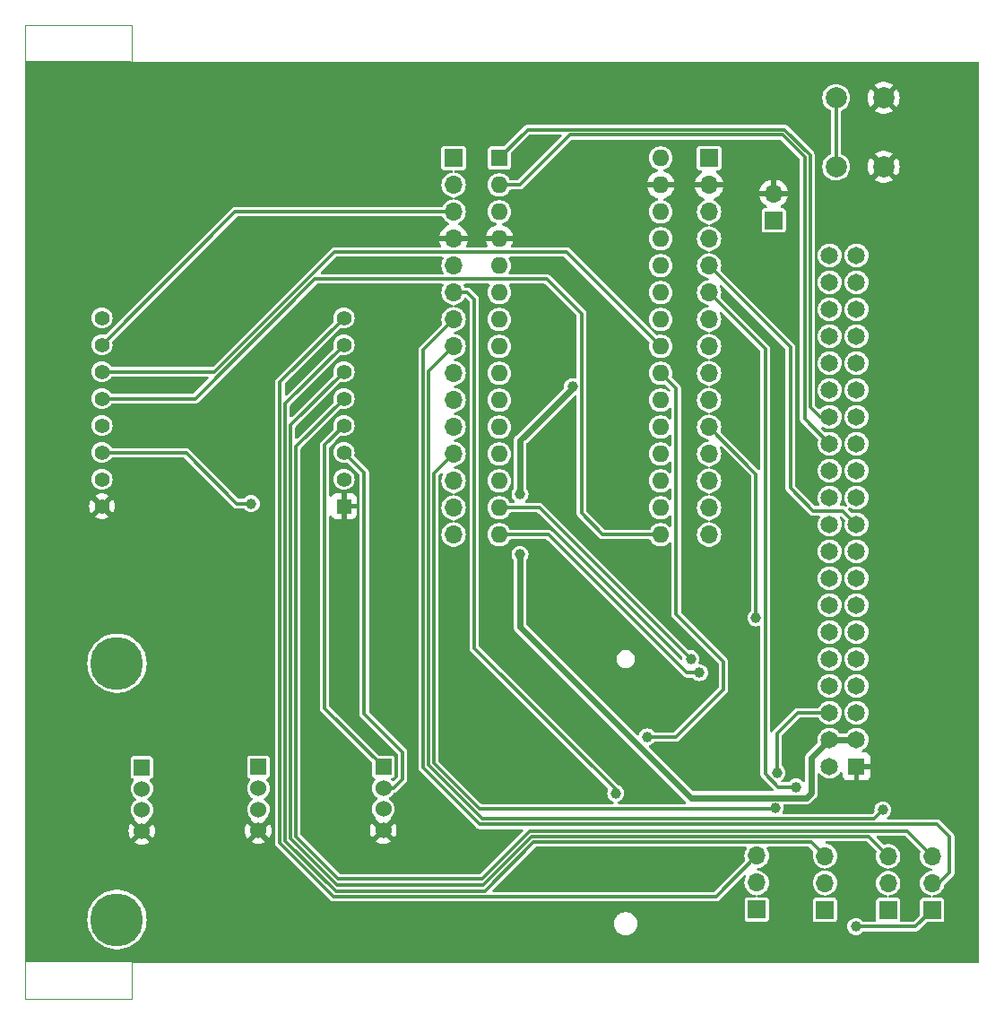
<source format=gbr>
%TF.GenerationSoftware,KiCad,Pcbnew,8.0.6*%
%TF.CreationDate,2025-02-06T11:10:52+01:00*%
%TF.ProjectId,Com_Nucleo-L432kc,436f6d5f-4e75-4636-9c65-6f2d4c343332,rev?*%
%TF.SameCoordinates,Original*%
%TF.FileFunction,Copper,L2,Bot*%
%TF.FilePolarity,Positive*%
%FSLAX46Y46*%
G04 Gerber Fmt 4.6, Leading zero omitted, Abs format (unit mm)*
G04 Created by KiCad (PCBNEW 8.0.6) date 2025-02-06 11:10:52*
%MOMM*%
%LPD*%
G01*
G04 APERTURE LIST*
%TA.AperFunction,ComponentPad*%
%ADD10R,1.700000X1.700000*%
%TD*%
%TA.AperFunction,ComponentPad*%
%ADD11O,1.700000X1.700000*%
%TD*%
%TA.AperFunction,ComponentPad*%
%ADD12R,1.524000X1.524000*%
%TD*%
%TA.AperFunction,ComponentPad*%
%ADD13C,1.524000*%
%TD*%
%TA.AperFunction,ComponentPad*%
%ADD14R,1.600000X1.600000*%
%TD*%
%TA.AperFunction,ComponentPad*%
%ADD15O,1.600000X1.600000*%
%TD*%
%TA.AperFunction,ComponentPad*%
%ADD16R,1.400000X1.400000*%
%TD*%
%TA.AperFunction,ComponentPad*%
%ADD17C,1.400000*%
%TD*%
%TA.AperFunction,ComponentPad*%
%ADD18C,2.000000*%
%TD*%
%TA.AperFunction,ComponentPad*%
%ADD19R,1.650000X1.650000*%
%TD*%
%TA.AperFunction,ComponentPad*%
%ADD20C,1.650000*%
%TD*%
%TA.AperFunction,WasherPad*%
%ADD21C,5.000000*%
%TD*%
%TA.AperFunction,ViaPad*%
%ADD22C,1.000000*%
%TD*%
%TA.AperFunction,Conductor*%
%ADD23C,0.300000*%
%TD*%
%TA.AperFunction,Conductor*%
%ADD24C,0.600000*%
%TD*%
%TA.AperFunction,Profile*%
%ADD25C,0.100000*%
%TD*%
G04 APERTURE END LIST*
D10*
%TO.P,JP2,1,A*%
%TO.N,Net-(CR1-ASC)*%
X134420000Y-61510000D03*
D11*
%TO.P,JP2,2,B*%
%TO.N,GND*%
X134420000Y-58970000D03*
%TD*%
D12*
%TO.P,J4,1,Pin_1*%
%TO.N,/SCL*%
X97540000Y-113110000D03*
D13*
%TO.P,J4,2,Pin_2*%
%TO.N,/SDA*%
X97540000Y-115110000D03*
%TO.P,J4,3,Pin_3*%
%TO.N,+3V3*%
X97540000Y-117110000D03*
%TO.P,J4,4,Pin_4*%
%TO.N,GND*%
X97540000Y-119110000D03*
%TD*%
D10*
%TO.P,J7,1,Pin_1*%
%TO.N,Net-(J7-Pin_1)*%
X128313249Y-55637948D03*
D11*
%TO.P,J7,2,Pin_2*%
%TO.N,GND*%
X128313249Y-58177948D03*
%TO.P,J7,3,Pin_3*%
%TO.N,Net-(J7-Pin_3)*%
X128313249Y-60717948D03*
%TO.P,J7,4,Pin_4*%
%TO.N,Net-(J7-Pin_4)*%
X128313249Y-63257948D03*
%TO.P,J7,5,Pin_5*%
%TO.N,/UART_TX_INISAT*%
X128313249Y-65797948D03*
%TO.P,J7,6,Pin_6*%
%TO.N,/INT1*%
X128313249Y-68337948D03*
%TO.P,J7,7,Pin_7*%
%TO.N,/PWM2*%
X128313249Y-70877948D03*
%TO.P,J7,8,Pin_8*%
%TO.N,/CS_MK*%
X128313249Y-73417948D03*
%TO.P,J7,9,Pin_9*%
%TO.N,/GPIO6_SX1303*%
X128313249Y-75957948D03*
%TO.P,J7,10,Pin_10*%
%TO.N,/UART_RX_INISAT*%
X128313249Y-78497948D03*
%TO.P,J7,11,Pin_11*%
%TO.N,/SENS1*%
X128313249Y-81037948D03*
%TO.P,J7,12,Pin_12*%
%TO.N,/SENS2*%
X128313249Y-83577948D03*
%TO.P,J7,13,Pin_13*%
%TO.N,/AREF*%
X128313249Y-86117948D03*
%TO.P,J7,14,Pin_14*%
%TO.N,Net-(J7-Pin_14)*%
X128313249Y-88657948D03*
%TO.P,J7,15,Pin_15*%
%TO.N,/SCLK*%
X128313249Y-91197948D03*
%TD*%
D10*
%TO.P,J2,1,Pin_1*%
%TO.N,/SCL*%
X104183248Y-55626000D03*
D11*
%TO.P,J2,2,Pin_2*%
%TO.N,/SDA*%
X104183248Y-58166000D03*
%TO.P,J2,3,Pin_3*%
%TO.N,/RESET_GENERAL*%
X104183248Y-60706000D03*
%TO.P,J2,4,Pin_4*%
%TO.N,GND*%
X104183248Y-63246000D03*
%TO.P,J2,5,Pin_5*%
%TO.N,/CAN_TX*%
X104183248Y-65786000D03*
%TO.P,J2,6,Pin_6*%
%TO.N,/RST_LORA_CORE*%
X104183248Y-68326000D03*
%TO.P,J2,7,Pin_7*%
%TO.N,/UART_RX_1*%
X104183248Y-70866000D03*
%TO.P,J2,8,Pin_8*%
%TO.N,/UART_TX_1*%
X104183248Y-73406000D03*
%TO.P,J2,9,Pin_9*%
%TO.N,/CS_LORA_CORE*%
X104183248Y-75946000D03*
%TO.P,J2,10,Pin_10*%
%TO.N,Net-(J2-Pin_10)*%
X104183248Y-78486000D03*
%TO.P,J2,11,Pin_11*%
%TO.N,Net-(J2-Pin_11)*%
X104183248Y-81026000D03*
%TO.P,J2,12,Pin_12*%
%TO.N,/PWM1*%
X104183248Y-83566000D03*
%TO.P,J2,13,Pin_13*%
%TO.N,/CAN_RX*%
X104183248Y-86106000D03*
%TO.P,J2,14,Pin_14*%
%TO.N,/MOSI*%
X104183248Y-88646000D03*
%TO.P,J2,15,Pin_15*%
%TO.N,/MISO*%
X104183248Y-91186000D03*
%TD*%
D10*
%TO.P,JP5,1,A*%
%TO.N,/PPS_LORA_CORE*%
X139260000Y-126615000D03*
D11*
%TO.P,JP5,2,C*%
%TO.N,/INT1*%
X139260000Y-124075000D03*
%TO.P,JP5,3,B*%
%TO.N,/INT_MK*%
X139260000Y-121535000D03*
%TD*%
D10*
%TO.P,JP1,1,A*%
%TO.N,/PWM_INISAT*%
X132810000Y-126600000D03*
D11*
%TO.P,JP1,2,C*%
%TO.N,/PWM1*%
X132810000Y-124060000D03*
%TO.P,JP1,3,B*%
%TO.N,/PWM_MK*%
X132810000Y-121520000D03*
%TD*%
D12*
%TO.P,J6,1,Pin_1*%
%TO.N,/SCL*%
X74740000Y-113180000D03*
D13*
%TO.P,J6,2,Pin_2*%
%TO.N,/SDA*%
X74740000Y-115180000D03*
%TO.P,J6,3,Pin_3*%
%TO.N,+3V3*%
X74740000Y-117180000D03*
%TO.P,J6,4,Pin_4*%
%TO.N,GND*%
X74740000Y-119180000D03*
%TD*%
D14*
%TO.P,L432KC1,1,D1*%
%TO.N,/SCL*%
X108503248Y-55626000D03*
D15*
%TO.P,L432KC1,2,D0*%
%TO.N,/SDA*%
X108503248Y-58166000D03*
%TO.P,L432KC1,3,RESET*%
%TO.N,/RESET_GENERAL*%
X108503248Y-60706000D03*
%TO.P,L432KC1,4,GND*%
%TO.N,GND*%
X108503248Y-63246000D03*
%TO.P,L432KC1,5,D2*%
%TO.N,/CAN_TX*%
X108503248Y-65786000D03*
%TO.P,L432KC1,6,D3*%
%TO.N,/RST_LORA_CORE*%
X108503248Y-68326000D03*
%TO.P,L432KC1,7,D4*%
%TO.N,/UART_RX_1*%
X108503248Y-70866000D03*
%TO.P,L432KC1,8,D5*%
%TO.N,/UART_TX_1*%
X108503248Y-73406000D03*
%TO.P,L432KC1,9,D6*%
%TO.N,/CS_LORA_CORE*%
X108503248Y-75946000D03*
%TO.P,L432KC1,10,D7*%
%TO.N,Net-(J2-Pin_10)*%
X108503248Y-78486000D03*
%TO.P,L432KC1,11,D8*%
%TO.N,Net-(J2-Pin_11)*%
X108503248Y-81026000D03*
%TO.P,L432KC1,12,D9*%
%TO.N,/PWM1*%
X108503248Y-83566000D03*
%TO.P,L432KC1,13,D10*%
%TO.N,/CAN_RX*%
X108503248Y-86106000D03*
%TO.P,L432KC1,14,D11*%
%TO.N,/MOSI*%
X108503248Y-88646000D03*
%TO.P,L432KC1,15,D12*%
%TO.N,/MISO*%
X108503248Y-91186000D03*
%TO.P,L432KC1,16,D13*%
%TO.N,/SCLK*%
X123743248Y-91186000D03*
%TO.P,L432KC1,17,+3V3*%
%TO.N,Net-(J7-Pin_14)*%
X123743248Y-88646000D03*
%TO.P,L432KC1,18,AREF*%
%TO.N,/AREF*%
X123743248Y-86106000D03*
%TO.P,L432KC1,19,A0*%
%TO.N,/SENS2*%
X123743248Y-83566000D03*
%TO.P,L432KC1,20,A1*%
%TO.N,/SENS1*%
X123743248Y-81026000D03*
%TO.P,L432KC1,21,A2*%
%TO.N,/UART_RX_INISAT*%
X123743248Y-78486000D03*
%TO.P,L432KC1,22,A3*%
%TO.N,/GPIO6_SX1303*%
X123743248Y-75946000D03*
%TO.P,L432KC1,23,A4*%
%TO.N,/CS_MK*%
X123743248Y-73406000D03*
%TO.P,L432KC1,24,A5*%
%TO.N,/PWM2*%
X123743248Y-70866000D03*
%TO.P,L432KC1,25,A6*%
%TO.N,/INT1*%
X123743248Y-68326000D03*
%TO.P,L432KC1,26,A7*%
%TO.N,/UART_TX_INISAT*%
X123743248Y-65786000D03*
%TO.P,L432KC1,27,+5V*%
%TO.N,Net-(J7-Pin_4)*%
X123743248Y-63246000D03*
%TO.P,L432KC1,28,RESET*%
%TO.N,Net-(J7-Pin_3)*%
X123743248Y-60706000D03*
%TO.P,L432KC1,29,GND*%
%TO.N,GND*%
X123743248Y-58166000D03*
%TO.P,L432KC1,30,VIN*%
%TO.N,Net-(J7-Pin_1)*%
X123743248Y-55626000D03*
%TD*%
D12*
%TO.P,J9,1,Pin_1*%
%TO.N,/SCL*%
X85740000Y-113140000D03*
D13*
%TO.P,J9,2,Pin_2*%
%TO.N,/SDA*%
X85740000Y-115140000D03*
%TO.P,J9,3,Pin_3*%
%TO.N,+3V3*%
X85740000Y-117140000D03*
%TO.P,J9,4,Pin_4*%
%TO.N,GND*%
X85740000Y-119140000D03*
%TD*%
D16*
%TO.P,J5,1,GND_1*%
%TO.N,GND*%
X93830000Y-88510000D03*
D17*
%TO.P,J5,2,+5V*%
%TO.N,+5V*%
X93830000Y-85970000D03*
%TO.P,J5,3,SDA*%
%TO.N,/SDA*%
X93830000Y-83430000D03*
%TO.P,J5,4,SCL*%
%TO.N,/SCL*%
X93830000Y-80890000D03*
%TO.P,J5,5,TX*%
%TO.N,/UART_TX_MK*%
X93830000Y-78350000D03*
%TO.P,J5,6,RX*%
%TO.N,/UART_RX_MK*%
X93830000Y-75810000D03*
%TO.P,J5,7,INT*%
%TO.N,/INT_MK*%
X93830000Y-73270000D03*
%TO.P,J5,8,PWM*%
%TO.N,/PWM_MK*%
X93830000Y-70730000D03*
%TO.P,J5,9,AN*%
%TO.N,unconnected-(J5-AN-Pad9)*%
X70970000Y-70730000D03*
%TO.P,J5,10,RST*%
%TO.N,/RESET_GENERAL*%
X70970000Y-73270000D03*
%TO.P,J5,11,CS*%
%TO.N,/CS_MK*%
X70970000Y-75810000D03*
%TO.P,J5,12,SCK*%
%TO.N,/SCLK*%
X70970000Y-78350000D03*
%TO.P,J5,13,MISO*%
%TO.N,/MISO*%
X70970000Y-80890000D03*
%TO.P,J5,14,MOSI*%
%TO.N,/MOSI*%
X70970000Y-83430000D03*
%TO.P,J5,15,+3.3V*%
%TO.N,+3V3*%
X70970000Y-85970000D03*
%TO.P,J5,16,GND_2*%
%TO.N,GND*%
X70970000Y-88510000D03*
%TD*%
D18*
%TO.P,SW1,1,1*%
%TO.N,/RESET_GENERAL*%
X140310000Y-56450000D03*
X140310000Y-49950000D03*
%TO.P,SW1,2,2*%
%TO.N,GND*%
X144810000Y-56450000D03*
X144810000Y-49950000D03*
%TD*%
D10*
%TO.P,JP4,1,A*%
%TO.N,/UART_RX_LORA_CORE*%
X145230000Y-126630000D03*
D11*
%TO.P,JP4,2,C*%
%TO.N,/UART_TX_1*%
X145230000Y-124090000D03*
%TO.P,JP4,3,B*%
%TO.N,/UART_RX_MK*%
X145230000Y-121550000D03*
%TD*%
D10*
%TO.P,JP3,1,A*%
%TO.N,/UART_TX_LORA_CORE*%
X149380000Y-126630000D03*
D11*
%TO.P,JP3,2,C*%
%TO.N,/UART_RX_1*%
X149380000Y-124090000D03*
%TO.P,JP3,3,B*%
%TO.N,/UART_TX_MK*%
X149380000Y-121550000D03*
%TD*%
D19*
%TO.P,J1,1,GND*%
%TO.N,GND*%
X142240000Y-113090000D03*
D20*
%TO.P,J1,2,3V3*%
%TO.N,+3V3*%
X139700000Y-113090000D03*
%TO.P,J1,3,V_IN*%
%TO.N,+5V*%
X142240000Y-110550000D03*
%TO.P,J1,4,5V*%
X139700000Y-110550000D03*
%TO.P,J1,5,V_B*%
%TO.N,unconnected-(J1-V_B-Pad5)*%
X142240000Y-108010000D03*
%TO.P,J1,6,NC1*%
%TO.N,/PWM_INISAT*%
X139700000Y-108010000D03*
%TO.P,J1,7,NC2*%
%TO.N,unconnected-(J1-NC2-Pad7)*%
X142240000Y-105470000D03*
%TO.P,J1,8,NC3*%
%TO.N,/SENS1*%
X139700000Y-105470000D03*
%TO.P,J1,9,NC4*%
%TO.N,/PWM2*%
X142240000Y-102930000D03*
%TO.P,J1,10,RD-*%
%TO.N,unconnected-(J1-RD--Pad10)*%
X139700000Y-102930000D03*
%TO.P,J1,11,NC*%
%TO.N,/SENS2*%
X142240000Y-100390000D03*
%TO.P,J1,12,RD+*%
%TO.N,unconnected-(J1-RD+-Pad12)*%
X139700000Y-100390000D03*
%TO.P,J1,13,NC*%
%TO.N,unconnected-(J1-NC-Pad13)*%
X142240000Y-97850000D03*
%TO.P,J1,14,TD-*%
%TO.N,unconnected-(J1-TD--Pad14)*%
X139700000Y-97850000D03*
%TO.P,J1,15,NC*%
%TO.N,unconnected-(J1-NC-Pad15)*%
X142240000Y-95310000D03*
%TO.P,J1,16,TD+*%
%TO.N,unconnected-(J1-TD+-Pad16)*%
X139700000Y-95310000D03*
%TO.P,J1,17,RX/SDA*%
%TO.N,/UART_RX_INISAT*%
X142240000Y-92770000D03*
%TO.P,J1,18,D-*%
%TO.N,unconnected-(J1-D--Pad18)*%
X139700000Y-92770000D03*
%TO.P,J1,19,TX/SCL*%
%TO.N,/UART_TX_INISAT*%
X142240000Y-90230000D03*
%TO.P,J1,20,D+*%
%TO.N,unconnected-(J1-D+-Pad20)*%
X139700000Y-90230000D03*
%TO.P,J1,21,SCK*%
%TO.N,unconnected-(J1-SCK-Pad21)*%
X142240000Y-87690000D03*
%TO.P,J1,22,RD*%
%TO.N,/CAN_RD*%
X139700000Y-87690000D03*
%TO.P,J1,23,MOSI*%
%TO.N,unconnected-(J1-MOSI-Pad23)*%
X142240000Y-85150000D03*
%TO.P,J1,24,TD*%
%TO.N,/CAN_TD*%
X139700000Y-85150000D03*
%TO.P,J1,25,MISO*%
%TO.N,unconnected-(J1-MISO-Pad25)*%
X142240000Y-82610000D03*
%TO.P,J1,26,SDA/RX*%
%TO.N,/SDA*%
X139700000Y-82610000D03*
%TO.P,J1,27,SSEL*%
%TO.N,unconnected-(J1-SSEL-Pad27)*%
X142240000Y-80070000D03*
%TO.P,J1,28,SCL/TX*%
%TO.N,/SCL*%
X139700000Y-80070000D03*
%TO.P,J1,29,AI_1*%
%TO.N,unconnected-(J1-AI_1-Pad29)*%
X142240000Y-77530000D03*
%TO.P,J1,30,PWM_O_1*%
%TO.N,unconnected-(J1-PWM_O_1-Pad30)*%
X139700000Y-77530000D03*
%TO.P,J1,31,AI_2*%
%TO.N,unconnected-(J1-AI_2-Pad31)*%
X142240000Y-74990000D03*
%TO.P,J1,32,PWM_O_2*%
%TO.N,unconnected-(J1-PWM_O_2-Pad32)*%
X139700000Y-74990000D03*
%TO.P,J1,33,AI_3*%
%TO.N,unconnected-(J1-AI_3-Pad33)*%
X142240000Y-72450000D03*
%TO.P,J1,34,PWM_O_3*%
%TO.N,unconnected-(J1-PWM_O_3-Pad34)*%
X139700000Y-72450000D03*
%TO.P,J1,35,AI_4*%
%TO.N,unconnected-(J1-AI_4-Pad35)*%
X142240000Y-69910000D03*
%TO.P,J1,36,PWM_O_4*%
%TO.N,unconnected-(J1-PWM_O_4-Pad36)*%
X139700000Y-69910000D03*
%TO.P,J1,37,AI_5*%
%TO.N,unconnected-(J1-AI_5-Pad37)*%
X142240000Y-67370000D03*
%TO.P,J1,38,PWM_O_5*%
%TO.N,unconnected-(J1-PWM_O_5-Pad38)*%
X139700000Y-67370000D03*
%TO.P,J1,39,AI_6*%
%TO.N,unconnected-(J1-AI_6-Pad39)*%
X142240000Y-64830000D03*
%TO.P,J1,40,PWM_O_6*%
%TO.N,unconnected-(J1-PWM_O_6-Pad40)*%
X139700000Y-64830000D03*
%TD*%
D21*
%TO.P,REF\u002A\u002A,*%
%TO.N,*%
X72384748Y-127545000D03*
%TD*%
%TO.P,,*%
%TO.N,*%
X72384748Y-103345000D03*
%TD*%
D22*
%TO.N,/MOSI*%
X85080000Y-88270000D03*
%TO.N,GND*%
X131500000Y-74700000D03*
X111340000Y-55550000D03*
X74200000Y-61210000D03*
X65690000Y-57400000D03*
X111680000Y-77990000D03*
X109510000Y-48230000D03*
X111390000Y-123290000D03*
X66390000Y-125210000D03*
X90680000Y-101940000D03*
X68280000Y-48070000D03*
X151860000Y-58830000D03*
X88810000Y-47910000D03*
X80420000Y-88770000D03*
X85990000Y-101970000D03*
X134820000Y-86010000D03*
X129560000Y-97560000D03*
X65770000Y-87580000D03*
X151830000Y-91220000D03*
X135790000Y-68010000D03*
X151680000Y-105290000D03*
X76980000Y-47760000D03*
X121930000Y-93860000D03*
X77070000Y-71160000D03*
X65770000Y-50350000D03*
X131970000Y-79930000D03*
X98610000Y-48310000D03*
X118760000Y-105760000D03*
X65770000Y-96910000D03*
X137270000Y-82330000D03*
X109290000Y-115050000D03*
X151940000Y-65310000D03*
X113810000Y-98250000D03*
X132510000Y-103070000D03*
X151980000Y-84710000D03*
X111620000Y-84670000D03*
X65840000Y-66650000D03*
X97190000Y-68330000D03*
X90190000Y-71230000D03*
X152170000Y-129060000D03*
X65770000Y-76610000D03*
X99740000Y-90840000D03*
X127750000Y-128390000D03*
X147300000Y-124360000D03*
X129040000Y-47980000D03*
X116880000Y-58420000D03*
X121160000Y-123290000D03*
X81290000Y-127700000D03*
X101220000Y-56600000D03*
X119490000Y-98990000D03*
X97230000Y-63200000D03*
X121870000Y-104490000D03*
X135530000Y-105890000D03*
X149060000Y-48010000D03*
X117270000Y-71110000D03*
X101160000Y-121630000D03*
X120730000Y-84040000D03*
X66080000Y-106010000D03*
X88950000Y-58550000D03*
X119380000Y-64900000D03*
X151760000Y-98400000D03*
X120490000Y-47910000D03*
X83910000Y-58790000D03*
X98730000Y-102090000D03*
X131480000Y-55510000D03*
X136960000Y-90360000D03*
X97130000Y-65750000D03*
X126910000Y-95810000D03*
X92020000Y-57230000D03*
X90300000Y-127960000D03*
X78760000Y-101770000D03*
X151760000Y-112470000D03*
X151980000Y-72220000D03*
X152050000Y-78210000D03*
X100030000Y-128350000D03*
X109590000Y-128980000D03*
X142970000Y-129340000D03*
X109850000Y-103550000D03*
X66160000Y-115960000D03*
%TO.N,/UART_TX_LORA_CORE*%
X142170000Y-128200000D03*
%TO.N,/MOSI*%
X126580000Y-102920000D03*
%TO.N,/RST_LORA_CORE*%
X119490000Y-115620000D03*
%TO.N,/GPIO6_SX1303*%
X122450000Y-110300000D03*
%TO.N,/SENS1*%
X132740000Y-99060000D03*
%TO.N,+5V*%
X110450000Y-87390000D03*
X115410000Y-77225000D03*
X110450000Y-93080000D03*
%TO.N,/PWM_INISAT*%
X134721041Y-113688959D03*
%TO.N,/MISO*%
X127410000Y-104230000D03*
%TO.N,/UART_TX_1*%
X144730000Y-117200000D03*
%TO.N,/PWM1*%
X134570000Y-117030000D03*
%TO.N,/INT1*%
X136550000Y-115030000D03*
%TD*%
D23*
%TO.N,/MOSI*%
X85080000Y-88270000D02*
X83730000Y-88270000D01*
X78930000Y-83470000D02*
X71010000Y-83470000D01*
X83730000Y-88270000D02*
X78930000Y-83470000D01*
X71010000Y-83470000D02*
X70970000Y-83430000D01*
%TO.N,GND*%
X128301301Y-58166000D02*
X128313249Y-58177948D01*
%TO.N,/SDA*%
X98510000Y-115110000D02*
X97540000Y-115110000D01*
X137340000Y-55537106D02*
X135252894Y-53450000D01*
X99360000Y-111720000D02*
X99360000Y-114260000D01*
X135252894Y-53450000D02*
X115160000Y-53450000D01*
X137340000Y-80250000D02*
X137340000Y-55537106D01*
X95750000Y-85350000D02*
X95750000Y-108110000D01*
X139700000Y-82610000D02*
X137340000Y-80250000D01*
X99360000Y-114260000D02*
X98510000Y-115110000D01*
X110444000Y-58166000D02*
X108503248Y-58166000D01*
X115160000Y-53450000D02*
X110444000Y-58166000D01*
X95750000Y-108110000D02*
X99360000Y-111720000D01*
X93830000Y-83430000D02*
X95750000Y-85350000D01*
%TO.N,/SCL*%
X138780000Y-80070000D02*
X137840000Y-79130000D01*
X92000000Y-107570000D02*
X97540000Y-113110000D01*
X92000000Y-82720000D02*
X92000000Y-107570000D01*
X137840000Y-79130000D02*
X137840000Y-55330000D01*
X139700000Y-80070000D02*
X138780000Y-80070000D01*
X111179248Y-52950000D02*
X108503248Y-55626000D01*
X137840000Y-55330000D02*
X135460000Y-52950000D01*
X135460000Y-52950000D02*
X111179248Y-52950000D01*
X93830000Y-80890000D02*
X92000000Y-82720000D01*
%TO.N,/UART_TX_LORA_CORE*%
X142170000Y-128200000D02*
X147810000Y-128200000D01*
X147810000Y-128200000D02*
X149380000Y-126630000D01*
%TO.N,/MOSI*%
X112306000Y-88646000D02*
X108503248Y-88646000D01*
X126580000Y-102920000D02*
X112306000Y-88646000D01*
%TO.N,/RST_LORA_CORE*%
X119490000Y-115250000D02*
X106130000Y-101890000D01*
X106130000Y-68970000D02*
X105486000Y-68326000D01*
X105486000Y-68326000D02*
X104183248Y-68326000D01*
X106130000Y-101890000D02*
X106130000Y-68970000D01*
X119490000Y-115620000D02*
X119490000Y-115250000D01*
%TO.N,/AREF*%
X128301301Y-86106000D02*
X128313249Y-86117948D01*
%TO.N,/GPIO6_SX1303*%
X129680000Y-105800000D02*
X129680000Y-103190000D01*
X128301301Y-75946000D02*
X128313249Y-75957948D01*
X129680000Y-103190000D02*
X125200000Y-98710000D01*
X122450000Y-110300000D02*
X125180000Y-110300000D01*
X125180000Y-110300000D02*
X129680000Y-105800000D01*
X125200000Y-77402752D02*
X123743248Y-75946000D01*
X125200000Y-98710000D02*
X125200000Y-77402752D01*
%TO.N,/SCLK*%
X79777106Y-78350000D02*
X91067106Y-67060000D01*
X113000000Y-67060000D02*
X116260000Y-70320000D01*
X116260000Y-89170000D02*
X118276000Y-91186000D01*
X118276000Y-91186000D02*
X123743248Y-91186000D01*
X91067106Y-67060000D02*
X113000000Y-67060000D01*
X70970000Y-78350000D02*
X79777106Y-78350000D01*
X116260000Y-70320000D02*
X116260000Y-89170000D01*
%TO.N,/PWM2*%
X128301301Y-70866000D02*
X128313249Y-70877948D01*
%TO.N,/SENS1*%
X132740000Y-85464699D02*
X128313249Y-81037948D01*
X128301301Y-81026000D02*
X128313249Y-81037948D01*
X132740000Y-99060000D02*
X132740000Y-85464699D01*
%TO.N,/SENS2*%
X128301301Y-83566000D02*
X128313249Y-83577948D01*
D24*
%TO.N,+5V*%
X126580000Y-116030000D02*
X137530000Y-116030000D01*
X115410000Y-77360000D02*
X110450000Y-82320000D01*
X137980000Y-112270000D02*
X139700000Y-110550000D01*
X115410000Y-77225000D02*
X115410000Y-77360000D01*
X110450000Y-82320000D02*
X110450000Y-87390000D01*
X137530000Y-116030000D02*
X137980000Y-115580000D01*
X110450000Y-99900000D02*
X126580000Y-116030000D01*
X142240000Y-110550000D02*
X139700000Y-110550000D01*
X110450000Y-93080000D02*
X110450000Y-99900000D01*
D23*
X110450000Y-87390000D02*
X110450000Y-87370000D01*
D24*
X137980000Y-115580000D02*
X137980000Y-112270000D01*
D23*
%TO.N,/UART_TX_INISAT*%
X138130000Y-88940000D02*
X140950000Y-88940000D01*
X128313249Y-65797948D02*
X136000000Y-73484699D01*
X123755196Y-65797948D02*
X123743248Y-65786000D01*
X136000000Y-73484699D02*
X136000000Y-86810000D01*
X140950000Y-88940000D02*
X142240000Y-90230000D01*
X136000000Y-86810000D02*
X138130000Y-88940000D01*
%TO.N,/PWM_INISAT*%
X134721041Y-113688959D02*
X134721041Y-109968959D01*
X136680000Y-108010000D02*
X139700000Y-108010000D01*
X134721041Y-109968959D02*
X136680000Y-108010000D01*
%TO.N,/UART_RX_INISAT*%
X128301301Y-78486000D02*
X128313249Y-78497948D01*
%TO.N,/UART_RX_1*%
X151040000Y-119730000D02*
X149860000Y-118550000D01*
X101290000Y-113174214D02*
X101290000Y-73759248D01*
X149420000Y-124130000D02*
X149990000Y-124130000D01*
X149860000Y-118550000D02*
X106665786Y-118550000D01*
X149990000Y-124130000D02*
X151040000Y-123080000D01*
X151040000Y-123080000D02*
X151040000Y-119730000D01*
X101290000Y-73759248D02*
X104183248Y-70866000D01*
X106665786Y-118550000D02*
X101290000Y-113174214D01*
%TO.N,/RESET_GENERAL*%
X70970000Y-73270000D02*
X83534000Y-60706000D01*
X140310000Y-56450000D02*
X140310000Y-49950000D01*
X83534000Y-60706000D02*
X104183248Y-60706000D01*
%TO.N,/MISO*%
X127410000Y-104230000D02*
X126200000Y-104230000D01*
X113156000Y-91186000D02*
X108503248Y-91186000D01*
X126200000Y-104230000D02*
X113156000Y-91186000D01*
%TO.N,/UART_TX_1*%
X143880000Y-118050000D02*
X106872893Y-118050000D01*
X101790000Y-112967107D02*
X101790000Y-75799248D01*
X101790000Y-75799248D02*
X104183248Y-73406000D01*
X106872893Y-118050000D02*
X101790000Y-112967107D01*
X144730000Y-117200000D02*
X143880000Y-118050000D01*
%TO.N,/PWM1*%
X134530000Y-117070000D02*
X106600000Y-117070000D01*
X134570000Y-117030000D02*
X134530000Y-117070000D01*
X102290000Y-85459248D02*
X104183248Y-83566000D01*
X102290000Y-112760000D02*
X102290000Y-85459248D01*
X106600000Y-117070000D02*
X102290000Y-112760000D01*
%TO.N,/UART_RX_MK*%
X88780000Y-119887107D02*
X88780000Y-80860000D01*
X111580000Y-119690000D02*
X107010000Y-124260000D01*
X107010000Y-124260000D02*
X93152893Y-124260000D01*
X143370000Y-119690000D02*
X111580000Y-119690000D01*
X88780000Y-80860000D02*
X93830000Y-75810000D01*
X145270000Y-121590000D02*
X143370000Y-119690000D01*
X93152893Y-124260000D02*
X88780000Y-119887107D01*
%TO.N,/UART_TX_MK*%
X111392894Y-119170000D02*
X106862894Y-123700000D01*
X147000000Y-119170000D02*
X111392894Y-119170000D01*
X89280000Y-119680000D02*
X89280000Y-82900000D01*
X93300000Y-123700000D02*
X89280000Y-119680000D01*
X149380000Y-121550000D02*
X147000000Y-119170000D01*
X89280000Y-82900000D02*
X93830000Y-78350000D01*
X106862894Y-123700000D02*
X93300000Y-123700000D01*
%TO.N,/INT_MK*%
X107107106Y-124870000D02*
X93055786Y-124870000D01*
X111757106Y-120220000D02*
X107107106Y-124870000D01*
X88280000Y-78820000D02*
X93830000Y-73270000D01*
X137945000Y-120220000D02*
X111757106Y-120220000D01*
X139300000Y-121575000D02*
X137945000Y-120220000D01*
X93055786Y-124870000D02*
X88280000Y-120094214D01*
X88280000Y-120094214D02*
X88280000Y-78820000D01*
%TO.N,/PWM_MK*%
X128950000Y-125380000D02*
X92858679Y-125380000D01*
X132810000Y-121520000D02*
X128950000Y-125380000D01*
X87780000Y-120301321D02*
X87780000Y-76780000D01*
X87780000Y-76780000D02*
X93830000Y-70730000D01*
X92858679Y-125380000D02*
X87780000Y-120301321D01*
%TO.N,Net-(J7-Pin_4)*%
X128301301Y-63246000D02*
X128313249Y-63257948D01*
%TO.N,/INT1*%
X134860000Y-115030000D02*
X133620000Y-113790000D01*
X133620000Y-73644699D02*
X128313249Y-68337948D01*
X133620000Y-113790000D02*
X133620000Y-73644699D01*
X136550000Y-115030000D02*
X134860000Y-115030000D01*
%TO.N,/CS_MK*%
X114847248Y-64510000D02*
X123743248Y-73406000D01*
X81610000Y-75810000D02*
X92910000Y-64510000D01*
X70970000Y-75810000D02*
X81610000Y-75810000D01*
X92910000Y-64510000D02*
X114847248Y-64510000D01*
%TO.N,Net-(J7-Pin_14)*%
X128301301Y-88646000D02*
X128313249Y-88657948D01*
%TD*%
%TA.AperFunction,Conductor*%
%TO.N,GND*%
G36*
X146829074Y-119640185D02*
G01*
X146849716Y-119656819D01*
X148256142Y-121063245D01*
X148289627Y-121124568D01*
X148287727Y-121184860D01*
X148244244Y-121337687D01*
X148244244Y-121337689D01*
X148244244Y-121337690D01*
X148224571Y-121550000D01*
X148244244Y-121762310D01*
X148299071Y-121955005D01*
X148302596Y-121967392D01*
X148302596Y-121967394D01*
X148397632Y-122158253D01*
X148514800Y-122313407D01*
X148526128Y-122328407D01*
X148683698Y-122472052D01*
X148864981Y-122584298D01*
X149063802Y-122661321D01*
X149260613Y-122698111D01*
X149322893Y-122729779D01*
X149358166Y-122790092D01*
X149355232Y-122859900D01*
X149315023Y-122917040D01*
X149260613Y-122941888D01*
X149063802Y-122978679D01*
X149063799Y-122978679D01*
X149063799Y-122978680D01*
X148864982Y-123055701D01*
X148864980Y-123055702D01*
X148683699Y-123167947D01*
X148526127Y-123311593D01*
X148397632Y-123481746D01*
X148302596Y-123672605D01*
X148302596Y-123672607D01*
X148302595Y-123672611D01*
X148244244Y-123877690D01*
X148224571Y-124090000D01*
X148244244Y-124302310D01*
X148298328Y-124492394D01*
X148302596Y-124507392D01*
X148302596Y-124507394D01*
X148397632Y-124698253D01*
X148517970Y-124857604D01*
X148526128Y-124868407D01*
X148683698Y-125012052D01*
X148864981Y-125124298D01*
X149063802Y-125201321D01*
X149236544Y-125233612D01*
X149298823Y-125265279D01*
X149334096Y-125325591D01*
X149331162Y-125395400D01*
X149290953Y-125452540D01*
X149226235Y-125478871D01*
X149213757Y-125479500D01*
X148485143Y-125479500D01*
X148485117Y-125479502D01*
X148460012Y-125482413D01*
X148460008Y-125482415D01*
X148357235Y-125527793D01*
X148277794Y-125607234D01*
X148232415Y-125710006D01*
X148232415Y-125710008D01*
X148229500Y-125735131D01*
X148229500Y-127092034D01*
X148209815Y-127159073D01*
X148193181Y-127179715D01*
X147659716Y-127713181D01*
X147598393Y-127746666D01*
X147572035Y-127749500D01*
X146479794Y-127749500D01*
X146412755Y-127729815D01*
X146367000Y-127677011D01*
X146357056Y-127607853D01*
X146366360Y-127575413D01*
X146377584Y-127549993D01*
X146377585Y-127549991D01*
X146380500Y-127524865D01*
X146380499Y-125735136D01*
X146380497Y-125735117D01*
X146377586Y-125710012D01*
X146377585Y-125710010D01*
X146377585Y-125710009D01*
X146332206Y-125607235D01*
X146252765Y-125527794D01*
X146218791Y-125512793D01*
X146149992Y-125482415D01*
X146124868Y-125479500D01*
X145396243Y-125479500D01*
X145329204Y-125459815D01*
X145283449Y-125407011D01*
X145273505Y-125337853D01*
X145302530Y-125274297D01*
X145361308Y-125236523D01*
X145373441Y-125233614D01*
X145546198Y-125201321D01*
X145745019Y-125124298D01*
X145926302Y-125012052D01*
X146083872Y-124868407D01*
X146212366Y-124698255D01*
X146307405Y-124507389D01*
X146365756Y-124302310D01*
X146385429Y-124090000D01*
X146365756Y-123877690D01*
X146307405Y-123672611D01*
X146307403Y-123672606D01*
X146307403Y-123672605D01*
X146212367Y-123481746D01*
X146083872Y-123311593D01*
X146020572Y-123253887D01*
X145926302Y-123167948D01*
X145745019Y-123055702D01*
X145745017Y-123055701D01*
X145645608Y-123017190D01*
X145546198Y-122978679D01*
X145349385Y-122941888D01*
X145287106Y-122910221D01*
X145251833Y-122849908D01*
X145254767Y-122780100D01*
X145294976Y-122722960D01*
X145349384Y-122698111D01*
X145546198Y-122661321D01*
X145745019Y-122584298D01*
X145926302Y-122472052D01*
X146083872Y-122328407D01*
X146212366Y-122158255D01*
X146233742Y-122115325D01*
X146307403Y-121967394D01*
X146307403Y-121967393D01*
X146307405Y-121967389D01*
X146365756Y-121762310D01*
X146385429Y-121550000D01*
X146365756Y-121337690D01*
X146307405Y-121132611D01*
X146307403Y-121132606D01*
X146307403Y-121132605D01*
X146212367Y-120941746D01*
X146083872Y-120771593D01*
X146044314Y-120735531D01*
X145926302Y-120627948D01*
X145745019Y-120515702D01*
X145745017Y-120515701D01*
X145599884Y-120459477D01*
X145546198Y-120438679D01*
X145336610Y-120399500D01*
X145123390Y-120399500D01*
X144913802Y-120438679D01*
X144913797Y-120438680D01*
X144875246Y-120453615D01*
X144805623Y-120459477D01*
X144743883Y-120426766D01*
X144742772Y-120425669D01*
X144149284Y-119832181D01*
X144115799Y-119770858D01*
X144120783Y-119701166D01*
X144162655Y-119645233D01*
X144228119Y-119620816D01*
X144236965Y-119620500D01*
X146762035Y-119620500D01*
X146829074Y-119640185D01*
G37*
%TD.AperFunction*%
%TA.AperFunction,Conductor*%
G36*
X131827827Y-120690185D02*
G01*
X131873582Y-120742989D01*
X131883526Y-120812147D01*
X131859742Y-120869227D01*
X131827633Y-120911746D01*
X131732596Y-121102605D01*
X131732596Y-121102607D01*
X131674244Y-121307689D01*
X131654571Y-121519999D01*
X131654571Y-121520000D01*
X131674244Y-121732312D01*
X131717727Y-121885138D01*
X131717141Y-121955005D01*
X131686142Y-122006753D01*
X128799716Y-124893181D01*
X128738393Y-124926666D01*
X128712035Y-124929500D01*
X107984071Y-124929500D01*
X107917032Y-124909815D01*
X107871277Y-124857011D01*
X107861333Y-124787853D01*
X107890358Y-124724297D01*
X107896390Y-124717819D01*
X111907390Y-120706819D01*
X111968713Y-120673334D01*
X111995071Y-120670500D01*
X131760788Y-120670500D01*
X131827827Y-120690185D01*
G37*
%TD.AperFunction*%
%TA.AperFunction,Conductor*%
G36*
X105367211Y-68847166D02*
G01*
X105384388Y-68861491D01*
X105643181Y-69120284D01*
X105676666Y-69181607D01*
X105679500Y-69207965D01*
X105679500Y-101949311D01*
X105686686Y-101976127D01*
X105686686Y-101976130D01*
X105686687Y-101976130D01*
X105710201Y-102063887D01*
X105769511Y-102166614D01*
X105769513Y-102166616D01*
X118737480Y-115134583D01*
X118770965Y-115195906D01*
X118766112Y-115263765D01*
X118766511Y-115263905D01*
X118765997Y-115265373D01*
X118765981Y-115265598D01*
X118765631Y-115266418D01*
X118704631Y-115440745D01*
X118704630Y-115440750D01*
X118684435Y-115619996D01*
X118684435Y-115620003D01*
X118704630Y-115799249D01*
X118704631Y-115799254D01*
X118764211Y-115969523D01*
X118833382Y-116079607D01*
X118860184Y-116122262D01*
X118987738Y-116249816D01*
X119055337Y-116292291D01*
X119140478Y-116345789D01*
X119233840Y-116378458D01*
X119290617Y-116419180D01*
X119316364Y-116484133D01*
X119302908Y-116552694D01*
X119254521Y-116603097D01*
X119192886Y-116619500D01*
X106837965Y-116619500D01*
X106770926Y-116599815D01*
X106750284Y-116583181D01*
X102776819Y-112609716D01*
X102743334Y-112548393D01*
X102740500Y-112522035D01*
X102740500Y-85697212D01*
X102760185Y-85630173D01*
X102776814Y-85609535D01*
X102973085Y-85413265D01*
X103034407Y-85379781D01*
X103104099Y-85384765D01*
X103160032Y-85426637D01*
X103184449Y-85492101D01*
X103171766Y-85556218D01*
X103105843Y-85688611D01*
X103047492Y-85893689D01*
X103027819Y-86105999D01*
X103027819Y-86106000D01*
X103047492Y-86318310D01*
X103105844Y-86523392D01*
X103105844Y-86523394D01*
X103200880Y-86714253D01*
X103327439Y-86881842D01*
X103329376Y-86884407D01*
X103486946Y-87028052D01*
X103668229Y-87140298D01*
X103867050Y-87217321D01*
X104063861Y-87254111D01*
X104126141Y-87285779D01*
X104161414Y-87346092D01*
X104158480Y-87415900D01*
X104118271Y-87473040D01*
X104063861Y-87497888D01*
X103867050Y-87534679D01*
X103867047Y-87534679D01*
X103867047Y-87534680D01*
X103668230Y-87611701D01*
X103668228Y-87611702D01*
X103486947Y-87723947D01*
X103329375Y-87867593D01*
X103200880Y-88037746D01*
X103105844Y-88228605D01*
X103105844Y-88228607D01*
X103047492Y-88433689D01*
X103027819Y-88645999D01*
X103027819Y-88646000D01*
X103047492Y-88858310D01*
X103105844Y-89063392D01*
X103105844Y-89063394D01*
X103200880Y-89254253D01*
X103316256Y-89407034D01*
X103329376Y-89424407D01*
X103486946Y-89568052D01*
X103668229Y-89680298D01*
X103867050Y-89757321D01*
X104063861Y-89794111D01*
X104126141Y-89825779D01*
X104161414Y-89886092D01*
X104158480Y-89955900D01*
X104118271Y-90013040D01*
X104063861Y-90037888D01*
X103867050Y-90074679D01*
X103867047Y-90074679D01*
X103867047Y-90074680D01*
X103668230Y-90151701D01*
X103668228Y-90151702D01*
X103486947Y-90263947D01*
X103329375Y-90407593D01*
X103200880Y-90577746D01*
X103105844Y-90768605D01*
X103105844Y-90768607D01*
X103047492Y-90973689D01*
X103027819Y-91185999D01*
X103027819Y-91186000D01*
X103047492Y-91398310D01*
X103105844Y-91603392D01*
X103105844Y-91603394D01*
X103200880Y-91794253D01*
X103316256Y-91947034D01*
X103329376Y-91964407D01*
X103486946Y-92108052D01*
X103668229Y-92220298D01*
X103867050Y-92297321D01*
X104076638Y-92336500D01*
X104076640Y-92336500D01*
X104289856Y-92336500D01*
X104289858Y-92336500D01*
X104499446Y-92297321D01*
X104698267Y-92220298D01*
X104879550Y-92108052D01*
X105037120Y-91964407D01*
X105165614Y-91794255D01*
X105165615Y-91794253D01*
X105260651Y-91603394D01*
X105260651Y-91603393D01*
X105260653Y-91603389D01*
X105319004Y-91398310D01*
X105338677Y-91186000D01*
X105319004Y-90973690D01*
X105260653Y-90768611D01*
X105260651Y-90768606D01*
X105260651Y-90768605D01*
X105165615Y-90577746D01*
X105037120Y-90407593D01*
X104879550Y-90263948D01*
X104698267Y-90151702D01*
X104698265Y-90151701D01*
X104530290Y-90086628D01*
X104499446Y-90074679D01*
X104302633Y-90037888D01*
X104240354Y-90006221D01*
X104205081Y-89945908D01*
X104208015Y-89876100D01*
X104248224Y-89818960D01*
X104302632Y-89794111D01*
X104499446Y-89757321D01*
X104698267Y-89680298D01*
X104879550Y-89568052D01*
X105037120Y-89424407D01*
X105165614Y-89254255D01*
X105178037Y-89229307D01*
X105260651Y-89063394D01*
X105260651Y-89063393D01*
X105260653Y-89063389D01*
X105319004Y-88858310D01*
X105338677Y-88646000D01*
X105319004Y-88433690D01*
X105260653Y-88228611D01*
X105260651Y-88228606D01*
X105260651Y-88228605D01*
X105165615Y-88037746D01*
X105037120Y-87867593D01*
X104879550Y-87723948D01*
X104698267Y-87611702D01*
X104698265Y-87611701D01*
X104585223Y-87567909D01*
X104499446Y-87534679D01*
X104302633Y-87497888D01*
X104240354Y-87466221D01*
X104205081Y-87405908D01*
X104208015Y-87336100D01*
X104248224Y-87278960D01*
X104302632Y-87254111D01*
X104499446Y-87217321D01*
X104698267Y-87140298D01*
X104879550Y-87028052D01*
X105037120Y-86884407D01*
X105165614Y-86714255D01*
X105165615Y-86714253D01*
X105260651Y-86523394D01*
X105260651Y-86523393D01*
X105260653Y-86523389D01*
X105319004Y-86318310D01*
X105338677Y-86106000D01*
X105319004Y-85893690D01*
X105260653Y-85688611D01*
X105260651Y-85688606D01*
X105260651Y-85688605D01*
X105165615Y-85497746D01*
X105037120Y-85327593D01*
X105036488Y-85327017D01*
X104879550Y-85183948D01*
X104698267Y-85071702D01*
X104698265Y-85071701D01*
X104530290Y-85006628D01*
X104499446Y-84994679D01*
X104302633Y-84957888D01*
X104240354Y-84926221D01*
X104205081Y-84865908D01*
X104208015Y-84796100D01*
X104248224Y-84738960D01*
X104302632Y-84714111D01*
X104499446Y-84677321D01*
X104698267Y-84600298D01*
X104879550Y-84488052D01*
X105037120Y-84344407D01*
X105165614Y-84174255D01*
X105165615Y-84174253D01*
X105260651Y-83983394D01*
X105260651Y-83983393D01*
X105260653Y-83983389D01*
X105319004Y-83778310D01*
X105338677Y-83566000D01*
X105319004Y-83353690D01*
X105260653Y-83148611D01*
X105260651Y-83148606D01*
X105260651Y-83148605D01*
X105165615Y-82957746D01*
X105037120Y-82787593D01*
X104879550Y-82643948D01*
X104698267Y-82531702D01*
X104698265Y-82531701D01*
X104530290Y-82466628D01*
X104499446Y-82454679D01*
X104302633Y-82417888D01*
X104240354Y-82386221D01*
X104205081Y-82325908D01*
X104208015Y-82256100D01*
X104248224Y-82198960D01*
X104302632Y-82174111D01*
X104499446Y-82137321D01*
X104698267Y-82060298D01*
X104879550Y-81948052D01*
X105037120Y-81804407D01*
X105165614Y-81634255D01*
X105165615Y-81634253D01*
X105260651Y-81443394D01*
X105260651Y-81443393D01*
X105260653Y-81443389D01*
X105319004Y-81238310D01*
X105338677Y-81026000D01*
X105319004Y-80813690D01*
X105260653Y-80608611D01*
X105260651Y-80608606D01*
X105260651Y-80608605D01*
X105165615Y-80417746D01*
X105037120Y-80247593D01*
X104879550Y-80103948D01*
X104698267Y-79991702D01*
X104698265Y-79991701D01*
X104530290Y-79926628D01*
X104499446Y-79914679D01*
X104302633Y-79877888D01*
X104240354Y-79846221D01*
X104205081Y-79785908D01*
X104208015Y-79716100D01*
X104248224Y-79658960D01*
X104302632Y-79634111D01*
X104499446Y-79597321D01*
X104698267Y-79520298D01*
X104879550Y-79408052D01*
X105037120Y-79264407D01*
X105165614Y-79094255D01*
X105165615Y-79094253D01*
X105260651Y-78903394D01*
X105260651Y-78903393D01*
X105260653Y-78903389D01*
X105319004Y-78698310D01*
X105338677Y-78486000D01*
X105319004Y-78273690D01*
X105260653Y-78068611D01*
X105260651Y-78068606D01*
X105260651Y-78068605D01*
X105165615Y-77877746D01*
X105037120Y-77707593D01*
X104980952Y-77656389D01*
X104879550Y-77563948D01*
X104698267Y-77451702D01*
X104698265Y-77451701D01*
X104530290Y-77386628D01*
X104499446Y-77374679D01*
X104302633Y-77337888D01*
X104240354Y-77306221D01*
X104205081Y-77245908D01*
X104208015Y-77176100D01*
X104248224Y-77118960D01*
X104302632Y-77094111D01*
X104499446Y-77057321D01*
X104698267Y-76980298D01*
X104879550Y-76868052D01*
X105037120Y-76724407D01*
X105165614Y-76554255D01*
X105177386Y-76530614D01*
X105260651Y-76363394D01*
X105260651Y-76363393D01*
X105260653Y-76363389D01*
X105319004Y-76158310D01*
X105338677Y-75946000D01*
X105319004Y-75733690D01*
X105260653Y-75528611D01*
X105260651Y-75528606D01*
X105260651Y-75528605D01*
X105165615Y-75337746D01*
X105037120Y-75167593D01*
X104879550Y-75023948D01*
X104698267Y-74911702D01*
X104698265Y-74911701D01*
X104530290Y-74846628D01*
X104499446Y-74834679D01*
X104302633Y-74797888D01*
X104240354Y-74766221D01*
X104205081Y-74705908D01*
X104208015Y-74636100D01*
X104248224Y-74578960D01*
X104302632Y-74554111D01*
X104499446Y-74517321D01*
X104698267Y-74440298D01*
X104879550Y-74328052D01*
X105037120Y-74184407D01*
X105165614Y-74014255D01*
X105174100Y-73997212D01*
X105260651Y-73823394D01*
X105260651Y-73823393D01*
X105260653Y-73823389D01*
X105319004Y-73618310D01*
X105338677Y-73406000D01*
X105319004Y-73193690D01*
X105260653Y-72988611D01*
X105260651Y-72988606D01*
X105260651Y-72988605D01*
X105165615Y-72797746D01*
X105037120Y-72627593D01*
X104879550Y-72483948D01*
X104698267Y-72371702D01*
X104698265Y-72371701D01*
X104530290Y-72306628D01*
X104499446Y-72294679D01*
X104302633Y-72257888D01*
X104240354Y-72226221D01*
X104205081Y-72165908D01*
X104208015Y-72096100D01*
X104248224Y-72038960D01*
X104302632Y-72014111D01*
X104499446Y-71977321D01*
X104698267Y-71900298D01*
X104879550Y-71788052D01*
X105037120Y-71644407D01*
X105165614Y-71474255D01*
X105165615Y-71474253D01*
X105260651Y-71283394D01*
X105260651Y-71283393D01*
X105260653Y-71283389D01*
X105319004Y-71078310D01*
X105338677Y-70866000D01*
X105319004Y-70653690D01*
X105260653Y-70448611D01*
X105260651Y-70448606D01*
X105260651Y-70448605D01*
X105165615Y-70257746D01*
X105037120Y-70087593D01*
X104988631Y-70043389D01*
X104879550Y-69943948D01*
X104698267Y-69831702D01*
X104698265Y-69831701D01*
X104530290Y-69766628D01*
X104499446Y-69754679D01*
X104302633Y-69717888D01*
X104240354Y-69686221D01*
X104205081Y-69625908D01*
X104208015Y-69556100D01*
X104248224Y-69498960D01*
X104302632Y-69474111D01*
X104499446Y-69437321D01*
X104698267Y-69360298D01*
X104879550Y-69248052D01*
X105037120Y-69104407D01*
X105165614Y-68934255D01*
X105185708Y-68893898D01*
X105233207Y-68842665D01*
X105300870Y-68825242D01*
X105367211Y-68847166D01*
G37*
%TD.AperFunction*%
%TA.AperFunction,Conductor*%
G36*
X107558054Y-67530185D02*
G01*
X107603809Y-67582989D01*
X107613753Y-67652147D01*
X107589970Y-67709226D01*
X107563575Y-67744179D01*
X107472670Y-67926739D01*
X107472665Y-67926752D01*
X107416850Y-68122917D01*
X107398033Y-68325999D01*
X107398033Y-68326000D01*
X107416850Y-68529082D01*
X107472665Y-68725247D01*
X107472670Y-68725260D01*
X107563575Y-68907821D01*
X107686485Y-69070581D01*
X107771967Y-69148507D01*
X107837189Y-69207965D01*
X107837206Y-69207980D01*
X107837208Y-69207982D01*
X107901924Y-69248052D01*
X108010611Y-69315348D01*
X108200792Y-69389024D01*
X108401272Y-69426500D01*
X108401274Y-69426500D01*
X108605222Y-69426500D01*
X108605224Y-69426500D01*
X108805704Y-69389024D01*
X108995885Y-69315348D01*
X109169289Y-69207981D01*
X109320012Y-69070579D01*
X109442921Y-68907821D01*
X109533830Y-68725250D01*
X109589645Y-68529083D01*
X109608463Y-68326000D01*
X109589645Y-68122917D01*
X109533830Y-67926750D01*
X109530747Y-67920559D01*
X109498509Y-67855815D01*
X109442921Y-67744179D01*
X109416526Y-67709226D01*
X109391835Y-67643865D01*
X109406401Y-67575530D01*
X109455598Y-67525918D01*
X109515481Y-67510500D01*
X112762035Y-67510500D01*
X112829074Y-67530185D01*
X112849716Y-67546819D01*
X115773181Y-70470284D01*
X115806666Y-70531607D01*
X115809500Y-70557965D01*
X115809500Y-76341936D01*
X115789815Y-76408975D01*
X115737011Y-76454730D01*
X115667853Y-76464674D01*
X115644547Y-76458978D01*
X115589260Y-76439633D01*
X115589249Y-76439630D01*
X115410004Y-76419435D01*
X115409996Y-76419435D01*
X115230750Y-76439630D01*
X115230745Y-76439631D01*
X115060476Y-76499211D01*
X114907737Y-76595184D01*
X114780184Y-76722737D01*
X114684211Y-76875476D01*
X114624631Y-77045745D01*
X114624630Y-77045750D01*
X114604435Y-77224996D01*
X114604435Y-77225001D01*
X114606997Y-77247740D01*
X114594943Y-77316562D01*
X114571458Y-77349305D01*
X110081286Y-81839478D01*
X109969481Y-81951282D01*
X109969479Y-81951284D01*
X109943638Y-81996043D01*
X109932716Y-82014962D01*
X109890423Y-82088215D01*
X109849499Y-82240943D01*
X109849499Y-82240945D01*
X109849499Y-82409046D01*
X109849500Y-82409059D01*
X109849500Y-83485122D01*
X109829815Y-83552161D01*
X109816413Y-83563773D01*
X109847193Y-83623069D01*
X109849500Y-83646877D01*
X109849500Y-86025122D01*
X109829815Y-86092161D01*
X109816413Y-86103773D01*
X109847193Y-86163069D01*
X109849500Y-86186877D01*
X109849500Y-86807587D01*
X109829815Y-86874626D01*
X109822450Y-86884896D01*
X109820186Y-86887734D01*
X109724211Y-87040476D01*
X109664631Y-87210745D01*
X109664630Y-87210750D01*
X109644435Y-87389996D01*
X109644435Y-87390003D01*
X109664630Y-87569249D01*
X109664631Y-87569254D01*
X109724211Y-87739523D01*
X109820184Y-87892262D01*
X109911741Y-87983819D01*
X109945226Y-88045142D01*
X109940242Y-88114834D01*
X109898370Y-88170767D01*
X109832906Y-88195184D01*
X109824060Y-88195500D01*
X109585088Y-88195500D01*
X109518049Y-88175815D01*
X109474089Y-88126773D01*
X109442921Y-88064179D01*
X109334402Y-87920476D01*
X109320010Y-87901418D01*
X109169289Y-87764019D01*
X109169287Y-87764017D01*
X108995890Y-87656655D01*
X108995883Y-87656651D01*
X108879852Y-87611701D01*
X108805704Y-87582976D01*
X108605224Y-87545500D01*
X108401272Y-87545500D01*
X108200792Y-87582976D01*
X108200789Y-87582976D01*
X108200789Y-87582977D01*
X108010612Y-87656651D01*
X108010605Y-87656655D01*
X107837208Y-87764017D01*
X107837206Y-87764019D01*
X107686485Y-87901418D01*
X107563575Y-88064178D01*
X107472670Y-88246739D01*
X107472665Y-88246752D01*
X107416850Y-88442917D01*
X107398033Y-88645999D01*
X107398033Y-88646000D01*
X107416850Y-88849082D01*
X107472665Y-89045247D01*
X107472670Y-89045260D01*
X107563575Y-89227821D01*
X107686485Y-89390581D01*
X107837206Y-89527980D01*
X107837208Y-89527982D01*
X107843935Y-89532147D01*
X108010611Y-89635348D01*
X108200792Y-89709024D01*
X108401272Y-89746500D01*
X108401274Y-89746500D01*
X108605222Y-89746500D01*
X108605224Y-89746500D01*
X108805704Y-89709024D01*
X108995885Y-89635348D01*
X109169289Y-89527981D01*
X109320012Y-89390579D01*
X109442921Y-89227821D01*
X109474089Y-89165226D01*
X109521590Y-89113992D01*
X109585088Y-89096500D01*
X112068035Y-89096500D01*
X112135074Y-89116185D01*
X112155716Y-89132819D01*
X125749268Y-102726371D01*
X125782753Y-102787694D01*
X125784807Y-102827935D01*
X125778218Y-102886415D01*
X125751152Y-102950829D01*
X125693557Y-102990385D01*
X125623720Y-102992522D01*
X125567317Y-102960213D01*
X113432616Y-90825513D01*
X113432614Y-90825511D01*
X113354749Y-90780555D01*
X113329888Y-90766201D01*
X113317780Y-90762957D01*
X113305673Y-90759713D01*
X113305670Y-90759712D01*
X113267478Y-90749478D01*
X113215309Y-90735500D01*
X113215308Y-90735500D01*
X109585088Y-90735500D01*
X109518049Y-90715815D01*
X109474089Y-90666773D01*
X109442921Y-90604179D01*
X109352641Y-90484629D01*
X109320010Y-90441418D01*
X109169289Y-90304019D01*
X109169287Y-90304017D01*
X108995890Y-90196655D01*
X108995883Y-90196651D01*
X108879852Y-90151701D01*
X108805704Y-90122976D01*
X108605224Y-90085500D01*
X108401272Y-90085500D01*
X108200792Y-90122976D01*
X108200789Y-90122976D01*
X108200789Y-90122977D01*
X108010612Y-90196651D01*
X108010605Y-90196655D01*
X107837208Y-90304017D01*
X107837206Y-90304019D01*
X107686485Y-90441418D01*
X107563575Y-90604178D01*
X107472670Y-90786739D01*
X107472665Y-90786752D01*
X107416850Y-90982917D01*
X107398033Y-91185999D01*
X107398033Y-91186000D01*
X107416850Y-91389082D01*
X107472665Y-91585247D01*
X107472670Y-91585260D01*
X107563575Y-91767821D01*
X107686485Y-91930581D01*
X107837206Y-92067980D01*
X107837208Y-92067982D01*
X107901924Y-92108052D01*
X108010611Y-92175348D01*
X108200792Y-92249024D01*
X108401272Y-92286500D01*
X108401274Y-92286500D01*
X108605222Y-92286500D01*
X108605224Y-92286500D01*
X108805704Y-92249024D01*
X108995885Y-92175348D01*
X109169289Y-92067981D01*
X109320012Y-91930579D01*
X109442921Y-91767821D01*
X109474089Y-91705226D01*
X109521590Y-91653992D01*
X109585088Y-91636500D01*
X112918035Y-91636500D01*
X112985074Y-91656185D01*
X113005715Y-91672818D01*
X125923386Y-104590490D01*
X126026113Y-104649799D01*
X126050321Y-104656284D01*
X126050324Y-104656286D01*
X126050325Y-104656286D01*
X126080447Y-104664357D01*
X126140691Y-104680500D01*
X126679190Y-104680500D01*
X126746229Y-104700185D01*
X126776135Y-104727185D01*
X126780183Y-104732261D01*
X126780184Y-104732262D01*
X126907738Y-104859816D01*
X127060478Y-104955789D01*
X127230745Y-105015368D01*
X127230750Y-105015369D01*
X127409996Y-105035565D01*
X127410000Y-105035565D01*
X127410004Y-105035565D01*
X127589249Y-105015369D01*
X127589252Y-105015368D01*
X127589255Y-105015368D01*
X127759522Y-104955789D01*
X127912262Y-104859816D01*
X128039816Y-104732262D01*
X128135789Y-104579522D01*
X128195368Y-104409255D01*
X128202664Y-104344500D01*
X128215565Y-104230003D01*
X128215565Y-104229996D01*
X128195369Y-104050750D01*
X128195368Y-104050745D01*
X128174786Y-103991924D01*
X128135789Y-103880478D01*
X128039816Y-103727738D01*
X127912262Y-103600184D01*
X127759523Y-103504211D01*
X127589254Y-103444631D01*
X127589250Y-103444630D01*
X127412105Y-103424671D01*
X127347691Y-103397604D01*
X127308136Y-103340009D01*
X127305999Y-103270172D01*
X127308948Y-103260496D01*
X127365366Y-103099262D01*
X127365369Y-103099249D01*
X127385565Y-102920003D01*
X127385565Y-102919996D01*
X127365369Y-102740750D01*
X127365368Y-102740745D01*
X127305788Y-102570476D01*
X127209815Y-102417737D01*
X127082262Y-102290184D01*
X126929523Y-102194211D01*
X126759254Y-102134631D01*
X126759249Y-102134630D01*
X126580004Y-102114435D01*
X126579996Y-102114435D01*
X126487934Y-102124807D01*
X126419113Y-102112752D01*
X126386371Y-102089268D01*
X112582616Y-88285513D01*
X112582614Y-88285511D01*
X112504749Y-88240555D01*
X112479888Y-88226201D01*
X112467780Y-88222957D01*
X112455673Y-88219713D01*
X112455670Y-88219712D01*
X112417478Y-88209478D01*
X112365309Y-88195500D01*
X112365308Y-88195500D01*
X111075940Y-88195500D01*
X111008901Y-88175815D01*
X110963146Y-88123011D01*
X110953202Y-88053853D01*
X110982227Y-87990297D01*
X110988259Y-87983819D01*
X111079816Y-87892262D01*
X111175789Y-87739522D01*
X111235368Y-87569255D01*
X111235369Y-87569249D01*
X111255565Y-87390003D01*
X111255565Y-87389996D01*
X111235369Y-87210750D01*
X111235368Y-87210745D01*
X111214898Y-87152245D01*
X111175789Y-87040478D01*
X111079816Y-86887738D01*
X111079814Y-86887736D01*
X111079813Y-86887734D01*
X111077550Y-86884896D01*
X111076659Y-86882715D01*
X111076111Y-86881842D01*
X111076264Y-86881745D01*
X111051144Y-86820209D01*
X111050500Y-86807587D01*
X111050500Y-82620096D01*
X111070185Y-82553057D01*
X111086814Y-82532420D01*
X115597819Y-78021414D01*
X115659142Y-77987930D01*
X115728834Y-77992914D01*
X115784767Y-78034786D01*
X115809184Y-78100250D01*
X115809500Y-78109096D01*
X115809500Y-89229309D01*
X115819386Y-89266203D01*
X115828573Y-89300489D01*
X115828573Y-89300490D01*
X115840199Y-89343885D01*
X115867113Y-89390500D01*
X115899511Y-89446614D01*
X117999387Y-91546490D01*
X118066522Y-91585250D01*
X118102114Y-91605799D01*
X118216691Y-91636500D01*
X122661408Y-91636500D01*
X122728447Y-91656185D01*
X122772406Y-91705226D01*
X122803575Y-91767821D01*
X122823537Y-91794255D01*
X122926485Y-91930581D01*
X123077206Y-92067980D01*
X123077208Y-92067982D01*
X123141924Y-92108052D01*
X123250611Y-92175348D01*
X123440792Y-92249024D01*
X123641272Y-92286500D01*
X123641274Y-92286500D01*
X123845222Y-92286500D01*
X123845224Y-92286500D01*
X124045704Y-92249024D01*
X124235885Y-92175348D01*
X124409289Y-92067981D01*
X124517840Y-91969024D01*
X124541962Y-91947034D01*
X124604766Y-91916417D01*
X124674153Y-91924615D01*
X124728093Y-91969024D01*
X124749461Y-92035547D01*
X124749500Y-92038671D01*
X124749500Y-98769308D01*
X124773712Y-98859672D01*
X124780200Y-98883885D01*
X124780200Y-98883886D01*
X124780201Y-98883887D01*
X124839511Y-98986614D01*
X124839513Y-98986616D01*
X129193181Y-103340284D01*
X129226666Y-103401607D01*
X129229500Y-103427965D01*
X129229500Y-105562035D01*
X129209815Y-105629074D01*
X129193181Y-105649716D01*
X125029716Y-109813181D01*
X124968393Y-109846666D01*
X124942035Y-109849500D01*
X123180810Y-109849500D01*
X123113771Y-109829815D01*
X123083865Y-109802815D01*
X123079816Y-109797738D01*
X122952262Y-109670184D01*
X122799523Y-109574211D01*
X122629254Y-109514631D01*
X122629249Y-109514630D01*
X122450004Y-109494435D01*
X122449996Y-109494435D01*
X122270750Y-109514630D01*
X122270745Y-109514631D01*
X122100476Y-109574211D01*
X121947737Y-109670184D01*
X121820184Y-109797737D01*
X121724209Y-109950480D01*
X121692314Y-110041630D01*
X121651592Y-110098406D01*
X121586640Y-110124153D01*
X121518078Y-110110696D01*
X121487592Y-110088356D01*
X114260464Y-102861228D01*
X119584248Y-102861228D01*
X119584248Y-103028771D01*
X119616930Y-103193074D01*
X119616932Y-103193082D01*
X119681043Y-103347860D01*
X119774121Y-103487162D01*
X119892585Y-103605626D01*
X119970750Y-103657854D01*
X120031885Y-103698703D01*
X120031886Y-103698703D01*
X120031887Y-103698704D01*
X120066949Y-103713227D01*
X120186666Y-103762816D01*
X120350976Y-103795499D01*
X120350980Y-103795500D01*
X120350981Y-103795500D01*
X120518516Y-103795500D01*
X120518517Y-103795499D01*
X120682830Y-103762816D01*
X120837611Y-103698703D01*
X120976910Y-103605626D01*
X121095374Y-103487162D01*
X121188451Y-103347863D01*
X121252564Y-103193082D01*
X121285248Y-103028767D01*
X121285248Y-102861233D01*
X121252564Y-102696918D01*
X121188451Y-102542137D01*
X121105330Y-102417738D01*
X121095374Y-102402837D01*
X120976910Y-102284373D01*
X120837608Y-102191295D01*
X120682830Y-102127184D01*
X120682822Y-102127182D01*
X120518519Y-102094500D01*
X120518515Y-102094500D01*
X120350981Y-102094500D01*
X120350976Y-102094500D01*
X120186673Y-102127182D01*
X120186665Y-102127184D01*
X120031887Y-102191295D01*
X119892585Y-102284373D01*
X119774121Y-102402837D01*
X119681043Y-102542139D01*
X119616932Y-102696917D01*
X119616930Y-102696925D01*
X119584248Y-102861228D01*
X114260464Y-102861228D01*
X111086819Y-99687583D01*
X111053334Y-99626260D01*
X111050500Y-99599902D01*
X111050500Y-93662412D01*
X111070185Y-93595373D01*
X111077555Y-93585097D01*
X111079810Y-93582267D01*
X111079816Y-93582262D01*
X111175789Y-93429522D01*
X111235368Y-93259255D01*
X111244487Y-93178322D01*
X111255565Y-93080003D01*
X111255565Y-93079996D01*
X111235369Y-92900750D01*
X111235368Y-92900745D01*
X111175788Y-92730476D01*
X111079815Y-92577737D01*
X110952262Y-92450184D01*
X110799523Y-92354211D01*
X110629254Y-92294631D01*
X110629249Y-92294630D01*
X110450004Y-92274435D01*
X110449996Y-92274435D01*
X110270750Y-92294630D01*
X110270745Y-92294631D01*
X110100476Y-92354211D01*
X109947737Y-92450184D01*
X109820184Y-92577737D01*
X109724211Y-92730476D01*
X109664631Y-92900745D01*
X109664630Y-92900750D01*
X109644435Y-93079996D01*
X109644435Y-93080003D01*
X109664630Y-93259249D01*
X109664631Y-93259254D01*
X109724211Y-93429523D01*
X109820185Y-93582263D01*
X109822445Y-93585097D01*
X109823334Y-93587275D01*
X109823889Y-93588158D01*
X109823734Y-93588255D01*
X109848855Y-93649783D01*
X109849500Y-93662412D01*
X109849500Y-99813330D01*
X109849499Y-99813348D01*
X109849499Y-99979054D01*
X109849498Y-99979054D01*
X109890423Y-100131785D01*
X109919358Y-100181900D01*
X109919359Y-100181904D01*
X109919360Y-100181904D01*
X109969479Y-100268714D01*
X109969481Y-100268717D01*
X110088349Y-100387585D01*
X110088355Y-100387590D01*
X126108583Y-116407819D01*
X126142068Y-116469142D01*
X126137084Y-116538834D01*
X126095212Y-116594767D01*
X126029748Y-116619184D01*
X126020902Y-116619500D01*
X119787114Y-116619500D01*
X119720075Y-116599815D01*
X119674320Y-116547011D01*
X119664376Y-116477853D01*
X119693401Y-116414297D01*
X119746160Y-116378458D01*
X119782531Y-116365730D01*
X119839522Y-116345789D01*
X119992262Y-116249816D01*
X120119816Y-116122262D01*
X120215789Y-115969522D01*
X120275368Y-115799255D01*
X120278309Y-115773153D01*
X120295565Y-115620003D01*
X120295565Y-115619996D01*
X120275369Y-115440750D01*
X120275368Y-115440745D01*
X120232517Y-115318284D01*
X120215789Y-115270478D01*
X120212581Y-115265373D01*
X120119815Y-115117737D01*
X119992262Y-114990184D01*
X119839521Y-114894210D01*
X119786845Y-114875778D01*
X119761312Y-114866844D01*
X119714587Y-114837484D01*
X106616819Y-101739716D01*
X106583334Y-101678393D01*
X106580500Y-101652035D01*
X106580500Y-86105999D01*
X107398033Y-86105999D01*
X107398033Y-86106000D01*
X107416850Y-86309082D01*
X107472665Y-86505247D01*
X107472670Y-86505260D01*
X107563575Y-86687821D01*
X107686485Y-86850581D01*
X107837206Y-86987980D01*
X107837208Y-86987982D01*
X107921993Y-87040478D01*
X108010611Y-87095348D01*
X108200792Y-87169024D01*
X108401272Y-87206500D01*
X108401274Y-87206500D01*
X108605222Y-87206500D01*
X108605224Y-87206500D01*
X108805704Y-87169024D01*
X108995885Y-87095348D01*
X109169289Y-86987981D01*
X109320012Y-86850579D01*
X109442921Y-86687821D01*
X109533830Y-86505250D01*
X109589645Y-86309083D01*
X109602029Y-86175436D01*
X109627815Y-86110499D01*
X109635432Y-86105042D01*
X109606523Y-86060057D01*
X109602029Y-86036563D01*
X109589645Y-85902917D01*
X109587019Y-85893689D01*
X109533830Y-85706750D01*
X109531795Y-85702664D01*
X109473342Y-85585273D01*
X109442921Y-85524179D01*
X109369261Y-85426637D01*
X109320010Y-85361418D01*
X109169289Y-85224019D01*
X109169287Y-85224017D01*
X108995890Y-85116655D01*
X108995883Y-85116651D01*
X108900794Y-85079814D01*
X108805704Y-85042976D01*
X108605224Y-85005500D01*
X108401272Y-85005500D01*
X108200792Y-85042976D01*
X108200789Y-85042976D01*
X108200789Y-85042977D01*
X108010612Y-85116651D01*
X108010605Y-85116655D01*
X107837208Y-85224017D01*
X107837206Y-85224019D01*
X107686485Y-85361418D01*
X107563575Y-85524178D01*
X107472670Y-85706739D01*
X107472665Y-85706752D01*
X107416850Y-85902917D01*
X107398033Y-86105999D01*
X106580500Y-86105999D01*
X106580500Y-83565999D01*
X107398033Y-83565999D01*
X107398033Y-83566000D01*
X107416850Y-83769082D01*
X107472665Y-83965247D01*
X107472670Y-83965260D01*
X107563575Y-84147821D01*
X107686485Y-84310581D01*
X107837206Y-84447980D01*
X107837208Y-84447982D01*
X107901924Y-84488052D01*
X108010611Y-84555348D01*
X108200792Y-84629024D01*
X108401272Y-84666500D01*
X108401274Y-84666500D01*
X108605222Y-84666500D01*
X108605224Y-84666500D01*
X108805704Y-84629024D01*
X108995885Y-84555348D01*
X109169289Y-84447981D01*
X109320012Y-84310579D01*
X109442921Y-84147821D01*
X109533830Y-83965250D01*
X109589645Y-83769083D01*
X109602029Y-83635436D01*
X109627815Y-83570499D01*
X109635432Y-83565042D01*
X109606523Y-83520057D01*
X109602029Y-83496563D01*
X109589645Y-83362917D01*
X109587019Y-83353689D01*
X109533830Y-83166750D01*
X109530747Y-83160559D01*
X109473342Y-83045273D01*
X109442921Y-82984179D01*
X109343717Y-82852811D01*
X109320010Y-82821418D01*
X109169289Y-82684019D01*
X109169287Y-82684017D01*
X108995890Y-82576655D01*
X108995883Y-82576651D01*
X108879852Y-82531701D01*
X108805704Y-82502976D01*
X108605224Y-82465500D01*
X108401272Y-82465500D01*
X108200792Y-82502976D01*
X108200789Y-82502976D01*
X108200789Y-82502977D01*
X108010612Y-82576651D01*
X108010605Y-82576655D01*
X107837208Y-82684017D01*
X107837206Y-82684019D01*
X107686485Y-82821418D01*
X107563575Y-82984178D01*
X107472670Y-83166739D01*
X107472665Y-83166752D01*
X107416850Y-83362917D01*
X107398033Y-83565999D01*
X106580500Y-83565999D01*
X106580500Y-81025999D01*
X107398033Y-81025999D01*
X107398033Y-81026000D01*
X107416850Y-81229082D01*
X107472665Y-81425247D01*
X107472670Y-81425260D01*
X107563575Y-81607821D01*
X107686485Y-81770581D01*
X107837206Y-81907980D01*
X107837208Y-81907982D01*
X107907144Y-81951284D01*
X108010611Y-82015348D01*
X108200792Y-82089024D01*
X108401272Y-82126500D01*
X108401274Y-82126500D01*
X108605222Y-82126500D01*
X108605224Y-82126500D01*
X108805704Y-82089024D01*
X108995885Y-82015348D01*
X109169289Y-81907981D01*
X109320012Y-81770579D01*
X109442921Y-81607821D01*
X109533830Y-81425250D01*
X109589645Y-81229083D01*
X109608463Y-81026000D01*
X109589645Y-80822917D01*
X109533830Y-80626750D01*
X109530747Y-80620559D01*
X109483969Y-80526616D01*
X109442921Y-80444179D01*
X109341072Y-80309309D01*
X109320010Y-80281418D01*
X109169289Y-80144019D01*
X109169287Y-80144017D01*
X108995890Y-80036655D01*
X108995883Y-80036651D01*
X108854501Y-79981880D01*
X108805704Y-79962976D01*
X108605224Y-79925500D01*
X108401272Y-79925500D01*
X108200792Y-79962976D01*
X108200789Y-79962976D01*
X108200789Y-79962977D01*
X108010612Y-80036651D01*
X108010605Y-80036655D01*
X107837208Y-80144017D01*
X107837206Y-80144019D01*
X107686485Y-80281418D01*
X107563575Y-80444178D01*
X107472670Y-80626739D01*
X107472665Y-80626752D01*
X107416850Y-80822917D01*
X107398033Y-81025999D01*
X106580500Y-81025999D01*
X106580500Y-78485999D01*
X107398033Y-78485999D01*
X107398033Y-78486000D01*
X107416850Y-78689082D01*
X107472665Y-78885247D01*
X107472670Y-78885260D01*
X107563575Y-79067821D01*
X107686485Y-79230581D01*
X107837206Y-79367980D01*
X107837208Y-79367982D01*
X107901924Y-79408052D01*
X108010611Y-79475348D01*
X108200792Y-79549024D01*
X108401272Y-79586500D01*
X108401274Y-79586500D01*
X108605222Y-79586500D01*
X108605224Y-79586500D01*
X108805704Y-79549024D01*
X108995885Y-79475348D01*
X109169289Y-79367981D01*
X109320012Y-79230579D01*
X109442921Y-79067821D01*
X109533830Y-78885250D01*
X109589645Y-78689083D01*
X109608463Y-78486000D01*
X109589645Y-78282917D01*
X109533830Y-78086750D01*
X109530747Y-78080559D01*
X109489520Y-77997764D01*
X109442921Y-77904179D01*
X109320012Y-77741421D01*
X109320010Y-77741418D01*
X109169289Y-77604019D01*
X109169287Y-77604017D01*
X108995890Y-77496655D01*
X108995883Y-77496651D01*
X108879852Y-77451701D01*
X108805704Y-77422976D01*
X108605224Y-77385500D01*
X108401272Y-77385500D01*
X108200792Y-77422976D01*
X108200789Y-77422976D01*
X108200789Y-77422977D01*
X108010612Y-77496651D01*
X108010605Y-77496655D01*
X107837208Y-77604017D01*
X107837206Y-77604019D01*
X107686485Y-77741418D01*
X107563575Y-77904178D01*
X107472670Y-78086739D01*
X107472665Y-78086752D01*
X107416850Y-78282917D01*
X107398033Y-78485999D01*
X106580500Y-78485999D01*
X106580500Y-75945999D01*
X107398033Y-75945999D01*
X107398033Y-75946000D01*
X107416850Y-76149082D01*
X107472665Y-76345247D01*
X107472670Y-76345260D01*
X107563575Y-76527821D01*
X107686485Y-76690581D01*
X107837206Y-76827980D01*
X107837208Y-76827982D01*
X107901924Y-76868052D01*
X108010611Y-76935348D01*
X108200792Y-77009024D01*
X108401272Y-77046500D01*
X108401274Y-77046500D01*
X108605222Y-77046500D01*
X108605224Y-77046500D01*
X108805704Y-77009024D01*
X108995885Y-76935348D01*
X109169289Y-76827981D01*
X109320012Y-76690579D01*
X109442921Y-76527821D01*
X109533830Y-76345250D01*
X109589645Y-76149083D01*
X109608463Y-75946000D01*
X109589645Y-75742917D01*
X109533830Y-75546750D01*
X109530747Y-75540559D01*
X109473342Y-75425273D01*
X109442921Y-75364179D01*
X109320012Y-75201421D01*
X109320010Y-75201418D01*
X109169289Y-75064019D01*
X109169287Y-75064017D01*
X108995890Y-74956655D01*
X108995883Y-74956651D01*
X108881349Y-74912281D01*
X108805704Y-74882976D01*
X108605224Y-74845500D01*
X108401272Y-74845500D01*
X108200792Y-74882976D01*
X108200789Y-74882976D01*
X108200789Y-74882977D01*
X108010612Y-74956651D01*
X108010605Y-74956655D01*
X107837208Y-75064017D01*
X107837206Y-75064019D01*
X107686485Y-75201418D01*
X107563575Y-75364178D01*
X107472670Y-75546739D01*
X107472665Y-75546752D01*
X107416850Y-75742917D01*
X107398033Y-75945999D01*
X106580500Y-75945999D01*
X106580500Y-73405999D01*
X107398033Y-73405999D01*
X107398033Y-73406000D01*
X107416850Y-73609082D01*
X107472665Y-73805247D01*
X107472670Y-73805260D01*
X107563575Y-73987821D01*
X107686485Y-74150581D01*
X107837206Y-74287980D01*
X107837208Y-74287982D01*
X107901924Y-74328052D01*
X108010611Y-74395348D01*
X108200792Y-74469024D01*
X108401272Y-74506500D01*
X108401274Y-74506500D01*
X108605222Y-74506500D01*
X108605224Y-74506500D01*
X108805704Y-74469024D01*
X108995885Y-74395348D01*
X109169289Y-74287981D01*
X109320012Y-74150579D01*
X109442921Y-73987821D01*
X109533830Y-73805250D01*
X109589645Y-73609083D01*
X109608463Y-73406000D01*
X109604949Y-73368082D01*
X109589645Y-73202917D01*
X109555050Y-73081331D01*
X109533830Y-73006750D01*
X109530747Y-73000559D01*
X109473342Y-72885273D01*
X109442921Y-72824179D01*
X109320012Y-72661421D01*
X109320010Y-72661418D01*
X109169289Y-72524019D01*
X109169287Y-72524017D01*
X108995890Y-72416655D01*
X108995883Y-72416651D01*
X108894692Y-72377450D01*
X108805704Y-72342976D01*
X108605224Y-72305500D01*
X108401272Y-72305500D01*
X108200792Y-72342976D01*
X108200789Y-72342976D01*
X108200789Y-72342977D01*
X108010612Y-72416651D01*
X108010605Y-72416655D01*
X107837208Y-72524017D01*
X107837206Y-72524019D01*
X107686485Y-72661418D01*
X107563575Y-72824178D01*
X107472670Y-73006739D01*
X107472665Y-73006752D01*
X107416850Y-73202917D01*
X107398033Y-73405999D01*
X106580500Y-73405999D01*
X106580500Y-70865999D01*
X107398033Y-70865999D01*
X107398033Y-70866000D01*
X107416850Y-71069082D01*
X107472665Y-71265247D01*
X107472670Y-71265260D01*
X107563575Y-71447821D01*
X107686485Y-71610581D01*
X107837206Y-71747980D01*
X107837208Y-71747982D01*
X107875319Y-71771579D01*
X108010611Y-71855348D01*
X108200792Y-71929024D01*
X108401272Y-71966500D01*
X108401274Y-71966500D01*
X108605222Y-71966500D01*
X108605224Y-71966500D01*
X108805704Y-71929024D01*
X108995885Y-71855348D01*
X109169289Y-71747981D01*
X109320012Y-71610579D01*
X109442921Y-71447821D01*
X109533830Y-71265250D01*
X109589645Y-71069083D01*
X109608463Y-70866000D01*
X109589645Y-70662917D01*
X109533830Y-70466750D01*
X109530747Y-70460559D01*
X109473342Y-70345273D01*
X109442921Y-70284179D01*
X109320012Y-70121421D01*
X109320010Y-70121418D01*
X109169289Y-69984019D01*
X109169287Y-69984017D01*
X108995890Y-69876655D01*
X108995883Y-69876651D01*
X108879852Y-69831701D01*
X108805704Y-69802976D01*
X108605224Y-69765500D01*
X108401272Y-69765500D01*
X108200792Y-69802976D01*
X108200789Y-69802976D01*
X108200789Y-69802977D01*
X108010612Y-69876651D01*
X108010605Y-69876655D01*
X107837208Y-69984017D01*
X107837206Y-69984019D01*
X107686485Y-70121418D01*
X107563575Y-70284178D01*
X107472670Y-70466739D01*
X107472665Y-70466752D01*
X107416850Y-70662917D01*
X107398033Y-70865999D01*
X106580500Y-70865999D01*
X106580500Y-68910693D01*
X106580500Y-68910691D01*
X106549799Y-68796114D01*
X106538475Y-68776500D01*
X106490490Y-68693387D01*
X105762614Y-67965511D01*
X105684749Y-67920555D01*
X105659888Y-67906201D01*
X105647780Y-67902957D01*
X105635673Y-67899713D01*
X105635670Y-67899712D01*
X105597478Y-67889478D01*
X105545309Y-67875500D01*
X105545308Y-67875500D01*
X105320943Y-67875500D01*
X105253904Y-67855815D01*
X105209944Y-67806774D01*
X105165614Y-67717745D01*
X105165611Y-67717741D01*
X105165610Y-67717739D01*
X105159181Y-67709225D01*
X105134490Y-67643863D01*
X105149056Y-67575529D01*
X105198255Y-67525917D01*
X105258136Y-67510500D01*
X107491015Y-67510500D01*
X107558054Y-67530185D01*
G37*
%TD.AperFunction*%
%TA.AperFunction,Conductor*%
G36*
X129523412Y-70185214D02*
G01*
X133133181Y-73794983D01*
X133166666Y-73856306D01*
X133169500Y-73882664D01*
X133169500Y-84957734D01*
X133149815Y-85024773D01*
X133097011Y-85070528D01*
X133027853Y-85080472D01*
X132964297Y-85051447D01*
X132957819Y-85045415D01*
X129437105Y-81524701D01*
X129403620Y-81463378D01*
X129405519Y-81403089D01*
X129449005Y-81250258D01*
X129468678Y-81037948D01*
X129449005Y-80825638D01*
X129390654Y-80620559D01*
X129390652Y-80620554D01*
X129390652Y-80620553D01*
X129295616Y-80429694D01*
X129167121Y-80259541D01*
X129146088Y-80240367D01*
X129009551Y-80115896D01*
X128828268Y-80003650D01*
X128828266Y-80003649D01*
X128718655Y-79961186D01*
X128629447Y-79926627D01*
X128432634Y-79889836D01*
X128370355Y-79858169D01*
X128335082Y-79797856D01*
X128338016Y-79728048D01*
X128378225Y-79670908D01*
X128432633Y-79646059D01*
X128629447Y-79609269D01*
X128828268Y-79532246D01*
X129009551Y-79420000D01*
X129167121Y-79276355D01*
X129295615Y-79106203D01*
X129314727Y-79067821D01*
X129390652Y-78915342D01*
X129390652Y-78915341D01*
X129390654Y-78915337D01*
X129449005Y-78710258D01*
X129468678Y-78497948D01*
X129449005Y-78285638D01*
X129390654Y-78080559D01*
X129390652Y-78080554D01*
X129390652Y-78080553D01*
X129295616Y-77889694D01*
X129167121Y-77719541D01*
X129089477Y-77648759D01*
X129009551Y-77575896D01*
X128828268Y-77463650D01*
X128828266Y-77463649D01*
X128718655Y-77421186D01*
X128629447Y-77386627D01*
X128432634Y-77349836D01*
X128370355Y-77318169D01*
X128335082Y-77257856D01*
X128338016Y-77188048D01*
X128378225Y-77130908D01*
X128432633Y-77106059D01*
X128629447Y-77069269D01*
X128828268Y-76992246D01*
X129009551Y-76880000D01*
X129167121Y-76736355D01*
X129295615Y-76566203D01*
X129314727Y-76527821D01*
X129390652Y-76375342D01*
X129390652Y-76375341D01*
X129390654Y-76375337D01*
X129449005Y-76170258D01*
X129468678Y-75957948D01*
X129449005Y-75745638D01*
X129390654Y-75540559D01*
X129390652Y-75540554D01*
X129390652Y-75540553D01*
X129295616Y-75349694D01*
X129167121Y-75179541D01*
X129154015Y-75167593D01*
X129009551Y-75035896D01*
X128828268Y-74923650D01*
X128828266Y-74923649D01*
X128718655Y-74881186D01*
X128629447Y-74846627D01*
X128432634Y-74809836D01*
X128370355Y-74778169D01*
X128335082Y-74717856D01*
X128338016Y-74648048D01*
X128378225Y-74590908D01*
X128432633Y-74566059D01*
X128629447Y-74529269D01*
X128828268Y-74452246D01*
X129009551Y-74340000D01*
X129167121Y-74196355D01*
X129295615Y-74026203D01*
X129314727Y-73987821D01*
X129390652Y-73835342D01*
X129390652Y-73835341D01*
X129390654Y-73835337D01*
X129449005Y-73630258D01*
X129468678Y-73417948D01*
X129449005Y-73205638D01*
X129390654Y-73000559D01*
X129390652Y-73000554D01*
X129390652Y-73000553D01*
X129295616Y-72809694D01*
X129167121Y-72639541D01*
X129154015Y-72627593D01*
X129009551Y-72495896D01*
X128828268Y-72383650D01*
X128828266Y-72383649D01*
X128718655Y-72341186D01*
X128629447Y-72306627D01*
X128432634Y-72269836D01*
X128370355Y-72238169D01*
X128335082Y-72177856D01*
X128338016Y-72108048D01*
X128378225Y-72050908D01*
X128432633Y-72026059D01*
X128629447Y-71989269D01*
X128828268Y-71912246D01*
X129009551Y-71800000D01*
X129167121Y-71656355D01*
X129295615Y-71486203D01*
X129314727Y-71447821D01*
X129390652Y-71295342D01*
X129390652Y-71295341D01*
X129390654Y-71295337D01*
X129449005Y-71090258D01*
X129468678Y-70877948D01*
X129449005Y-70665638D01*
X129390654Y-70460559D01*
X129390652Y-70460554D01*
X129390652Y-70460553D01*
X129324731Y-70328166D01*
X129312470Y-70259381D01*
X129339343Y-70194886D01*
X129396819Y-70155159D01*
X129466649Y-70152811D01*
X129523412Y-70185214D01*
G37*
%TD.AperFunction*%
%TA.AperFunction,Conductor*%
G36*
X103182951Y-64980185D02*
G01*
X103228706Y-65032989D01*
X103238650Y-65102147D01*
X103214866Y-65159227D01*
X103200881Y-65177746D01*
X103105844Y-65368605D01*
X103105844Y-65368607D01*
X103047492Y-65573689D01*
X103027819Y-65785999D01*
X103027819Y-65786000D01*
X103047492Y-65998310D01*
X103105844Y-66203392D01*
X103105844Y-66203394D01*
X103200881Y-66394254D01*
X103213355Y-66410772D01*
X103238048Y-66476133D01*
X103223483Y-66544468D01*
X103174286Y-66594081D01*
X103114402Y-66609500D01*
X91746965Y-66609500D01*
X91679926Y-66589815D01*
X91634171Y-66537011D01*
X91624227Y-66467853D01*
X91653252Y-66404297D01*
X91659284Y-66397819D01*
X93060284Y-64996819D01*
X93121607Y-64963334D01*
X93147965Y-64960500D01*
X103115912Y-64960500D01*
X103182951Y-64980185D01*
G37*
%TD.AperFunction*%
%TA.AperFunction,Conductor*%
G36*
X73693039Y-46479685D02*
G01*
X73738794Y-46532489D01*
X73740546Y-46540546D01*
X73750000Y-46550000D01*
X153626000Y-46550000D01*
X153693039Y-46569685D01*
X153738794Y-46622489D01*
X153750000Y-46674000D01*
X153750000Y-131426000D01*
X153730315Y-131493039D01*
X153677511Y-131538794D01*
X153626000Y-131550000D01*
X63874000Y-131550000D01*
X63806961Y-131530315D01*
X63761206Y-131477511D01*
X63750000Y-131426000D01*
X63750000Y-127544996D01*
X69579502Y-127544996D01*
X69579502Y-127545003D01*
X69598470Y-127870669D01*
X69598471Y-127870680D01*
X69655115Y-128191924D01*
X69655117Y-128191932D01*
X69748679Y-128504452D01*
X69877885Y-128803983D01*
X69877891Y-128803996D01*
X70040999Y-129086509D01*
X70235793Y-129348162D01*
X70235798Y-129348168D01*
X70235805Y-129348177D01*
X70459671Y-129585462D01*
X70459677Y-129585467D01*
X70459678Y-129585468D01*
X70459679Y-129585469D01*
X70709563Y-129795147D01*
X70709566Y-129795149D01*
X70709571Y-129795153D01*
X70982125Y-129974414D01*
X71273647Y-130120822D01*
X71580194Y-130232396D01*
X71580200Y-130232397D01*
X71580202Y-130232398D01*
X71897606Y-130307625D01*
X71897613Y-130307626D01*
X71897622Y-130307628D01*
X72221637Y-130345500D01*
X72221644Y-130345500D01*
X72547852Y-130345500D01*
X72547859Y-130345500D01*
X72871874Y-130307628D01*
X72871883Y-130307625D01*
X72871889Y-130307625D01*
X73127924Y-130246942D01*
X73189302Y-130232396D01*
X73495849Y-130120822D01*
X73787371Y-129974414D01*
X74059925Y-129795153D01*
X74309825Y-129585462D01*
X74533691Y-129348177D01*
X74728497Y-129086508D01*
X74891607Y-128803992D01*
X75020817Y-128504451D01*
X75114378Y-128191934D01*
X75142648Y-128031611D01*
X75171024Y-127870680D01*
X75171023Y-127870680D01*
X75171026Y-127870669D01*
X75171741Y-127858389D01*
X119334248Y-127858389D01*
X119334248Y-128031610D01*
X119360918Y-128200003D01*
X119361346Y-128202701D01*
X119414875Y-128367445D01*
X119493516Y-128521788D01*
X119595334Y-128661928D01*
X119717820Y-128784414D01*
X119857960Y-128886232D01*
X120012303Y-128964873D01*
X120177047Y-129018402D01*
X120348137Y-129045500D01*
X120348138Y-129045500D01*
X120521358Y-129045500D01*
X120521359Y-129045500D01*
X120692449Y-129018402D01*
X120857193Y-128964873D01*
X121011536Y-128886232D01*
X121151676Y-128784414D01*
X121274162Y-128661928D01*
X121375980Y-128521788D01*
X121454621Y-128367445D01*
X121508150Y-128202701D01*
X121535248Y-128031611D01*
X121535248Y-127858389D01*
X121508150Y-127687299D01*
X121454621Y-127522555D01*
X121375980Y-127368212D01*
X121274162Y-127228072D01*
X121151676Y-127105586D01*
X121011536Y-127003768D01*
X120857193Y-126925127D01*
X120692449Y-126871598D01*
X120692447Y-126871597D01*
X120692446Y-126871597D01*
X120561019Y-126850781D01*
X120521359Y-126844500D01*
X120348137Y-126844500D01*
X120308476Y-126850781D01*
X120177050Y-126871597D01*
X120012300Y-126925128D01*
X119857959Y-127003768D01*
X119778004Y-127061859D01*
X119717820Y-127105586D01*
X119717818Y-127105588D01*
X119717817Y-127105588D01*
X119595336Y-127228069D01*
X119595336Y-127228070D01*
X119595334Y-127228072D01*
X119551607Y-127288256D01*
X119493516Y-127368211D01*
X119414876Y-127522552D01*
X119361345Y-127687302D01*
X119334248Y-127858389D01*
X75171741Y-127858389D01*
X75189994Y-127545000D01*
X75188821Y-127524868D01*
X75182401Y-127414630D01*
X75171026Y-127219331D01*
X75148580Y-127092034D01*
X75114380Y-126898075D01*
X75114378Y-126898067D01*
X75106454Y-126871598D01*
X75020817Y-126585549D01*
X74891607Y-126286008D01*
X74728497Y-126003492D01*
X74599709Y-125830500D01*
X74533702Y-125741837D01*
X74533695Y-125741829D01*
X74533691Y-125741823D01*
X74309825Y-125504538D01*
X74309817Y-125504531D01*
X74309816Y-125504530D01*
X74059932Y-125294852D01*
X74059927Y-125294848D01*
X74059925Y-125294847D01*
X73787371Y-125115586D01*
X73744981Y-125094297D01*
X73495856Y-124969181D01*
X73495850Y-124969178D01*
X73189314Y-124857608D01*
X73189293Y-124857601D01*
X72871889Y-124782374D01*
X72871874Y-124782372D01*
X72547859Y-124744500D01*
X72221637Y-124744500D01*
X71938123Y-124777638D01*
X71897621Y-124782372D01*
X71897606Y-124782374D01*
X71580202Y-124857601D01*
X71580181Y-124857608D01*
X71273645Y-124969178D01*
X71273639Y-124969181D01*
X70982128Y-125115584D01*
X70709563Y-125294852D01*
X70459679Y-125504530D01*
X70459678Y-125504531D01*
X70459672Y-125504536D01*
X70459671Y-125504538D01*
X70235805Y-125741823D01*
X70235802Y-125741826D01*
X70235800Y-125741829D01*
X70235793Y-125741837D01*
X70040999Y-126003490D01*
X69877891Y-126286003D01*
X69877885Y-126286016D01*
X69748679Y-126585547D01*
X69655117Y-126898067D01*
X69655115Y-126898075D01*
X69598471Y-127219319D01*
X69598470Y-127219330D01*
X69579502Y-127544996D01*
X63750000Y-127544996D01*
X63750000Y-119179999D01*
X73473179Y-119179999D01*
X73473179Y-119180000D01*
X73492424Y-119399976D01*
X73492426Y-119399986D01*
X73549575Y-119613270D01*
X73549580Y-119613284D01*
X73642898Y-119813405D01*
X73642901Y-119813411D01*
X73688258Y-119878187D01*
X73688259Y-119878188D01*
X74359000Y-119207447D01*
X74359000Y-119230160D01*
X74384964Y-119327061D01*
X74435124Y-119413940D01*
X74506060Y-119484876D01*
X74592939Y-119535036D01*
X74689840Y-119561000D01*
X74712553Y-119561000D01*
X74041810Y-120231740D01*
X74106590Y-120277099D01*
X74106592Y-120277100D01*
X74306715Y-120370419D01*
X74306729Y-120370424D01*
X74520013Y-120427573D01*
X74520023Y-120427575D01*
X74739999Y-120446821D01*
X74740001Y-120446821D01*
X74959976Y-120427575D01*
X74959986Y-120427573D01*
X75173270Y-120370424D01*
X75173284Y-120370419D01*
X75373407Y-120277100D01*
X75373417Y-120277094D01*
X75438188Y-120231741D01*
X74767448Y-119561000D01*
X74790160Y-119561000D01*
X74887061Y-119535036D01*
X74973940Y-119484876D01*
X75044876Y-119413940D01*
X75095036Y-119327061D01*
X75121000Y-119230160D01*
X75121000Y-119207447D01*
X75791741Y-119878188D01*
X75837094Y-119813417D01*
X75837100Y-119813407D01*
X75930419Y-119613284D01*
X75930424Y-119613270D01*
X75987573Y-119399986D01*
X75987575Y-119399976D01*
X76006821Y-119180000D01*
X76006821Y-119179999D01*
X76003321Y-119139999D01*
X84473179Y-119139999D01*
X84473179Y-119140000D01*
X84492424Y-119359976D01*
X84492426Y-119359986D01*
X84549575Y-119573270D01*
X84549580Y-119573284D01*
X84642898Y-119773405D01*
X84642901Y-119773411D01*
X84688258Y-119838187D01*
X84688259Y-119838188D01*
X85359000Y-119167447D01*
X85359000Y-119190160D01*
X85384964Y-119287061D01*
X85435124Y-119373940D01*
X85506060Y-119444876D01*
X85592939Y-119495036D01*
X85689840Y-119521000D01*
X85712553Y-119521000D01*
X85041810Y-120191740D01*
X85106590Y-120237099D01*
X85106592Y-120237100D01*
X85306715Y-120330419D01*
X85306729Y-120330424D01*
X85520013Y-120387573D01*
X85520023Y-120387575D01*
X85739999Y-120406821D01*
X85740001Y-120406821D01*
X85959976Y-120387575D01*
X85959986Y-120387573D01*
X86173270Y-120330424D01*
X86173284Y-120330419D01*
X86373407Y-120237100D01*
X86373417Y-120237094D01*
X86438188Y-120191741D01*
X85767448Y-119521000D01*
X85790160Y-119521000D01*
X85887061Y-119495036D01*
X85973940Y-119444876D01*
X86044876Y-119373940D01*
X86095036Y-119287061D01*
X86121000Y-119190160D01*
X86121000Y-119167447D01*
X86791741Y-119838188D01*
X86837094Y-119773417D01*
X86837100Y-119773407D01*
X86930419Y-119573284D01*
X86930424Y-119573270D01*
X86987573Y-119359986D01*
X86987575Y-119359976D01*
X87006821Y-119140000D01*
X87006821Y-119139999D01*
X86987575Y-118920023D01*
X86987573Y-118920013D01*
X86930424Y-118706729D01*
X86930420Y-118706720D01*
X86837096Y-118506586D01*
X86791741Y-118441811D01*
X86791740Y-118441810D01*
X86121000Y-119112551D01*
X86121000Y-119089840D01*
X86095036Y-118992939D01*
X86044876Y-118906060D01*
X85973940Y-118835124D01*
X85887061Y-118784964D01*
X85790160Y-118759000D01*
X85767448Y-118759000D01*
X86438188Y-118088259D01*
X86436164Y-118065129D01*
X86431953Y-118059861D01*
X86424761Y-117990362D01*
X86456284Y-117928008D01*
X86468031Y-117917016D01*
X86494936Y-117894936D01*
X86627711Y-117733150D01*
X86726372Y-117548569D01*
X86787127Y-117348286D01*
X86807641Y-117140000D01*
X86787127Y-116931714D01*
X86726372Y-116731431D01*
X86627711Y-116546850D01*
X86627708Y-116546846D01*
X86494936Y-116385063D01*
X86333153Y-116252291D01*
X86333151Y-116252290D01*
X86333150Y-116252289D01*
X86327665Y-116249357D01*
X86277822Y-116200397D01*
X86262361Y-116132260D01*
X86286192Y-116066580D01*
X86327664Y-116030642D01*
X86333150Y-116027711D01*
X86494936Y-115894936D01*
X86627711Y-115733150D01*
X86726372Y-115548569D01*
X86787127Y-115348286D01*
X86807641Y-115140000D01*
X86787127Y-114931714D01*
X86726372Y-114731431D01*
X86627711Y-114546850D01*
X86623593Y-114541832D01*
X86506059Y-114398616D01*
X86478746Y-114334306D01*
X86490537Y-114265438D01*
X86537689Y-114213878D01*
X86569366Y-114200298D01*
X86571977Y-114199586D01*
X86571991Y-114199585D01*
X86674765Y-114154206D01*
X86754206Y-114074765D01*
X86799585Y-113971991D01*
X86802500Y-113946865D01*
X86802499Y-112333136D01*
X86801962Y-112328505D01*
X86799586Y-112308012D01*
X86799585Y-112308010D01*
X86799585Y-112308009D01*
X86754206Y-112205235D01*
X86674765Y-112125794D01*
X86662578Y-112120413D01*
X86571992Y-112080415D01*
X86546865Y-112077500D01*
X84933143Y-112077500D01*
X84933117Y-112077502D01*
X84908012Y-112080413D01*
X84908008Y-112080415D01*
X84805235Y-112125793D01*
X84725794Y-112205234D01*
X84680415Y-112308006D01*
X84680415Y-112308008D01*
X84677500Y-112333131D01*
X84677500Y-113946856D01*
X84677502Y-113946882D01*
X84680413Y-113971987D01*
X84680415Y-113971991D01*
X84725793Y-114074764D01*
X84725794Y-114074765D01*
X84805235Y-114154206D01*
X84908009Y-114199585D01*
X84908016Y-114199585D01*
X84910633Y-114200298D01*
X84913207Y-114201880D01*
X84916542Y-114203353D01*
X84916341Y-114203807D01*
X84970156Y-114236889D01*
X85000447Y-114299851D01*
X84991890Y-114369195D01*
X84973941Y-114398615D01*
X84856407Y-114541832D01*
X84852289Y-114546850D01*
X84813175Y-114620026D01*
X84753629Y-114731428D01*
X84692872Y-114931715D01*
X84672359Y-115140000D01*
X84692872Y-115348284D01*
X84717413Y-115429184D01*
X84753628Y-115548569D01*
X84836255Y-115703153D01*
X84852291Y-115733153D01*
X84985063Y-115894936D01*
X85146846Y-116027708D01*
X85146850Y-116027711D01*
X85152336Y-116030643D01*
X85202179Y-116079607D01*
X85217638Y-116147745D01*
X85193805Y-116213424D01*
X85152337Y-116249356D01*
X85152332Y-116249359D01*
X85146846Y-116252291D01*
X84985063Y-116385063D01*
X84852291Y-116546846D01*
X84753629Y-116731428D01*
X84692872Y-116931715D01*
X84672359Y-117140000D01*
X84692872Y-117348284D01*
X84696695Y-117360885D01*
X84753628Y-117548569D01*
X84836255Y-117703153D01*
X84852291Y-117733153D01*
X84985063Y-117894935D01*
X85011960Y-117917009D01*
X85051295Y-117974755D01*
X85053166Y-118044599D01*
X85044358Y-118059146D01*
X85041810Y-118088257D01*
X85712553Y-118759000D01*
X85689840Y-118759000D01*
X85592939Y-118784964D01*
X85506060Y-118835124D01*
X85435124Y-118906060D01*
X85384964Y-118992939D01*
X85359000Y-119089840D01*
X85359000Y-119112553D01*
X84688258Y-118441811D01*
X84642901Y-118506590D01*
X84549579Y-118706720D01*
X84549575Y-118706729D01*
X84492426Y-118920013D01*
X84492424Y-118920023D01*
X84473179Y-119139999D01*
X76003321Y-119139999D01*
X75987575Y-118960023D01*
X75987573Y-118960013D01*
X75930424Y-118746729D01*
X75930420Y-118746720D01*
X75837096Y-118546586D01*
X75791741Y-118481811D01*
X75791740Y-118481810D01*
X75121000Y-119152551D01*
X75121000Y-119129840D01*
X75095036Y-119032939D01*
X75044876Y-118946060D01*
X74973940Y-118875124D01*
X74887061Y-118824964D01*
X74790160Y-118799000D01*
X74767448Y-118799000D01*
X75438188Y-118128259D01*
X75436164Y-118105129D01*
X75431953Y-118099861D01*
X75424761Y-118030362D01*
X75456284Y-117968008D01*
X75468031Y-117957016D01*
X75494936Y-117934936D01*
X75627711Y-117773150D01*
X75726372Y-117588569D01*
X75787127Y-117388286D01*
X75807641Y-117180000D01*
X75787127Y-116971714D01*
X75726372Y-116771431D01*
X75627711Y-116586850D01*
X75624700Y-116583181D01*
X75494936Y-116425063D01*
X75333153Y-116292291D01*
X75333151Y-116292290D01*
X75333150Y-116292289D01*
X75327665Y-116289357D01*
X75277822Y-116240397D01*
X75262361Y-116172260D01*
X75286192Y-116106580D01*
X75327664Y-116070642D01*
X75333150Y-116067711D01*
X75494936Y-115934936D01*
X75627711Y-115773150D01*
X75726372Y-115588569D01*
X75787127Y-115388286D01*
X75807641Y-115180000D01*
X75787127Y-114971714D01*
X75726372Y-114771431D01*
X75627711Y-114586850D01*
X75594884Y-114546850D01*
X75506059Y-114438616D01*
X75478746Y-114374306D01*
X75490537Y-114305438D01*
X75537689Y-114253878D01*
X75569366Y-114240298D01*
X75571977Y-114239586D01*
X75571991Y-114239585D01*
X75674765Y-114194206D01*
X75754206Y-114114765D01*
X75799585Y-114011991D01*
X75802500Y-113986865D01*
X75802499Y-112373136D01*
X75802497Y-112373117D01*
X75799586Y-112348012D01*
X75799585Y-112348010D01*
X75799585Y-112348009D01*
X75754206Y-112245235D01*
X75674765Y-112165794D01*
X75674763Y-112165793D01*
X75571992Y-112120415D01*
X75546865Y-112117500D01*
X73933143Y-112117500D01*
X73933117Y-112117502D01*
X73908012Y-112120413D01*
X73908008Y-112120415D01*
X73805235Y-112165793D01*
X73725794Y-112245234D01*
X73680415Y-112348006D01*
X73680415Y-112348008D01*
X73677500Y-112373131D01*
X73677500Y-113986856D01*
X73677502Y-113986882D01*
X73680413Y-114011987D01*
X73680415Y-114011991D01*
X73725793Y-114114764D01*
X73725794Y-114114765D01*
X73805235Y-114194206D01*
X73908009Y-114239585D01*
X73908016Y-114239585D01*
X73910633Y-114240298D01*
X73913207Y-114241880D01*
X73916542Y-114243353D01*
X73916341Y-114243807D01*
X73970156Y-114276889D01*
X74000447Y-114339851D01*
X73991890Y-114409195D01*
X73973941Y-114438615D01*
X73852291Y-114586847D01*
X73753629Y-114771428D01*
X73692872Y-114971715D01*
X73672359Y-115180000D01*
X73692872Y-115388284D01*
X73705279Y-115429184D01*
X73753628Y-115588569D01*
X73830908Y-115733150D01*
X73852291Y-115773153D01*
X73985063Y-115934936D01*
X74138089Y-116060521D01*
X74146850Y-116067711D01*
X74152336Y-116070643D01*
X74202179Y-116119607D01*
X74217638Y-116187745D01*
X74193805Y-116253424D01*
X74152337Y-116289356D01*
X74152332Y-116289359D01*
X74146846Y-116292291D01*
X73985063Y-116425063D01*
X73852291Y-116586846D01*
X73753629Y-116771428D01*
X73692872Y-116971715D01*
X73672359Y-117180000D01*
X73692872Y-117388284D01*
X73692873Y-117388286D01*
X73753628Y-117588569D01*
X73830908Y-117733150D01*
X73852291Y-117773153D01*
X73977557Y-117925789D01*
X73985064Y-117934936D01*
X74011960Y-117957009D01*
X74051295Y-118014755D01*
X74053166Y-118084599D01*
X74044358Y-118099146D01*
X74041810Y-118128257D01*
X74712553Y-118799000D01*
X74689840Y-118799000D01*
X74592939Y-118824964D01*
X74506060Y-118875124D01*
X74435124Y-118946060D01*
X74384964Y-119032939D01*
X74359000Y-119129840D01*
X74359000Y-119152553D01*
X73688258Y-118481811D01*
X73642901Y-118546590D01*
X73549579Y-118746720D01*
X73549575Y-118746729D01*
X73492426Y-118960013D01*
X73492424Y-118960023D01*
X73473179Y-119179999D01*
X63750000Y-119179999D01*
X63750000Y-103344996D01*
X69579502Y-103344996D01*
X69579502Y-103345003D01*
X69598470Y-103670669D01*
X69598471Y-103670680D01*
X69655115Y-103991924D01*
X69655117Y-103991932D01*
X69748679Y-104304452D01*
X69877885Y-104603983D01*
X69877891Y-104603996D01*
X70040999Y-104886509D01*
X70235793Y-105148162D01*
X70235798Y-105148168D01*
X70235805Y-105148177D01*
X70459671Y-105385462D01*
X70459677Y-105385467D01*
X70459678Y-105385468D01*
X70459679Y-105385469D01*
X70709563Y-105595147D01*
X70709566Y-105595149D01*
X70709571Y-105595153D01*
X70982125Y-105774414D01*
X71273647Y-105920822D01*
X71580194Y-106032396D01*
X71580200Y-106032397D01*
X71580202Y-106032398D01*
X71897606Y-106107625D01*
X71897613Y-106107626D01*
X71897622Y-106107628D01*
X72221637Y-106145500D01*
X72221644Y-106145500D01*
X72547852Y-106145500D01*
X72547859Y-106145500D01*
X72871874Y-106107628D01*
X72871883Y-106107625D01*
X72871889Y-106107625D01*
X73127924Y-106046942D01*
X73189302Y-106032396D01*
X73495849Y-105920822D01*
X73787371Y-105774414D01*
X74059925Y-105595153D01*
X74309825Y-105385462D01*
X74533691Y-105148177D01*
X74728497Y-104886508D01*
X74891607Y-104603992D01*
X75020817Y-104304451D01*
X75114378Y-103991934D01*
X75171026Y-103670669D01*
X75189827Y-103347863D01*
X75189994Y-103345003D01*
X75189994Y-103344996D01*
X75185072Y-103260496D01*
X75171026Y-103019331D01*
X75158947Y-102950829D01*
X75114380Y-102698075D01*
X75114378Y-102698067D01*
X75076180Y-102570476D01*
X75020817Y-102385549D01*
X74891607Y-102086008D01*
X74728497Y-101803492D01*
X74728496Y-101803490D01*
X74533702Y-101541837D01*
X74533695Y-101541829D01*
X74533691Y-101541823D01*
X74309825Y-101304538D01*
X74309817Y-101304531D01*
X74309816Y-101304530D01*
X74059932Y-101094852D01*
X74059927Y-101094848D01*
X74059925Y-101094847D01*
X73787371Y-100915586D01*
X73782432Y-100913105D01*
X73495856Y-100769181D01*
X73495850Y-100769178D01*
X73189314Y-100657608D01*
X73189293Y-100657601D01*
X72871889Y-100582374D01*
X72871874Y-100582372D01*
X72547859Y-100544500D01*
X72221637Y-100544500D01*
X71938123Y-100577638D01*
X71897621Y-100582372D01*
X71897606Y-100582374D01*
X71580202Y-100657601D01*
X71580181Y-100657608D01*
X71273645Y-100769178D01*
X71273639Y-100769181D01*
X70982128Y-100915584D01*
X70709563Y-101094852D01*
X70459679Y-101304530D01*
X70459678Y-101304531D01*
X70459672Y-101304536D01*
X70459671Y-101304538D01*
X70235805Y-101541823D01*
X70235802Y-101541826D01*
X70235800Y-101541829D01*
X70235793Y-101541837D01*
X70040999Y-101803490D01*
X69877891Y-102086003D01*
X69877885Y-102086016D01*
X69748679Y-102385547D01*
X69655117Y-102698067D01*
X69655115Y-102698075D01*
X69598471Y-103019319D01*
X69598470Y-103019330D01*
X69579502Y-103344996D01*
X63750000Y-103344996D01*
X63750000Y-88509999D01*
X69764859Y-88509999D01*
X69764859Y-88510000D01*
X69785378Y-88731439D01*
X69846240Y-88945350D01*
X69945369Y-89144428D01*
X69961137Y-89165308D01*
X69961138Y-89165308D01*
X70527861Y-88598584D01*
X70550667Y-88683694D01*
X70609910Y-88786306D01*
X70693694Y-88870090D01*
X70796306Y-88929333D01*
X70881414Y-88952137D01*
X70316672Y-89516879D01*
X70316672Y-89516880D01*
X70432821Y-89588797D01*
X70432822Y-89588798D01*
X70640195Y-89669134D01*
X70858807Y-89710000D01*
X71081193Y-89710000D01*
X71299809Y-89669133D01*
X71507168Y-89588801D01*
X71507181Y-89588795D01*
X71623326Y-89516879D01*
X71058585Y-88952137D01*
X71143694Y-88929333D01*
X71246306Y-88870090D01*
X71330090Y-88786306D01*
X71389333Y-88683694D01*
X71412138Y-88598585D01*
X71978861Y-89165308D01*
X71994631Y-89144425D01*
X71994633Y-89144422D01*
X72093759Y-88945350D01*
X72154621Y-88731439D01*
X72175141Y-88510000D01*
X72175141Y-88509999D01*
X72154621Y-88288560D01*
X72093759Y-88074649D01*
X71994635Y-87875580D01*
X71994630Y-87875572D01*
X71978860Y-87854690D01*
X71412137Y-88421413D01*
X71389333Y-88336306D01*
X71330090Y-88233694D01*
X71246306Y-88149910D01*
X71143694Y-88090667D01*
X71058585Y-88067862D01*
X71623327Y-87503119D01*
X71507178Y-87431202D01*
X71507177Y-87431201D01*
X71299804Y-87350865D01*
X71081193Y-87310000D01*
X70858807Y-87310000D01*
X70640195Y-87350865D01*
X70432824Y-87431200D01*
X70432823Y-87431201D01*
X70316671Y-87503119D01*
X70881414Y-88067861D01*
X70796306Y-88090667D01*
X70693694Y-88149910D01*
X70609910Y-88233694D01*
X70550667Y-88336306D01*
X70527861Y-88421414D01*
X69961138Y-87854691D01*
X69961137Y-87854691D01*
X69945368Y-87875574D01*
X69846240Y-88074649D01*
X69785378Y-88288560D01*
X69764859Y-88509999D01*
X63750000Y-88509999D01*
X63750000Y-85970000D01*
X69964659Y-85970000D01*
X69983975Y-86166129D01*
X69983976Y-86166132D01*
X70033763Y-86330258D01*
X70041188Y-86354733D01*
X70134086Y-86528532D01*
X70134090Y-86528539D01*
X70259116Y-86680883D01*
X70411460Y-86805909D01*
X70411467Y-86805913D01*
X70585266Y-86898811D01*
X70585269Y-86898811D01*
X70585273Y-86898814D01*
X70773868Y-86956024D01*
X70970000Y-86975341D01*
X71166132Y-86956024D01*
X71354727Y-86898814D01*
X71359328Y-86896355D01*
X71441632Y-86852362D01*
X71528538Y-86805910D01*
X71680883Y-86680883D01*
X71805910Y-86528538D01*
X71898814Y-86354727D01*
X71956024Y-86166132D01*
X71975341Y-85970000D01*
X71956024Y-85773868D01*
X71898814Y-85585273D01*
X71898811Y-85585269D01*
X71898811Y-85585266D01*
X71805913Y-85411467D01*
X71805909Y-85411460D01*
X71680883Y-85259116D01*
X71528539Y-85134090D01*
X71528532Y-85134086D01*
X71354733Y-85041188D01*
X71354727Y-85041186D01*
X71166132Y-84983976D01*
X71166129Y-84983975D01*
X70970000Y-84964659D01*
X70773870Y-84983975D01*
X70585266Y-85041188D01*
X70411467Y-85134086D01*
X70411460Y-85134090D01*
X70259116Y-85259116D01*
X70134090Y-85411460D01*
X70134086Y-85411467D01*
X70041188Y-85585266D01*
X69983975Y-85773870D01*
X69964659Y-85970000D01*
X63750000Y-85970000D01*
X63750000Y-83430000D01*
X69964659Y-83430000D01*
X69983975Y-83626129D01*
X69983976Y-83626132D01*
X70033763Y-83790258D01*
X70041188Y-83814733D01*
X70134086Y-83988532D01*
X70134090Y-83988539D01*
X70259116Y-84140883D01*
X70411460Y-84265909D01*
X70411467Y-84265913D01*
X70585266Y-84358811D01*
X70585269Y-84358811D01*
X70585273Y-84358814D01*
X70773868Y-84416024D01*
X70970000Y-84435341D01*
X71166132Y-84416024D01*
X71354727Y-84358814D01*
X71359328Y-84356355D01*
X71441632Y-84312362D01*
X71528538Y-84265910D01*
X71680883Y-84140883D01*
X71805910Y-83988538D01*
X71807239Y-83986050D01*
X71808280Y-83984990D01*
X71809296Y-83983471D01*
X71809584Y-83983663D01*
X71856200Y-83936205D01*
X71916600Y-83920500D01*
X78692035Y-83920500D01*
X78759074Y-83940185D01*
X78779716Y-83956819D01*
X83453386Y-88630489D01*
X83556113Y-88689799D01*
X83580321Y-88696284D01*
X83580324Y-88696286D01*
X83580325Y-88696286D01*
X83610447Y-88704357D01*
X83670691Y-88720500D01*
X84349190Y-88720500D01*
X84416229Y-88740185D01*
X84446135Y-88767185D01*
X84450183Y-88772261D01*
X84450184Y-88772262D01*
X84577738Y-88899816D01*
X84730478Y-88995789D01*
X84871858Y-89045260D01*
X84900745Y-89055368D01*
X84900750Y-89055369D01*
X85079996Y-89075565D01*
X85080000Y-89075565D01*
X85080004Y-89075565D01*
X85259249Y-89055369D01*
X85259252Y-89055368D01*
X85259255Y-89055368D01*
X85429522Y-88995789D01*
X85582262Y-88899816D01*
X85709816Y-88772262D01*
X85805789Y-88619522D01*
X85865368Y-88449255D01*
X85866082Y-88442917D01*
X85885565Y-88270003D01*
X85885565Y-88269996D01*
X85865369Y-88090750D01*
X85865368Y-88090745D01*
X85805788Y-87920476D01*
X85709815Y-87767737D01*
X85582262Y-87640184D01*
X85429523Y-87544211D01*
X85259254Y-87484631D01*
X85259249Y-87484630D01*
X85080004Y-87464435D01*
X85079996Y-87464435D01*
X84900750Y-87484630D01*
X84900745Y-87484631D01*
X84730476Y-87544211D01*
X84577737Y-87640184D01*
X84450183Y-87767738D01*
X84446135Y-87772815D01*
X84388946Y-87812954D01*
X84349190Y-87819500D01*
X83967965Y-87819500D01*
X83900926Y-87799815D01*
X83880284Y-87783181D01*
X79206616Y-83109513D01*
X79206614Y-83109511D01*
X79155250Y-83079856D01*
X79103888Y-83050201D01*
X79085495Y-83045273D01*
X79079673Y-83043713D01*
X79079670Y-83043712D01*
X79021651Y-83028166D01*
X78989309Y-83019500D01*
X78989308Y-83019500D01*
X71959361Y-83019500D01*
X71892322Y-82999815D01*
X71850003Y-82953953D01*
X71805913Y-82871467D01*
X71805909Y-82871460D01*
X71680883Y-82719116D01*
X71528539Y-82594090D01*
X71528532Y-82594086D01*
X71354733Y-82501188D01*
X71354727Y-82501186D01*
X71166132Y-82443976D01*
X71166129Y-82443975D01*
X70970000Y-82424659D01*
X70773870Y-82443975D01*
X70585266Y-82501188D01*
X70411467Y-82594086D01*
X70411460Y-82594090D01*
X70259116Y-82719116D01*
X70134090Y-82871460D01*
X70134086Y-82871467D01*
X70041188Y-83045266D01*
X69983975Y-83233870D01*
X69964659Y-83430000D01*
X63750000Y-83430000D01*
X63750000Y-80890000D01*
X69964659Y-80890000D01*
X69983975Y-81086129D01*
X69983976Y-81086132D01*
X70033763Y-81250258D01*
X70041188Y-81274733D01*
X70134086Y-81448532D01*
X70134090Y-81448539D01*
X70259116Y-81600883D01*
X70411460Y-81725909D01*
X70411467Y-81725913D01*
X70585266Y-81818811D01*
X70585269Y-81818811D01*
X70585273Y-81818814D01*
X70773868Y-81876024D01*
X70970000Y-81895341D01*
X71166132Y-81876024D01*
X71354727Y-81818814D01*
X71359328Y-81816355D01*
X71441632Y-81772362D01*
X71528538Y-81725910D01*
X71680883Y-81600883D01*
X71805910Y-81448538D01*
X71898814Y-81274727D01*
X71956024Y-81086132D01*
X71975341Y-80890000D01*
X71956024Y-80693868D01*
X71898814Y-80505273D01*
X71898811Y-80505269D01*
X71898811Y-80505266D01*
X71805913Y-80331467D01*
X71805909Y-80331460D01*
X71680883Y-80179116D01*
X71528539Y-80054090D01*
X71528532Y-80054086D01*
X71354733Y-79961188D01*
X71354727Y-79961186D01*
X71166132Y-79903976D01*
X71166129Y-79903975D01*
X70970000Y-79884659D01*
X70773870Y-79903975D01*
X70585266Y-79961188D01*
X70411467Y-80054086D01*
X70411460Y-80054090D01*
X70259116Y-80179116D01*
X70134090Y-80331460D01*
X70134086Y-80331467D01*
X70041188Y-80505266D01*
X69983975Y-80693870D01*
X69964659Y-80890000D01*
X63750000Y-80890000D01*
X63750000Y-73270000D01*
X69964659Y-73270000D01*
X69983975Y-73466129D01*
X69983976Y-73466132D01*
X70033763Y-73630258D01*
X70041188Y-73654733D01*
X70134086Y-73828532D01*
X70134090Y-73828539D01*
X70259116Y-73980883D01*
X70411460Y-74105909D01*
X70411467Y-74105913D01*
X70585266Y-74198811D01*
X70585269Y-74198811D01*
X70585273Y-74198814D01*
X70773868Y-74256024D01*
X70970000Y-74275341D01*
X71166132Y-74256024D01*
X71354727Y-74198814D01*
X71359328Y-74196355D01*
X71441632Y-74152362D01*
X71528538Y-74105910D01*
X71680883Y-73980883D01*
X71805910Y-73828538D01*
X71876590Y-73696306D01*
X71898811Y-73654733D01*
X71898811Y-73654732D01*
X71898814Y-73654727D01*
X71956024Y-73466132D01*
X71975341Y-73270000D01*
X71956024Y-73073868D01*
X71942036Y-73027758D01*
X71941414Y-72957894D01*
X71973015Y-72904086D01*
X83684284Y-61192819D01*
X83745607Y-61159334D01*
X83771965Y-61156500D01*
X103045553Y-61156500D01*
X103112592Y-61176185D01*
X103156551Y-61225225D01*
X103200882Y-61314255D01*
X103209905Y-61326203D01*
X103303831Y-61450581D01*
X103329376Y-61484407D01*
X103486946Y-61628052D01*
X103668229Y-61740298D01*
X103697209Y-61751525D01*
X103752610Y-61794095D01*
X103776202Y-61859861D01*
X103760492Y-61927942D01*
X103710470Y-61976722D01*
X103704821Y-61979533D01*
X103505670Y-62072399D01*
X103505668Y-62072400D01*
X103312174Y-62207886D01*
X103312168Y-62207891D01*
X103145139Y-62374920D01*
X103145134Y-62374926D01*
X103009648Y-62568420D01*
X103009647Y-62568422D01*
X102909818Y-62782507D01*
X102909815Y-62782513D01*
X102852612Y-62995999D01*
X102852612Y-62996000D01*
X103750236Y-62996000D01*
X103717323Y-63053007D01*
X103683248Y-63180174D01*
X103683248Y-63311826D01*
X103717323Y-63438993D01*
X103750236Y-63496000D01*
X102852612Y-63496000D01*
X102909815Y-63709486D01*
X102909818Y-63709492D01*
X102990770Y-63883095D01*
X103001262Y-63952173D01*
X102972742Y-64015957D01*
X102914266Y-64054196D01*
X102878388Y-64059500D01*
X92850691Y-64059500D01*
X92760325Y-64083713D01*
X92760324Y-64083712D01*
X92736116Y-64090199D01*
X92736113Y-64090200D01*
X92633386Y-64149511D01*
X92633383Y-64149513D01*
X81459716Y-75323181D01*
X81398393Y-75356666D01*
X81372035Y-75359500D01*
X71937980Y-75359500D01*
X71870941Y-75339815D01*
X71828622Y-75293953D01*
X71805909Y-75251460D01*
X71680883Y-75099116D01*
X71528539Y-74974090D01*
X71528532Y-74974086D01*
X71354733Y-74881188D01*
X71354727Y-74881186D01*
X71166132Y-74823976D01*
X71166129Y-74823975D01*
X70970000Y-74804659D01*
X70773870Y-74823975D01*
X70585266Y-74881188D01*
X70411467Y-74974086D01*
X70411460Y-74974090D01*
X70259116Y-75099116D01*
X70134090Y-75251460D01*
X70134086Y-75251467D01*
X70041188Y-75425266D01*
X69983975Y-75613870D01*
X69964659Y-75810000D01*
X69983975Y-76006129D01*
X69983976Y-76006132D01*
X70033763Y-76170258D01*
X70041188Y-76194733D01*
X70134086Y-76368532D01*
X70134090Y-76368539D01*
X70259116Y-76520883D01*
X70411460Y-76645909D01*
X70411467Y-76645913D01*
X70585266Y-76738811D01*
X70585269Y-76738811D01*
X70585273Y-76738814D01*
X70773868Y-76796024D01*
X70970000Y-76815341D01*
X71166132Y-76796024D01*
X71354727Y-76738814D01*
X71359328Y-76736355D01*
X71441632Y-76692362D01*
X71528538Y-76645910D01*
X71680883Y-76520883D01*
X71805910Y-76368538D01*
X71828622Y-76326046D01*
X71877584Y-76276202D01*
X71937980Y-76260500D01*
X80930141Y-76260500D01*
X80997180Y-76280185D01*
X81042935Y-76332989D01*
X81052879Y-76402147D01*
X81023854Y-76465703D01*
X81017822Y-76472181D01*
X79626822Y-77863181D01*
X79565499Y-77896666D01*
X79539141Y-77899500D01*
X71937980Y-77899500D01*
X71870941Y-77879815D01*
X71828622Y-77833953D01*
X71805909Y-77791460D01*
X71680883Y-77639116D01*
X71528539Y-77514090D01*
X71528532Y-77514086D01*
X71354733Y-77421188D01*
X71354727Y-77421186D01*
X71166132Y-77363976D01*
X71166129Y-77363975D01*
X70970000Y-77344659D01*
X70773870Y-77363975D01*
X70585266Y-77421188D01*
X70411467Y-77514086D01*
X70411460Y-77514090D01*
X70259116Y-77639116D01*
X70134090Y-77791460D01*
X70134086Y-77791467D01*
X70041188Y-77965266D01*
X69983975Y-78153870D01*
X69964659Y-78350000D01*
X69983975Y-78546129D01*
X69983976Y-78546132D01*
X70033833Y-78710489D01*
X70041188Y-78734733D01*
X70134086Y-78908532D01*
X70134090Y-78908539D01*
X70259116Y-79060883D01*
X70411460Y-79185909D01*
X70411467Y-79185913D01*
X70585266Y-79278811D01*
X70585269Y-79278811D01*
X70585273Y-79278814D01*
X70773868Y-79336024D01*
X70970000Y-79355341D01*
X71166132Y-79336024D01*
X71354727Y-79278814D01*
X71359328Y-79276355D01*
X71441632Y-79232362D01*
X71528538Y-79185910D01*
X71680883Y-79060883D01*
X71805910Y-78908538D01*
X71828622Y-78866046D01*
X71877584Y-78816202D01*
X71937980Y-78800500D01*
X79836414Y-78800500D01*
X79836415Y-78800500D01*
X79926779Y-78776286D01*
X79950993Y-78769799D01*
X80053720Y-78710489D01*
X91217390Y-67546819D01*
X91278713Y-67513334D01*
X91305071Y-67510500D01*
X103108360Y-67510500D01*
X103175399Y-67530185D01*
X103221154Y-67582989D01*
X103231098Y-67652147D01*
X103207315Y-67709225D01*
X103200882Y-67717743D01*
X103105844Y-67908605D01*
X103105844Y-67908607D01*
X103102445Y-67920555D01*
X103047492Y-68113690D01*
X103027819Y-68326000D01*
X103047492Y-68538310D01*
X103091615Y-68693385D01*
X103105844Y-68743392D01*
X103105844Y-68743394D01*
X103200880Y-68934253D01*
X103329375Y-69104406D01*
X103329376Y-69104407D01*
X103486946Y-69248052D01*
X103668229Y-69360298D01*
X103867050Y-69437321D01*
X104063861Y-69474111D01*
X104126141Y-69505779D01*
X104161414Y-69566092D01*
X104158480Y-69635900D01*
X104118271Y-69693040D01*
X104063861Y-69717888D01*
X103867050Y-69754679D01*
X103867047Y-69754679D01*
X103867047Y-69754680D01*
X103668230Y-69831701D01*
X103668228Y-69831702D01*
X103486947Y-69943947D01*
X103329375Y-70087593D01*
X103200880Y-70257746D01*
X103105844Y-70448605D01*
X103105844Y-70448607D01*
X103047492Y-70653689D01*
X103027819Y-70865999D01*
X103027819Y-70866000D01*
X103047492Y-71078312D01*
X103090975Y-71231138D01*
X103090389Y-71301005D01*
X103059390Y-71352753D01*
X100929513Y-73482631D01*
X100929509Y-73482637D01*
X100870201Y-73585360D01*
X100870200Y-73585365D01*
X100861372Y-73618312D01*
X100839500Y-73699939D01*
X100839500Y-113233523D01*
X100856695Y-113297696D01*
X100863448Y-113322898D01*
X100870201Y-113348102D01*
X100899856Y-113399464D01*
X100929511Y-113450828D01*
X106389172Y-118910489D01*
X106389173Y-118910490D01*
X106389175Y-118910491D01*
X106448479Y-118944729D01*
X106448482Y-118944732D01*
X106480018Y-118962939D01*
X106491900Y-118969799D01*
X106606477Y-119000500D01*
X110625929Y-119000500D01*
X110692968Y-119020185D01*
X110738723Y-119072989D01*
X110748667Y-119142147D01*
X110719642Y-119205703D01*
X110713610Y-119212181D01*
X106712610Y-123213181D01*
X106651287Y-123246666D01*
X106624929Y-123249500D01*
X93537965Y-123249500D01*
X93470926Y-123229815D01*
X93450284Y-123213181D01*
X89766819Y-119529716D01*
X89733334Y-119468393D01*
X89730500Y-119442035D01*
X89730500Y-83137965D01*
X89750185Y-83070926D01*
X89766819Y-83050284D01*
X90156412Y-82660691D01*
X91549500Y-82660691D01*
X91549500Y-107629308D01*
X91565816Y-107690201D01*
X91580201Y-107743888D01*
X91609856Y-107795250D01*
X91639511Y-107846614D01*
X91639513Y-107846616D01*
X96441181Y-112648284D01*
X96474666Y-112709607D01*
X96477500Y-112735965D01*
X96477500Y-113916856D01*
X96477502Y-113916882D01*
X96480413Y-113941987D01*
X96480415Y-113941991D01*
X96525793Y-114044764D01*
X96525794Y-114044765D01*
X96605235Y-114124206D01*
X96708009Y-114169585D01*
X96708016Y-114169585D01*
X96710633Y-114170298D01*
X96713207Y-114171880D01*
X96716542Y-114173353D01*
X96716341Y-114173807D01*
X96770156Y-114206889D01*
X96800447Y-114269851D01*
X96791890Y-114339195D01*
X96773941Y-114368615D01*
X96653199Y-114515741D01*
X96652289Y-114516850D01*
X96629324Y-114559815D01*
X96553629Y-114701428D01*
X96492872Y-114901715D01*
X96472359Y-115110000D01*
X96492872Y-115318284D01*
X96514107Y-115388286D01*
X96548281Y-115500943D01*
X96553629Y-115518571D01*
X96652291Y-115703153D01*
X96785063Y-115864936D01*
X96912503Y-115969523D01*
X96946850Y-115997711D01*
X96952336Y-116000643D01*
X97002179Y-116049607D01*
X97017638Y-116117745D01*
X96993805Y-116183424D01*
X96952337Y-116219356D01*
X96952332Y-116219359D01*
X96946846Y-116222291D01*
X96785063Y-116355063D01*
X96652291Y-116516846D01*
X96553629Y-116701428D01*
X96492872Y-116901715D01*
X96472359Y-117110000D01*
X96492872Y-117318284D01*
X96514107Y-117388286D01*
X96553628Y-117518569D01*
X96651814Y-117702262D01*
X96652291Y-117703153D01*
X96785063Y-117864935D01*
X96811960Y-117887009D01*
X96851295Y-117944755D01*
X96853166Y-118014599D01*
X96844358Y-118029146D01*
X96841810Y-118058257D01*
X97512553Y-118729000D01*
X97489840Y-118729000D01*
X97392939Y-118754964D01*
X97306060Y-118805124D01*
X97235124Y-118876060D01*
X97184964Y-118962939D01*
X97159000Y-119059840D01*
X97159000Y-119082553D01*
X96488258Y-118411811D01*
X96442901Y-118476590D01*
X96349579Y-118676720D01*
X96349575Y-118676729D01*
X96292426Y-118890013D01*
X96292424Y-118890023D01*
X96273179Y-119109999D01*
X96273179Y-119110000D01*
X96292424Y-119329976D01*
X96292426Y-119329986D01*
X96349575Y-119543270D01*
X96349580Y-119543284D01*
X96442898Y-119743405D01*
X96442901Y-119743411D01*
X96488258Y-119808187D01*
X96488259Y-119808188D01*
X97159000Y-119137447D01*
X97159000Y-119160160D01*
X97184964Y-119257061D01*
X97235124Y-119343940D01*
X97306060Y-119414876D01*
X97392939Y-119465036D01*
X97489840Y-119491000D01*
X97512553Y-119491000D01*
X96841810Y-120161740D01*
X96906590Y-120207099D01*
X96906592Y-120207100D01*
X97106715Y-120300419D01*
X97106729Y-120300424D01*
X97320013Y-120357573D01*
X97320023Y-120357575D01*
X97539999Y-120376821D01*
X97540001Y-120376821D01*
X97759976Y-120357575D01*
X97759986Y-120357573D01*
X97973270Y-120300424D01*
X97973284Y-120300419D01*
X98173407Y-120207100D01*
X98173417Y-120207094D01*
X98238188Y-120161741D01*
X97567448Y-119491000D01*
X97590160Y-119491000D01*
X97687061Y-119465036D01*
X97773940Y-119414876D01*
X97844876Y-119343940D01*
X97895036Y-119257061D01*
X97921000Y-119160160D01*
X97921000Y-119137447D01*
X98591741Y-119808188D01*
X98637094Y-119743417D01*
X98637100Y-119743407D01*
X98730419Y-119543284D01*
X98730424Y-119543270D01*
X98787573Y-119329986D01*
X98787575Y-119329976D01*
X98806821Y-119110000D01*
X98806821Y-119109999D01*
X98787575Y-118890023D01*
X98787573Y-118890013D01*
X98730424Y-118676729D01*
X98730420Y-118676720D01*
X98637096Y-118476586D01*
X98591741Y-118411811D01*
X98591740Y-118411810D01*
X97921000Y-119082551D01*
X97921000Y-119059840D01*
X97895036Y-118962939D01*
X97844876Y-118876060D01*
X97773940Y-118805124D01*
X97687061Y-118754964D01*
X97590160Y-118729000D01*
X97567448Y-118729000D01*
X98238188Y-118058259D01*
X98236164Y-118035129D01*
X98231953Y-118029861D01*
X98224761Y-117960362D01*
X98256284Y-117898008D01*
X98268031Y-117887016D01*
X98294936Y-117864936D01*
X98427711Y-117703150D01*
X98526372Y-117518569D01*
X98587127Y-117318286D01*
X98607641Y-117110000D01*
X98587127Y-116901714D01*
X98526372Y-116701431D01*
X98427711Y-116516850D01*
X98422516Y-116510520D01*
X98294936Y-116355063D01*
X98133153Y-116222291D01*
X98133151Y-116222290D01*
X98133150Y-116222289D01*
X98127665Y-116219357D01*
X98077822Y-116170397D01*
X98062361Y-116102260D01*
X98086192Y-116036580D01*
X98127664Y-116000642D01*
X98133150Y-115997711D01*
X98294936Y-115864936D01*
X98427711Y-115703150D01*
X98468988Y-115625925D01*
X98517948Y-115576083D01*
X98562161Y-115561441D01*
X98569302Y-115560500D01*
X98569309Y-115560500D01*
X98659673Y-115536286D01*
X98683887Y-115529799D01*
X98786614Y-115470489D01*
X99720490Y-114536613D01*
X99779799Y-114433886D01*
X99788829Y-114400184D01*
X99810500Y-114319309D01*
X99810500Y-111660691D01*
X99779799Y-111546114D01*
X99779799Y-111546113D01*
X99720489Y-111443386D01*
X96236819Y-107959716D01*
X96203334Y-107898393D01*
X96200500Y-107872035D01*
X96200500Y-85290693D01*
X96200500Y-85290691D01*
X96177942Y-85206504D01*
X96171898Y-85183947D01*
X96171898Y-85183946D01*
X96171895Y-85183940D01*
X96169799Y-85176113D01*
X96110489Y-85073386D01*
X94833017Y-83795914D01*
X94799532Y-83734591D01*
X94802038Y-83672236D01*
X94816024Y-83626132D01*
X94816448Y-83621822D01*
X94835341Y-83430000D01*
X94816024Y-83233868D01*
X94758814Y-83045273D01*
X94758811Y-83045269D01*
X94758811Y-83045266D01*
X94665913Y-82871467D01*
X94665909Y-82871460D01*
X94540883Y-82719116D01*
X94388539Y-82594090D01*
X94388532Y-82594086D01*
X94214733Y-82501188D01*
X94214727Y-82501186D01*
X94026132Y-82443976D01*
X94026129Y-82443975D01*
X93830000Y-82424659D01*
X93633870Y-82443975D01*
X93445266Y-82501188D01*
X93271467Y-82594086D01*
X93271460Y-82594090D01*
X93119116Y-82719116D01*
X92994090Y-82871460D01*
X92994086Y-82871467D01*
X92901188Y-83045266D01*
X92843975Y-83233870D01*
X92824659Y-83430000D01*
X92843975Y-83626129D01*
X92843976Y-83626132D01*
X92893763Y-83790258D01*
X92901188Y-83814733D01*
X92994086Y-83988532D01*
X92994090Y-83988539D01*
X93119116Y-84140883D01*
X93271460Y-84265909D01*
X93271467Y-84265913D01*
X93445266Y-84358811D01*
X93445269Y-84358811D01*
X93445273Y-84358814D01*
X93633868Y-84416024D01*
X93830000Y-84435341D01*
X94026132Y-84416024D01*
X94072237Y-84402037D01*
X94142103Y-84401413D01*
X94195914Y-84433017D01*
X95263181Y-85500284D01*
X95296666Y-85561607D01*
X95299500Y-85587965D01*
X95299500Y-108169309D01*
X95323287Y-108258082D01*
X95330201Y-108283887D01*
X95389511Y-108386614D01*
X95389513Y-108386616D01*
X98873181Y-111870284D01*
X98906666Y-111931607D01*
X98909500Y-111957965D01*
X98909500Y-114022034D01*
X98889815Y-114089073D01*
X98873181Y-114109715D01*
X98541732Y-114441164D01*
X98480409Y-114474649D01*
X98410717Y-114469665D01*
X98358197Y-114432147D01*
X98306058Y-114368615D01*
X98278746Y-114304305D01*
X98290537Y-114235438D01*
X98337690Y-114183878D01*
X98369366Y-114170298D01*
X98371977Y-114169586D01*
X98371991Y-114169585D01*
X98474765Y-114124206D01*
X98554206Y-114044765D01*
X98599585Y-113941991D01*
X98602500Y-113916865D01*
X98602499Y-112303136D01*
X98602497Y-112303117D01*
X98599586Y-112278012D01*
X98599585Y-112278010D01*
X98599585Y-112278009D01*
X98554206Y-112175235D01*
X98474765Y-112095794D01*
X98439935Y-112080415D01*
X98371992Y-112050415D01*
X98346868Y-112047500D01*
X98346865Y-112047500D01*
X97165965Y-112047500D01*
X97098926Y-112027815D01*
X97078284Y-112011181D01*
X92486819Y-107419716D01*
X92453334Y-107358393D01*
X92450500Y-107332035D01*
X92450500Y-89505446D01*
X92470185Y-89438407D01*
X92522989Y-89392652D01*
X92592147Y-89382708D01*
X92655703Y-89411733D01*
X92683332Y-89446018D01*
X92686649Y-89452093D01*
X92772809Y-89567187D01*
X92772812Y-89567190D01*
X92887906Y-89653350D01*
X92887913Y-89653354D01*
X93022620Y-89703596D01*
X93022627Y-89703598D01*
X93082155Y-89709999D01*
X93082172Y-89710000D01*
X93580000Y-89710000D01*
X93580000Y-88885277D01*
X93656306Y-88929333D01*
X93770756Y-88960000D01*
X93889244Y-88960000D01*
X94003694Y-88929333D01*
X94080000Y-88885277D01*
X94080000Y-89710000D01*
X94577828Y-89710000D01*
X94577844Y-89709999D01*
X94637372Y-89703598D01*
X94637379Y-89703596D01*
X94772086Y-89653354D01*
X94772093Y-89653350D01*
X94887187Y-89567190D01*
X94887190Y-89567187D01*
X94973350Y-89452093D01*
X94973354Y-89452086D01*
X95023596Y-89317379D01*
X95023598Y-89317372D01*
X95029999Y-89257844D01*
X95030000Y-89257827D01*
X95030000Y-88760000D01*
X94205278Y-88760000D01*
X94249333Y-88683694D01*
X94280000Y-88569244D01*
X94280000Y-88450756D01*
X94249333Y-88336306D01*
X94205278Y-88260000D01*
X95030000Y-88260000D01*
X95030000Y-87762172D01*
X95029999Y-87762155D01*
X95023598Y-87702627D01*
X95023596Y-87702620D01*
X94973354Y-87567913D01*
X94973350Y-87567906D01*
X94887190Y-87452812D01*
X94887187Y-87452809D01*
X94772093Y-87366649D01*
X94772086Y-87366645D01*
X94637379Y-87316403D01*
X94637372Y-87316401D01*
X94577844Y-87310000D01*
X94080000Y-87310000D01*
X94080000Y-88134722D01*
X94003694Y-88090667D01*
X93889244Y-88060000D01*
X93770756Y-88060000D01*
X93656306Y-88090667D01*
X93580000Y-88134722D01*
X93580000Y-87310000D01*
X93082155Y-87310000D01*
X93022627Y-87316401D01*
X93022620Y-87316403D01*
X92887913Y-87366645D01*
X92887906Y-87366649D01*
X92772812Y-87452809D01*
X92772809Y-87452812D01*
X92686647Y-87567909D01*
X92683330Y-87573984D01*
X92633923Y-87623387D01*
X92565649Y-87638237D01*
X92500186Y-87613817D01*
X92458317Y-87557882D01*
X92450500Y-87514553D01*
X92450500Y-85970000D01*
X92824659Y-85970000D01*
X92843975Y-86166129D01*
X92843976Y-86166132D01*
X92893763Y-86330258D01*
X92901188Y-86354733D01*
X92994086Y-86528532D01*
X92994090Y-86528539D01*
X93119116Y-86680883D01*
X93271460Y-86805909D01*
X93271467Y-86805913D01*
X93445266Y-86898811D01*
X93445269Y-86898811D01*
X93445273Y-86898814D01*
X93633868Y-86956024D01*
X93830000Y-86975341D01*
X94026132Y-86956024D01*
X94214727Y-86898814D01*
X94219328Y-86896355D01*
X94301632Y-86852362D01*
X94388538Y-86805910D01*
X94540883Y-86680883D01*
X94665910Y-86528538D01*
X94758814Y-86354727D01*
X94816024Y-86166132D01*
X94835341Y-85970000D01*
X94816024Y-85773868D01*
X94758814Y-85585273D01*
X94758811Y-85585269D01*
X94758811Y-85585266D01*
X94665913Y-85411467D01*
X94665909Y-85411460D01*
X94540883Y-85259116D01*
X94388539Y-85134090D01*
X94388532Y-85134086D01*
X94214733Y-85041188D01*
X94214727Y-85041186D01*
X94026132Y-84983976D01*
X94026129Y-84983975D01*
X93830000Y-84964659D01*
X93633870Y-84983975D01*
X93445266Y-85041188D01*
X93271467Y-85134086D01*
X93271460Y-85134090D01*
X93119116Y-85259116D01*
X92994090Y-85411460D01*
X92994086Y-85411467D01*
X92901188Y-85585266D01*
X92843975Y-85773870D01*
X92824659Y-85970000D01*
X92450500Y-85970000D01*
X92450500Y-82957965D01*
X92470185Y-82890926D01*
X92486819Y-82870284D01*
X92970882Y-82386221D01*
X93464087Y-81893015D01*
X93525408Y-81859532D01*
X93587762Y-81862038D01*
X93603827Y-81866911D01*
X93633868Y-81876024D01*
X93830000Y-81895341D01*
X94026132Y-81876024D01*
X94214727Y-81818814D01*
X94219328Y-81816355D01*
X94301632Y-81772362D01*
X94388538Y-81725910D01*
X94540883Y-81600883D01*
X94665910Y-81448538D01*
X94758814Y-81274727D01*
X94816024Y-81086132D01*
X94835341Y-80890000D01*
X94816024Y-80693868D01*
X94758814Y-80505273D01*
X94758811Y-80505269D01*
X94758811Y-80505266D01*
X94665913Y-80331467D01*
X94665909Y-80331460D01*
X94540883Y-80179116D01*
X94388539Y-80054090D01*
X94388532Y-80054086D01*
X94214733Y-79961188D01*
X94214727Y-79961186D01*
X94026132Y-79903976D01*
X94026129Y-79903975D01*
X93830000Y-79884659D01*
X93633870Y-79903975D01*
X93445266Y-79961188D01*
X93271467Y-80054086D01*
X93271460Y-80054090D01*
X93119116Y-80179116D01*
X92994090Y-80331460D01*
X92994086Y-80331467D01*
X92901188Y-80505266D01*
X92843975Y-80693870D01*
X92824659Y-80890000D01*
X92843976Y-81086134D01*
X92857961Y-81132239D01*
X92858584Y-81202106D01*
X92826981Y-81255913D01*
X91639513Y-82443383D01*
X91639511Y-82443386D01*
X91580201Y-82546112D01*
X91580200Y-82546115D01*
X91578681Y-82551782D01*
X91578681Y-82551785D01*
X91553986Y-82643948D01*
X91549500Y-82660691D01*
X90156412Y-82660691D01*
X91614997Y-81202106D01*
X93464087Y-79353015D01*
X93525408Y-79319532D01*
X93587762Y-79322038D01*
X93603668Y-79326863D01*
X93633868Y-79336024D01*
X93830000Y-79355341D01*
X94026132Y-79336024D01*
X94214727Y-79278814D01*
X94219328Y-79276355D01*
X94301632Y-79232362D01*
X94388538Y-79185910D01*
X94540883Y-79060883D01*
X94665910Y-78908538D01*
X94758814Y-78734727D01*
X94816024Y-78546132D01*
X94835341Y-78350000D01*
X94816024Y-78153868D01*
X94758814Y-77965273D01*
X94758811Y-77965269D01*
X94758811Y-77965266D01*
X94665913Y-77791467D01*
X94665909Y-77791460D01*
X94540883Y-77639116D01*
X94388539Y-77514090D01*
X94388532Y-77514086D01*
X94214733Y-77421188D01*
X94214727Y-77421186D01*
X94026132Y-77363976D01*
X94026129Y-77363975D01*
X93830000Y-77344659D01*
X93633870Y-77363975D01*
X93445266Y-77421188D01*
X93271467Y-77514086D01*
X93271460Y-77514090D01*
X93119116Y-77639116D01*
X92994090Y-77791460D01*
X92994086Y-77791467D01*
X92901188Y-77965266D01*
X92843975Y-78153870D01*
X92824659Y-78350000D01*
X92843976Y-78546134D01*
X92857961Y-78592239D01*
X92858584Y-78662106D01*
X92826981Y-78715913D01*
X89442181Y-82100714D01*
X89380858Y-82134199D01*
X89311166Y-82129215D01*
X89255233Y-82087343D01*
X89230816Y-82021879D01*
X89230500Y-82013033D01*
X89230500Y-81097964D01*
X89250185Y-81030925D01*
X89266814Y-81010288D01*
X93464086Y-76813015D01*
X93525407Y-76779532D01*
X93587758Y-76782036D01*
X93633868Y-76796024D01*
X93830000Y-76815341D01*
X94026132Y-76796024D01*
X94214727Y-76738814D01*
X94219328Y-76736355D01*
X94301632Y-76692362D01*
X94388538Y-76645910D01*
X94540883Y-76520883D01*
X94665910Y-76368538D01*
X94758814Y-76194727D01*
X94816024Y-76006132D01*
X94835341Y-75810000D01*
X94816024Y-75613868D01*
X94758814Y-75425273D01*
X94758811Y-75425269D01*
X94758811Y-75425266D01*
X94665913Y-75251467D01*
X94665909Y-75251460D01*
X94540883Y-75099116D01*
X94388539Y-74974090D01*
X94388532Y-74974086D01*
X94214733Y-74881188D01*
X94214727Y-74881186D01*
X94026132Y-74823976D01*
X94026129Y-74823975D01*
X93830000Y-74804659D01*
X93633870Y-74823975D01*
X93445266Y-74881188D01*
X93271467Y-74974086D01*
X93271460Y-74974090D01*
X93119116Y-75099116D01*
X92994090Y-75251460D01*
X92994086Y-75251467D01*
X92901188Y-75425266D01*
X92843975Y-75613870D01*
X92824659Y-75810000D01*
X92843975Y-76006129D01*
X92857962Y-76052237D01*
X92858585Y-76122104D01*
X92826982Y-76175913D01*
X88942181Y-80060715D01*
X88880858Y-80094200D01*
X88811166Y-80089216D01*
X88755233Y-80047344D01*
X88730816Y-79981880D01*
X88730500Y-79973034D01*
X88730500Y-79057964D01*
X88750185Y-78990925D01*
X88766814Y-78970288D01*
X93464086Y-74273015D01*
X93525407Y-74239532D01*
X93587758Y-74242036D01*
X93633868Y-74256024D01*
X93830000Y-74275341D01*
X94026132Y-74256024D01*
X94214727Y-74198814D01*
X94219328Y-74196355D01*
X94301632Y-74152362D01*
X94388538Y-74105910D01*
X94540883Y-73980883D01*
X94665910Y-73828538D01*
X94736590Y-73696306D01*
X94758811Y-73654733D01*
X94758811Y-73654732D01*
X94758814Y-73654727D01*
X94816024Y-73466132D01*
X94835341Y-73270000D01*
X94816024Y-73073868D01*
X94758814Y-72885273D01*
X94758811Y-72885269D01*
X94758811Y-72885266D01*
X94665913Y-72711467D01*
X94665909Y-72711460D01*
X94540883Y-72559116D01*
X94388539Y-72434090D01*
X94388532Y-72434086D01*
X94214733Y-72341188D01*
X94214727Y-72341186D01*
X94026132Y-72283976D01*
X94026129Y-72283975D01*
X93830000Y-72264659D01*
X93633870Y-72283975D01*
X93445266Y-72341188D01*
X93271467Y-72434086D01*
X93271460Y-72434090D01*
X93119116Y-72559116D01*
X92994090Y-72711460D01*
X92994086Y-72711467D01*
X92901188Y-72885266D01*
X92843975Y-73073870D01*
X92824659Y-73270000D01*
X92843975Y-73466129D01*
X92857962Y-73512237D01*
X92858585Y-73582104D01*
X92826982Y-73635913D01*
X88442181Y-78020715D01*
X88380858Y-78054200D01*
X88311166Y-78049216D01*
X88255233Y-78007344D01*
X88230816Y-77941880D01*
X88230500Y-77933034D01*
X88230500Y-77017964D01*
X88250185Y-76950925D01*
X88266814Y-76930288D01*
X93464086Y-71733015D01*
X93525407Y-71699532D01*
X93587758Y-71702036D01*
X93633868Y-71716024D01*
X93830000Y-71735341D01*
X94026132Y-71716024D01*
X94214727Y-71658814D01*
X94219328Y-71656355D01*
X94301632Y-71612362D01*
X94388538Y-71565910D01*
X94540883Y-71440883D01*
X94665910Y-71288538D01*
X94758814Y-71114727D01*
X94816024Y-70926132D01*
X94835341Y-70730000D01*
X94816024Y-70533868D01*
X94758814Y-70345273D01*
X94758811Y-70345269D01*
X94758811Y-70345266D01*
X94665913Y-70171467D01*
X94665909Y-70171460D01*
X94540883Y-70019116D01*
X94388539Y-69894090D01*
X94388532Y-69894086D01*
X94214733Y-69801188D01*
X94214727Y-69801186D01*
X94026132Y-69743976D01*
X94026129Y-69743975D01*
X93830000Y-69724659D01*
X93633870Y-69743975D01*
X93445266Y-69801188D01*
X93271467Y-69894086D01*
X93271460Y-69894090D01*
X93119116Y-70019116D01*
X92994090Y-70171460D01*
X92994086Y-70171467D01*
X92901188Y-70345266D01*
X92843975Y-70533870D01*
X92824659Y-70730000D01*
X92843975Y-70926129D01*
X92857962Y-70972237D01*
X92858585Y-71042104D01*
X92826982Y-71095913D01*
X87419513Y-76503383D01*
X87419509Y-76503389D01*
X87360201Y-76606112D01*
X87360200Y-76606117D01*
X87337568Y-76690581D01*
X87329500Y-76720691D01*
X87329500Y-120360630D01*
X87342375Y-120408679D01*
X87360201Y-120475208D01*
X87419511Y-120577935D01*
X92582065Y-125740490D01*
X92684792Y-125799799D01*
X92709000Y-125806284D01*
X92709003Y-125806286D01*
X92709004Y-125806286D01*
X92739126Y-125814357D01*
X92799370Y-125830500D01*
X92799372Y-125830500D01*
X129009308Y-125830500D01*
X129009309Y-125830500D01*
X129099673Y-125806286D01*
X129123887Y-125799799D01*
X129226614Y-125740489D01*
X131599837Y-123367264D01*
X131661160Y-123333780D01*
X131730852Y-123338764D01*
X131786785Y-123380636D01*
X131811202Y-123446100D01*
X131798519Y-123510217D01*
X131732595Y-123642611D01*
X131674244Y-123847689D01*
X131654571Y-124059999D01*
X131654571Y-124060000D01*
X131674244Y-124272310D01*
X131732596Y-124477392D01*
X131732596Y-124477394D01*
X131827632Y-124668253D01*
X131850289Y-124698255D01*
X131956128Y-124838407D01*
X132113698Y-124982052D01*
X132294981Y-125094298D01*
X132493802Y-125171321D01*
X132666544Y-125203612D01*
X132728823Y-125235279D01*
X132764096Y-125295591D01*
X132761162Y-125365400D01*
X132720953Y-125422540D01*
X132656235Y-125448871D01*
X132643757Y-125449500D01*
X131915143Y-125449500D01*
X131915117Y-125449502D01*
X131890012Y-125452413D01*
X131890008Y-125452415D01*
X131787235Y-125497793D01*
X131707794Y-125577234D01*
X131662415Y-125680006D01*
X131662415Y-125680008D01*
X131659500Y-125705131D01*
X131659500Y-127494856D01*
X131659502Y-127494882D01*
X131662413Y-127519987D01*
X131662415Y-127519991D01*
X131707793Y-127622764D01*
X131707794Y-127622765D01*
X131787235Y-127702206D01*
X131890009Y-127747585D01*
X131915135Y-127750500D01*
X133704864Y-127750499D01*
X133704879Y-127750497D01*
X133704882Y-127750497D01*
X133729987Y-127747586D01*
X133729988Y-127747585D01*
X133729991Y-127747585D01*
X133832765Y-127702206D01*
X133912206Y-127622765D01*
X133957585Y-127519991D01*
X133960500Y-127494865D01*
X133960499Y-125705136D01*
X133959325Y-125695009D01*
X133957586Y-125680012D01*
X133957585Y-125680010D01*
X133957585Y-125680009D01*
X133912206Y-125577235D01*
X133832765Y-125497794D01*
X133797935Y-125482415D01*
X133729992Y-125452415D01*
X133704868Y-125449500D01*
X132976243Y-125449500D01*
X132909204Y-125429815D01*
X132863449Y-125377011D01*
X132853505Y-125307853D01*
X132882530Y-125244297D01*
X132941308Y-125206523D01*
X132953441Y-125203614D01*
X133126198Y-125171321D01*
X133325019Y-125094298D01*
X133506302Y-124982052D01*
X133663872Y-124838407D01*
X133792366Y-124668255D01*
X133792367Y-124668253D01*
X133887403Y-124477394D01*
X133887403Y-124477393D01*
X133887405Y-124477389D01*
X133945756Y-124272310D01*
X133965429Y-124060000D01*
X133945756Y-123847690D01*
X133887405Y-123642611D01*
X133887403Y-123642606D01*
X133887403Y-123642605D01*
X133792367Y-123451746D01*
X133663872Y-123281593D01*
X133625559Y-123246666D01*
X133506302Y-123137948D01*
X133325019Y-123025702D01*
X133325017Y-123025701D01*
X133203640Y-122978680D01*
X133126198Y-122948679D01*
X132929385Y-122911888D01*
X132867106Y-122880221D01*
X132831833Y-122819908D01*
X132834767Y-122750100D01*
X132874976Y-122692960D01*
X132929384Y-122668111D01*
X133126198Y-122631321D01*
X133325019Y-122554298D01*
X133506302Y-122442052D01*
X133663872Y-122298407D01*
X133792366Y-122128255D01*
X133852866Y-122006753D01*
X133887403Y-121937394D01*
X133887403Y-121937393D01*
X133887405Y-121937389D01*
X133945756Y-121732310D01*
X133965429Y-121520000D01*
X133945756Y-121307690D01*
X133887405Y-121102611D01*
X133887403Y-121102606D01*
X133887403Y-121102605D01*
X133824221Y-120975719D01*
X133792366Y-120911745D01*
X133760258Y-120869227D01*
X133735566Y-120803865D01*
X133750131Y-120735531D01*
X133799329Y-120685918D01*
X133859212Y-120670500D01*
X137707035Y-120670500D01*
X137774074Y-120690185D01*
X137794716Y-120706819D01*
X138136142Y-121048245D01*
X138169627Y-121109568D01*
X138167727Y-121169860D01*
X138124244Y-121322687D01*
X138124244Y-121322689D01*
X138124244Y-121322690D01*
X138104571Y-121535000D01*
X138124244Y-121747310D01*
X138178328Y-121937394D01*
X138182596Y-121952392D01*
X138182596Y-121952394D01*
X138277632Y-122143253D01*
X138394800Y-122298407D01*
X138406128Y-122313407D01*
X138563698Y-122457052D01*
X138744981Y-122569298D01*
X138943802Y-122646321D01*
X139140613Y-122683111D01*
X139202893Y-122714779D01*
X139238166Y-122775092D01*
X139235232Y-122844900D01*
X139195023Y-122902040D01*
X139140613Y-122926888D01*
X138943802Y-122963679D01*
X138943799Y-122963679D01*
X138943799Y-122963680D01*
X138744982Y-123040701D01*
X138744980Y-123040702D01*
X138563699Y-123152947D01*
X138406127Y-123296593D01*
X138277632Y-123466746D01*
X138182596Y-123657605D01*
X138182596Y-123657607D01*
X138182595Y-123657611D01*
X138124244Y-123862690D01*
X138104571Y-124075000D01*
X138124244Y-124287310D01*
X138178328Y-124477394D01*
X138182596Y-124492392D01*
X138182596Y-124492394D01*
X138277632Y-124683253D01*
X138394800Y-124838407D01*
X138406128Y-124853407D01*
X138563698Y-124997052D01*
X138744981Y-125109298D01*
X138943802Y-125186321D01*
X139116544Y-125218612D01*
X139178823Y-125250279D01*
X139214096Y-125310591D01*
X139211162Y-125380400D01*
X139170953Y-125437540D01*
X139106235Y-125463871D01*
X139093757Y-125464500D01*
X138365143Y-125464500D01*
X138365117Y-125464502D01*
X138340012Y-125467413D01*
X138340008Y-125467415D01*
X138237235Y-125512793D01*
X138157794Y-125592234D01*
X138112415Y-125695006D01*
X138112415Y-125695008D01*
X138109500Y-125720131D01*
X138109500Y-127509856D01*
X138109502Y-127509882D01*
X138112413Y-127534987D01*
X138112415Y-127534991D01*
X138157793Y-127637764D01*
X138157794Y-127637765D01*
X138237235Y-127717206D01*
X138340009Y-127762585D01*
X138365135Y-127765500D01*
X140154864Y-127765499D01*
X140154879Y-127765497D01*
X140154882Y-127765497D01*
X140179987Y-127762586D01*
X140179988Y-127762585D01*
X140179991Y-127762585D01*
X140282765Y-127717206D01*
X140362206Y-127637765D01*
X140407585Y-127534991D01*
X140410500Y-127509865D01*
X140410499Y-125720136D01*
X140409325Y-125710009D01*
X140407586Y-125695012D01*
X140407585Y-125695010D01*
X140407585Y-125695009D01*
X140362206Y-125592235D01*
X140282765Y-125512794D01*
X140248791Y-125497793D01*
X140179992Y-125467415D01*
X140154868Y-125464500D01*
X139426243Y-125464500D01*
X139359204Y-125444815D01*
X139313449Y-125392011D01*
X139303505Y-125322853D01*
X139332530Y-125259297D01*
X139391308Y-125221523D01*
X139403441Y-125218614D01*
X139576198Y-125186321D01*
X139775019Y-125109298D01*
X139956302Y-124997052D01*
X140113872Y-124853407D01*
X140242366Y-124683255D01*
X140249836Y-124668253D01*
X140337403Y-124492394D01*
X140337403Y-124492393D01*
X140337405Y-124492389D01*
X140395756Y-124287310D01*
X140415429Y-124075000D01*
X140395756Y-123862690D01*
X140337405Y-123657611D01*
X140337403Y-123657606D01*
X140337403Y-123657605D01*
X140242367Y-123466746D01*
X140113872Y-123296593D01*
X140067025Y-123253886D01*
X139956302Y-123152948D01*
X139775019Y-123040702D01*
X139775017Y-123040701D01*
X139614920Y-122978680D01*
X139576198Y-122963679D01*
X139379385Y-122926888D01*
X139317106Y-122895221D01*
X139281833Y-122834908D01*
X139284767Y-122765100D01*
X139324976Y-122707960D01*
X139379384Y-122683111D01*
X139576198Y-122646321D01*
X139775019Y-122569298D01*
X139956302Y-122457052D01*
X140113872Y-122313407D01*
X140242366Y-122143255D01*
X140256273Y-122115325D01*
X140337403Y-121952394D01*
X140337403Y-121952393D01*
X140337405Y-121952389D01*
X140395756Y-121747310D01*
X140415429Y-121535000D01*
X140395756Y-121322690D01*
X140337405Y-121117611D01*
X140337403Y-121117606D01*
X140337403Y-121117605D01*
X140242367Y-120926746D01*
X140113872Y-120756593D01*
X140041026Y-120690185D01*
X139956302Y-120612948D01*
X139775019Y-120500702D01*
X139775017Y-120500701D01*
X139614920Y-120438680D01*
X139576198Y-120423679D01*
X139376711Y-120386388D01*
X139314432Y-120354721D01*
X139279159Y-120294408D01*
X139282093Y-120224600D01*
X139322302Y-120167460D01*
X139387020Y-120141129D01*
X139399498Y-120140500D01*
X143132035Y-120140500D01*
X143199074Y-120160185D01*
X143219716Y-120176819D01*
X144106142Y-121063246D01*
X144139627Y-121124569D01*
X144137727Y-121184861D01*
X144094244Y-121337687D01*
X144094244Y-121337689D01*
X144094244Y-121337690D01*
X144074571Y-121550000D01*
X144094244Y-121762310D01*
X144149071Y-121955005D01*
X144152596Y-121967392D01*
X144152596Y-121967394D01*
X144247632Y-122158253D01*
X144364800Y-122313407D01*
X144376128Y-122328407D01*
X144533698Y-122472052D01*
X144714981Y-122584298D01*
X144913802Y-122661321D01*
X145110613Y-122698111D01*
X145172893Y-122729779D01*
X145208166Y-122790092D01*
X145205232Y-122859900D01*
X145165023Y-122917040D01*
X145110613Y-122941888D01*
X144913802Y-122978679D01*
X144913799Y-122978679D01*
X144913799Y-122978680D01*
X144714982Y-123055701D01*
X144714980Y-123055702D01*
X144533699Y-123167947D01*
X144376127Y-123311593D01*
X144247632Y-123481746D01*
X144152596Y-123672605D01*
X144152596Y-123672607D01*
X144152595Y-123672611D01*
X144094244Y-123877690D01*
X144074571Y-124090000D01*
X144094244Y-124302310D01*
X144148328Y-124492394D01*
X144152596Y-124507392D01*
X144152596Y-124507394D01*
X144247632Y-124698253D01*
X144367970Y-124857604D01*
X144376128Y-124868407D01*
X144533698Y-125012052D01*
X144714981Y-125124298D01*
X144913802Y-125201321D01*
X145086544Y-125233612D01*
X145148823Y-125265279D01*
X145184096Y-125325591D01*
X145181162Y-125395400D01*
X145140953Y-125452540D01*
X145076235Y-125478871D01*
X145063757Y-125479500D01*
X144335143Y-125479500D01*
X144335117Y-125479502D01*
X144310012Y-125482413D01*
X144310008Y-125482415D01*
X144207235Y-125527793D01*
X144127794Y-125607234D01*
X144082415Y-125710006D01*
X144082415Y-125710008D01*
X144079500Y-125735131D01*
X144079500Y-127524856D01*
X144079502Y-127524882D01*
X144082413Y-127549987D01*
X144082415Y-127549991D01*
X144093640Y-127575414D01*
X144102712Y-127644692D01*
X144072888Y-127707877D01*
X144013639Y-127744908D01*
X143980206Y-127749500D01*
X142900810Y-127749500D01*
X142833771Y-127729815D01*
X142803865Y-127702815D01*
X142799816Y-127697738D01*
X142672262Y-127570184D01*
X142519523Y-127474211D01*
X142349254Y-127414631D01*
X142349249Y-127414630D01*
X142170004Y-127394435D01*
X142169996Y-127394435D01*
X141990750Y-127414630D01*
X141990745Y-127414631D01*
X141820476Y-127474211D01*
X141667737Y-127570184D01*
X141540184Y-127697737D01*
X141444211Y-127850476D01*
X141384631Y-128020745D01*
X141384630Y-128020750D01*
X141364435Y-128199996D01*
X141364435Y-128200003D01*
X141384630Y-128379249D01*
X141384631Y-128379254D01*
X141444211Y-128549523D01*
X141488368Y-128619798D01*
X141540184Y-128702262D01*
X141667738Y-128829816D01*
X141820478Y-128925789D01*
X141932168Y-128964871D01*
X141990745Y-128985368D01*
X141990750Y-128985369D01*
X142169996Y-129005565D01*
X142170000Y-129005565D01*
X142170004Y-129005565D01*
X142349249Y-128985369D01*
X142349252Y-128985368D01*
X142349255Y-128985368D01*
X142519522Y-128925789D01*
X142672262Y-128829816D01*
X142799816Y-128702262D01*
X142799818Y-128702257D01*
X142803865Y-128697185D01*
X142861054Y-128657046D01*
X142900810Y-128650500D01*
X147869308Y-128650500D01*
X147869309Y-128650500D01*
X147959673Y-128626286D01*
X147983887Y-128619799D01*
X148086614Y-128560489D01*
X148830284Y-127816817D01*
X148891607Y-127783333D01*
X148917965Y-127780499D01*
X150274856Y-127780499D01*
X150274864Y-127780499D01*
X150274879Y-127780497D01*
X150274882Y-127780497D01*
X150299987Y-127777586D01*
X150299988Y-127777585D01*
X150299991Y-127777585D01*
X150402765Y-127732206D01*
X150482206Y-127652765D01*
X150527585Y-127549991D01*
X150530500Y-127524865D01*
X150530499Y-125735136D01*
X150530497Y-125735117D01*
X150527586Y-125710012D01*
X150527585Y-125710010D01*
X150527585Y-125710009D01*
X150482206Y-125607235D01*
X150402765Y-125527794D01*
X150368791Y-125512793D01*
X150299992Y-125482415D01*
X150274868Y-125479500D01*
X149546243Y-125479500D01*
X149479204Y-125459815D01*
X149433449Y-125407011D01*
X149423505Y-125337853D01*
X149452530Y-125274297D01*
X149511308Y-125236523D01*
X149523441Y-125233614D01*
X149696198Y-125201321D01*
X149895019Y-125124298D01*
X150076302Y-125012052D01*
X150233872Y-124868407D01*
X150362366Y-124698255D01*
X150457405Y-124507389D01*
X150515756Y-124302310D01*
X150517850Y-124279702D01*
X150543634Y-124214766D01*
X150553632Y-124203470D01*
X151400489Y-123356614D01*
X151459799Y-123253887D01*
X151466285Y-123229675D01*
X151466286Y-123229675D01*
X151466286Y-123229671D01*
X151490500Y-123139309D01*
X151490500Y-119670691D01*
X151459799Y-119556114D01*
X151459799Y-119556113D01*
X151400489Y-119453386D01*
X150136614Y-118189511D01*
X150080524Y-118157127D01*
X150033888Y-118130201D01*
X150019597Y-118126372D01*
X150009673Y-118123713D01*
X150009670Y-118123712D01*
X149971478Y-118113478D01*
X149919309Y-118099500D01*
X149919308Y-118099500D01*
X145233476Y-118099500D01*
X145166437Y-118079815D01*
X145120682Y-118027011D01*
X145110738Y-117957853D01*
X145139763Y-117894297D01*
X145167504Y-117870506D01*
X145232262Y-117829816D01*
X145359816Y-117702262D01*
X145455789Y-117549522D01*
X145515368Y-117379255D01*
X145518506Y-117351403D01*
X145535565Y-117200003D01*
X145535565Y-117199996D01*
X145515369Y-117020750D01*
X145515368Y-117020745D01*
X145484215Y-116931714D01*
X145455789Y-116850478D01*
X145359816Y-116697738D01*
X145232262Y-116570184D01*
X145204427Y-116552694D01*
X145079523Y-116474211D01*
X144909254Y-116414631D01*
X144909249Y-116414630D01*
X144730004Y-116394435D01*
X144729996Y-116394435D01*
X144550750Y-116414630D01*
X144550745Y-116414631D01*
X144380476Y-116474211D01*
X144227737Y-116570184D01*
X144100184Y-116697737D01*
X144004211Y-116850476D01*
X143944631Y-117020745D01*
X143944630Y-117020750D01*
X143924435Y-117199996D01*
X143924435Y-117200003D01*
X143934807Y-117292063D01*
X143922752Y-117360885D01*
X143899268Y-117393627D01*
X143729714Y-117563182D01*
X143668394Y-117596666D01*
X143642035Y-117599500D01*
X135381929Y-117599500D01*
X135314890Y-117579815D01*
X135269135Y-117527011D01*
X135259191Y-117457853D01*
X135276936Y-117409527D01*
X135295788Y-117379524D01*
X135295882Y-117379255D01*
X135355368Y-117209255D01*
X135355369Y-117209249D01*
X135375565Y-117030003D01*
X135375565Y-117029996D01*
X135355369Y-116850750D01*
X135355366Y-116850737D01*
X135336022Y-116795455D01*
X135332460Y-116725676D01*
X135367188Y-116665049D01*
X135429182Y-116632821D01*
X135453063Y-116630500D01*
X137443331Y-116630500D01*
X137443347Y-116630501D01*
X137450943Y-116630501D01*
X137609054Y-116630501D01*
X137609057Y-116630501D01*
X137761785Y-116589577D01*
X137835790Y-116546850D01*
X137898716Y-116510520D01*
X138010520Y-116398716D01*
X138010520Y-116398714D01*
X138020724Y-116388511D01*
X138020728Y-116388506D01*
X138338506Y-116070728D01*
X138338511Y-116070724D01*
X138348714Y-116060520D01*
X138348716Y-116060520D01*
X138460520Y-115948716D01*
X138525847Y-115835565D01*
X138539577Y-115811785D01*
X138580500Y-115659057D01*
X138580500Y-115500943D01*
X138580500Y-113845141D01*
X138600185Y-113778102D01*
X138652989Y-113732347D01*
X138722147Y-113722403D01*
X138785703Y-113751428D01*
X138803454Y-113770414D01*
X138864683Y-113851494D01*
X138883023Y-113868213D01*
X139018829Y-113992016D01*
X139196172Y-114101823D01*
X139390673Y-114177173D01*
X139595707Y-114215500D01*
X139595710Y-114215500D01*
X139804290Y-114215500D01*
X139804293Y-114215500D01*
X140009327Y-114177173D01*
X140203828Y-114101823D01*
X140381171Y-113992016D01*
X140535318Y-113851493D01*
X140661019Y-113685038D01*
X140680000Y-113646918D01*
X140727503Y-113595682D01*
X140795166Y-113578261D01*
X140861506Y-113600187D01*
X140905461Y-113654498D01*
X140915000Y-113702191D01*
X140915000Y-113962844D01*
X140921401Y-114022372D01*
X140921403Y-114022379D01*
X140971645Y-114157086D01*
X140971649Y-114157093D01*
X141057809Y-114272187D01*
X141057812Y-114272190D01*
X141172906Y-114358350D01*
X141172913Y-114358354D01*
X141307620Y-114408596D01*
X141307627Y-114408598D01*
X141367155Y-114414999D01*
X141367172Y-114415000D01*
X141990000Y-114415000D01*
X141990000Y-113580747D01*
X142027708Y-113602518D01*
X142167591Y-113640000D01*
X142312409Y-113640000D01*
X142452292Y-113602518D01*
X142490000Y-113580747D01*
X142490000Y-114415000D01*
X143112828Y-114415000D01*
X143112844Y-114414999D01*
X143172372Y-114408598D01*
X143172379Y-114408596D01*
X143307086Y-114358354D01*
X143307093Y-114358350D01*
X143422187Y-114272190D01*
X143422190Y-114272187D01*
X143508350Y-114157093D01*
X143508354Y-114157086D01*
X143558596Y-114022379D01*
X143558598Y-114022372D01*
X143564999Y-113962844D01*
X143565000Y-113962827D01*
X143565000Y-113340000D01*
X142730748Y-113340000D01*
X142752518Y-113302292D01*
X142790000Y-113162409D01*
X142790000Y-113017591D01*
X142752518Y-112877708D01*
X142730748Y-112840000D01*
X143565000Y-112840000D01*
X143565000Y-112217172D01*
X143564999Y-112217155D01*
X143558598Y-112157627D01*
X143558596Y-112157620D01*
X143508354Y-112022913D01*
X143508350Y-112022906D01*
X143422190Y-111907812D01*
X143422187Y-111907809D01*
X143307093Y-111821649D01*
X143307086Y-111821645D01*
X143172379Y-111771403D01*
X143172372Y-111771401D01*
X143112844Y-111765000D01*
X142851501Y-111765000D01*
X142784462Y-111745315D01*
X142738707Y-111692511D01*
X142728763Y-111623353D01*
X142757788Y-111559797D01*
X142786223Y-111535573D01*
X142793528Y-111531049D01*
X142921171Y-111452016D01*
X143075318Y-111311493D01*
X143201019Y-111145038D01*
X143293994Y-110958319D01*
X143351076Y-110757696D01*
X143370322Y-110550000D01*
X143351076Y-110342304D01*
X143293994Y-110141681D01*
X143201019Y-109954962D01*
X143075318Y-109788507D01*
X142921171Y-109647984D01*
X142743828Y-109538177D01*
X142743827Y-109538176D01*
X142601609Y-109483081D01*
X142549327Y-109462827D01*
X142344293Y-109424500D01*
X142135707Y-109424500D01*
X141930673Y-109462827D01*
X141930670Y-109462827D01*
X141930670Y-109462828D01*
X141736172Y-109538176D01*
X141736171Y-109538177D01*
X141558827Y-109647985D01*
X141404683Y-109788504D01*
X141320315Y-109900227D01*
X141264206Y-109941863D01*
X141221361Y-109949500D01*
X140718639Y-109949500D01*
X140651600Y-109929815D01*
X140619685Y-109900227D01*
X140535316Y-109788504D01*
X140381172Y-109647985D01*
X140381171Y-109647984D01*
X140203828Y-109538177D01*
X140203827Y-109538176D01*
X140061609Y-109483081D01*
X140009327Y-109462827D01*
X139804293Y-109424500D01*
X139595707Y-109424500D01*
X139390673Y-109462827D01*
X139390670Y-109462827D01*
X139390670Y-109462828D01*
X139196172Y-109538176D01*
X139196171Y-109538177D01*
X139018827Y-109647985D01*
X138864683Y-109788505D01*
X138738981Y-109954961D01*
X138646007Y-110141677D01*
X138588923Y-110342308D01*
X138569678Y-110549999D01*
X138569678Y-110550000D01*
X138588144Y-110749287D01*
X138574729Y-110817857D01*
X138552354Y-110848409D01*
X137611286Y-111789478D01*
X137499481Y-111901282D01*
X137499479Y-111901285D01*
X137462984Y-111964498D01*
X137462983Y-111964500D01*
X137420423Y-112038214D01*
X137420423Y-112038215D01*
X137379499Y-112190943D01*
X137379499Y-112190945D01*
X137379499Y-112359046D01*
X137379500Y-112359059D01*
X137379500Y-114428060D01*
X137359815Y-114495099D01*
X137307011Y-114540854D01*
X137237853Y-114550798D01*
X137174297Y-114521773D01*
X137167819Y-114515741D01*
X137052262Y-114400184D01*
X136899523Y-114304211D01*
X136729254Y-114244631D01*
X136729249Y-114244630D01*
X136550004Y-114224435D01*
X136549996Y-114224435D01*
X136370750Y-114244630D01*
X136370745Y-114244631D01*
X136200476Y-114304211D01*
X136047737Y-114400184D01*
X135920183Y-114527738D01*
X135916135Y-114532815D01*
X135858946Y-114572954D01*
X135819190Y-114579500D01*
X135238775Y-114579500D01*
X135171736Y-114559815D01*
X135125981Y-114507011D01*
X135116037Y-114437853D01*
X135145062Y-114374297D01*
X135172803Y-114350506D01*
X135223303Y-114318775D01*
X135350857Y-114191221D01*
X135446830Y-114038481D01*
X135506409Y-113868214D01*
X135508539Y-113849309D01*
X135526606Y-113688962D01*
X135526606Y-113688955D01*
X135506410Y-113509709D01*
X135506409Y-113509704D01*
X135449862Y-113348102D01*
X135446830Y-113339437D01*
X135350857Y-113186697D01*
X135223303Y-113059143D01*
X135223302Y-113059142D01*
X135218226Y-113055094D01*
X135178087Y-112997905D01*
X135171541Y-112958149D01*
X135171541Y-110206924D01*
X135191226Y-110139885D01*
X135207860Y-110119243D01*
X136830284Y-108496819D01*
X136891607Y-108463334D01*
X136917965Y-108460500D01*
X138590233Y-108460500D01*
X138657272Y-108480185D01*
X138701231Y-108529225D01*
X138738981Y-108605038D01*
X138864682Y-108771493D01*
X139018829Y-108912016D01*
X139196172Y-109021823D01*
X139390673Y-109097173D01*
X139595707Y-109135500D01*
X139595710Y-109135500D01*
X139804290Y-109135500D01*
X139804293Y-109135500D01*
X140009327Y-109097173D01*
X140203828Y-109021823D01*
X140381171Y-108912016D01*
X140535318Y-108771493D01*
X140661019Y-108605038D01*
X140753994Y-108418319D01*
X140811076Y-108217696D01*
X140830322Y-108010000D01*
X140830322Y-108009999D01*
X141109678Y-108009999D01*
X141109678Y-108010000D01*
X141128923Y-108217691D01*
X141128923Y-108217693D01*
X141128924Y-108217696D01*
X141147757Y-108283887D01*
X141186007Y-108418322D01*
X141278981Y-108605038D01*
X141404682Y-108771493D01*
X141558829Y-108912016D01*
X141736172Y-109021823D01*
X141930673Y-109097173D01*
X142135707Y-109135500D01*
X142135710Y-109135500D01*
X142344290Y-109135500D01*
X142344293Y-109135500D01*
X142549327Y-109097173D01*
X142743828Y-109021823D01*
X142921171Y-108912016D01*
X143075318Y-108771493D01*
X143201019Y-108605038D01*
X143293994Y-108418319D01*
X143351076Y-108217696D01*
X143370322Y-108010000D01*
X143351076Y-107802304D01*
X143293994Y-107601681D01*
X143201019Y-107414962D01*
X143075318Y-107248507D01*
X142921171Y-107107984D01*
X142743828Y-106998177D01*
X142743827Y-106998176D01*
X142601609Y-106943081D01*
X142549327Y-106922827D01*
X142344293Y-106884500D01*
X142135707Y-106884500D01*
X141930673Y-106922827D01*
X141930670Y-106922827D01*
X141930670Y-106922828D01*
X141736172Y-106998176D01*
X141736171Y-106998177D01*
X141558827Y-107107985D01*
X141404683Y-107248505D01*
X141278981Y-107414961D01*
X141186007Y-107601677D01*
X141128923Y-107802308D01*
X141109678Y-108009999D01*
X140830322Y-108009999D01*
X140811076Y-107802304D01*
X140753994Y-107601681D01*
X140661019Y-107414962D01*
X140535318Y-107248507D01*
X140381171Y-107107984D01*
X140203828Y-106998177D01*
X140203827Y-106998176D01*
X140061609Y-106943081D01*
X140009327Y-106922827D01*
X139804293Y-106884500D01*
X139595707Y-106884500D01*
X139390673Y-106922827D01*
X139390670Y-106922827D01*
X139390670Y-106922828D01*
X139196172Y-106998176D01*
X139196171Y-106998177D01*
X139018827Y-107107985D01*
X138864683Y-107248505D01*
X138738983Y-107414959D01*
X138738981Y-107414962D01*
X138701231Y-107490773D01*
X138653731Y-107542008D01*
X138590233Y-107559500D01*
X136620691Y-107559500D01*
X136540151Y-107581080D01*
X136506109Y-107590202D01*
X136506108Y-107590203D01*
X136476781Y-107607136D01*
X136476780Y-107607137D01*
X136403386Y-107649511D01*
X136403383Y-107649513D01*
X134360554Y-109692342D01*
X134360552Y-109692345D01*
X134305034Y-109788505D01*
X134301887Y-109793955D01*
X134251319Y-109842170D01*
X134182712Y-109855392D01*
X134117848Y-109829424D01*
X134077320Y-109772510D01*
X134070500Y-109731954D01*
X134070500Y-105469999D01*
X138569678Y-105469999D01*
X138569678Y-105470000D01*
X138588923Y-105677691D01*
X138646007Y-105878322D01*
X138693593Y-105973887D01*
X138738981Y-106065038D01*
X138864682Y-106231493D01*
X139018829Y-106372016D01*
X139196172Y-106481823D01*
X139390673Y-106557173D01*
X139595707Y-106595500D01*
X139595710Y-106595500D01*
X139804290Y-106595500D01*
X139804293Y-106595500D01*
X140009327Y-106557173D01*
X140203828Y-106481823D01*
X140381171Y-106372016D01*
X140535318Y-106231493D01*
X140661019Y-106065038D01*
X140753994Y-105878319D01*
X140811076Y-105677696D01*
X140830322Y-105470000D01*
X140830322Y-105469999D01*
X141109678Y-105469999D01*
X141109678Y-105470000D01*
X141128923Y-105677691D01*
X141186007Y-105878322D01*
X141233593Y-105973887D01*
X141278981Y-106065038D01*
X141404682Y-106231493D01*
X141558829Y-106372016D01*
X141736172Y-106481823D01*
X141930673Y-106557173D01*
X142135707Y-106595500D01*
X142135710Y-106595500D01*
X142344290Y-106595500D01*
X142344293Y-106595500D01*
X142549327Y-106557173D01*
X142743828Y-106481823D01*
X142921171Y-106372016D01*
X143075318Y-106231493D01*
X143201019Y-106065038D01*
X143293994Y-105878319D01*
X143351076Y-105677696D01*
X143370322Y-105470000D01*
X143351076Y-105262304D01*
X143293994Y-105061681D01*
X143201019Y-104874962D01*
X143075318Y-104708507D01*
X142921171Y-104567984D01*
X142743828Y-104458177D01*
X142743827Y-104458176D01*
X142601609Y-104403081D01*
X142549327Y-104382827D01*
X142344293Y-104344500D01*
X142135707Y-104344500D01*
X141930673Y-104382827D01*
X141930670Y-104382827D01*
X141930670Y-104382828D01*
X141736172Y-104458176D01*
X141736171Y-104458177D01*
X141558827Y-104567985D01*
X141404683Y-104708505D01*
X141278981Y-104874961D01*
X141186007Y-105061677D01*
X141128923Y-105262308D01*
X141109678Y-105469999D01*
X140830322Y-105469999D01*
X140811076Y-105262304D01*
X140753994Y-105061681D01*
X140661019Y-104874962D01*
X140535318Y-104708507D01*
X140381171Y-104567984D01*
X140203828Y-104458177D01*
X140203827Y-104458176D01*
X140061609Y-104403081D01*
X140009327Y-104382827D01*
X139804293Y-104344500D01*
X139595707Y-104344500D01*
X139390673Y-104382827D01*
X139390670Y-104382827D01*
X139390670Y-104382828D01*
X139196172Y-104458176D01*
X139196171Y-104458177D01*
X139018827Y-104567985D01*
X138864683Y-104708505D01*
X138738981Y-104874961D01*
X138646007Y-105061677D01*
X138588923Y-105262308D01*
X138569678Y-105469999D01*
X134070500Y-105469999D01*
X134070500Y-102929999D01*
X138569678Y-102929999D01*
X138569678Y-102930000D01*
X138588923Y-103137691D01*
X138588923Y-103137693D01*
X138588924Y-103137696D01*
X138604683Y-103193082D01*
X138646007Y-103338322D01*
X138720121Y-103487162D01*
X138738981Y-103525038D01*
X138864682Y-103691493D01*
X139018829Y-103832016D01*
X139196172Y-103941823D01*
X139390673Y-104017173D01*
X139595707Y-104055500D01*
X139595710Y-104055500D01*
X139804290Y-104055500D01*
X139804293Y-104055500D01*
X140009327Y-104017173D01*
X140203828Y-103941823D01*
X140381171Y-103832016D01*
X140535318Y-103691493D01*
X140661019Y-103525038D01*
X140753994Y-103338319D01*
X140811076Y-103137696D01*
X140830322Y-102930000D01*
X140830322Y-102929999D01*
X141109678Y-102929999D01*
X141109678Y-102930000D01*
X141128923Y-103137691D01*
X141128923Y-103137693D01*
X141128924Y-103137696D01*
X141144683Y-103193082D01*
X141186007Y-103338322D01*
X141260121Y-103487162D01*
X141278981Y-103525038D01*
X141404682Y-103691493D01*
X141558829Y-103832016D01*
X141736172Y-103941823D01*
X141930673Y-104017173D01*
X142135707Y-104055500D01*
X142135710Y-104055500D01*
X142344290Y-104055500D01*
X142344293Y-104055500D01*
X142549327Y-104017173D01*
X142743828Y-103941823D01*
X142921171Y-103832016D01*
X143075318Y-103691493D01*
X143201019Y-103525038D01*
X143293994Y-103338319D01*
X143351076Y-103137696D01*
X143370322Y-102930000D01*
X143368782Y-102913386D01*
X143357135Y-102787694D01*
X143351076Y-102722304D01*
X143293994Y-102521681D01*
X143201019Y-102334962D01*
X143075318Y-102168507D01*
X143073241Y-102166614D01*
X142921172Y-102027985D01*
X142921171Y-102027984D01*
X142743828Y-101918177D01*
X142743827Y-101918176D01*
X142601609Y-101863081D01*
X142549327Y-101842827D01*
X142344293Y-101804500D01*
X142135707Y-101804500D01*
X141930673Y-101842827D01*
X141930670Y-101842827D01*
X141930670Y-101842828D01*
X141736172Y-101918176D01*
X141736171Y-101918177D01*
X141558827Y-102027985D01*
X141404683Y-102168505D01*
X141278981Y-102334961D01*
X141186007Y-102521677D01*
X141128923Y-102722308D01*
X141109678Y-102929999D01*
X140830322Y-102929999D01*
X140828782Y-102913386D01*
X140817135Y-102787694D01*
X140811076Y-102722304D01*
X140753994Y-102521681D01*
X140661019Y-102334962D01*
X140535318Y-102168507D01*
X140533241Y-102166614D01*
X140381172Y-102027985D01*
X140381171Y-102027984D01*
X140203828Y-101918177D01*
X140203827Y-101918176D01*
X140061609Y-101863081D01*
X140009327Y-101842827D01*
X139804293Y-101804500D01*
X139595707Y-101804500D01*
X139390673Y-101842827D01*
X139390670Y-101842827D01*
X139390670Y-101842828D01*
X139196172Y-101918176D01*
X139196171Y-101918177D01*
X139018827Y-102027985D01*
X138864683Y-102168505D01*
X138738981Y-102334961D01*
X138646007Y-102521677D01*
X138588923Y-102722308D01*
X138569678Y-102929999D01*
X134070500Y-102929999D01*
X134070500Y-100389999D01*
X138569678Y-100389999D01*
X138569678Y-100390000D01*
X138588923Y-100597691D01*
X138588923Y-100597693D01*
X138588924Y-100597696D01*
X138646006Y-100798319D01*
X138738981Y-100985038D01*
X138864682Y-101151493D01*
X139018829Y-101292016D01*
X139196172Y-101401823D01*
X139390673Y-101477173D01*
X139595707Y-101515500D01*
X139595710Y-101515500D01*
X139804290Y-101515500D01*
X139804293Y-101515500D01*
X140009327Y-101477173D01*
X140203828Y-101401823D01*
X140381171Y-101292016D01*
X140535318Y-101151493D01*
X140661019Y-100985038D01*
X140753994Y-100798319D01*
X140811076Y-100597696D01*
X140830322Y-100390000D01*
X140830322Y-100389999D01*
X141109678Y-100389999D01*
X141109678Y-100390000D01*
X141128923Y-100597691D01*
X141128923Y-100597693D01*
X141128924Y-100597696D01*
X141186006Y-100798319D01*
X141278981Y-100985038D01*
X141404682Y-101151493D01*
X141558829Y-101292016D01*
X141736172Y-101401823D01*
X141930673Y-101477173D01*
X142135707Y-101515500D01*
X142135710Y-101515500D01*
X142344290Y-101515500D01*
X142344293Y-101515500D01*
X142549327Y-101477173D01*
X142743828Y-101401823D01*
X142921171Y-101292016D01*
X143075318Y-101151493D01*
X143201019Y-100985038D01*
X143293994Y-100798319D01*
X143351076Y-100597696D01*
X143370322Y-100390000D01*
X143351076Y-100182304D01*
X143293994Y-99981681D01*
X143201019Y-99794962D01*
X143075318Y-99628507D01*
X142921171Y-99487984D01*
X142743828Y-99378177D01*
X142743827Y-99378176D01*
X142601609Y-99323081D01*
X142549327Y-99302827D01*
X142344293Y-99264500D01*
X142135707Y-99264500D01*
X141930673Y-99302827D01*
X141930670Y-99302827D01*
X141930670Y-99302828D01*
X141736172Y-99378176D01*
X141736171Y-99378177D01*
X141558827Y-99487985D01*
X141404683Y-99628505D01*
X141278981Y-99794961D01*
X141186007Y-99981677D01*
X141128923Y-100182308D01*
X141109678Y-100389999D01*
X140830322Y-100389999D01*
X140811076Y-100182304D01*
X140753994Y-99981681D01*
X140661019Y-99794962D01*
X140535318Y-99628507D01*
X140381171Y-99487984D01*
X140203828Y-99378177D01*
X140203827Y-99378176D01*
X140061609Y-99323081D01*
X140009327Y-99302827D01*
X139804293Y-99264500D01*
X139595707Y-99264500D01*
X139390673Y-99302827D01*
X139390670Y-99302827D01*
X139390670Y-99302828D01*
X139196172Y-99378176D01*
X139196171Y-99378177D01*
X139018827Y-99487985D01*
X138864683Y-99628505D01*
X138738981Y-99794961D01*
X138646007Y-99981677D01*
X138588923Y-100182308D01*
X138569678Y-100389999D01*
X134070500Y-100389999D01*
X134070500Y-97849999D01*
X138569678Y-97849999D01*
X138569678Y-97850000D01*
X138588923Y-98057691D01*
X138646007Y-98258322D01*
X138714677Y-98396229D01*
X138738981Y-98445038D01*
X138864682Y-98611493D01*
X139018829Y-98752016D01*
X139196172Y-98861823D01*
X139390673Y-98937173D01*
X139595707Y-98975500D01*
X139595710Y-98975500D01*
X139804290Y-98975500D01*
X139804293Y-98975500D01*
X140009327Y-98937173D01*
X140203828Y-98861823D01*
X140381171Y-98752016D01*
X140535318Y-98611493D01*
X140661019Y-98445038D01*
X140753994Y-98258319D01*
X140811076Y-98057696D01*
X140830322Y-97850000D01*
X140830322Y-97849999D01*
X141109678Y-97849999D01*
X141109678Y-97850000D01*
X141128923Y-98057691D01*
X141186007Y-98258322D01*
X141254677Y-98396229D01*
X141278981Y-98445038D01*
X141404682Y-98611493D01*
X141558829Y-98752016D01*
X141736172Y-98861823D01*
X141930673Y-98937173D01*
X142135707Y-98975500D01*
X142135710Y-98975500D01*
X142344290Y-98975500D01*
X142344293Y-98975500D01*
X142549327Y-98937173D01*
X142743828Y-98861823D01*
X142921171Y-98752016D01*
X143075318Y-98611493D01*
X143201019Y-98445038D01*
X143293994Y-98258319D01*
X143351076Y-98057696D01*
X143370322Y-97850000D01*
X143351076Y-97642304D01*
X143293994Y-97441681D01*
X143201019Y-97254962D01*
X143075318Y-97088507D01*
X142921171Y-96947984D01*
X142743828Y-96838177D01*
X142743827Y-96838176D01*
X142601609Y-96783081D01*
X142549327Y-96762827D01*
X142344293Y-96724500D01*
X142135707Y-96724500D01*
X141930673Y-96762827D01*
X141930670Y-96762827D01*
X141930670Y-96762828D01*
X141736172Y-96838176D01*
X141736171Y-96838177D01*
X141558827Y-96947985D01*
X141404683Y-97088505D01*
X141278981Y-97254961D01*
X141186007Y-97441677D01*
X141128923Y-97642308D01*
X141109678Y-97849999D01*
X140830322Y-97849999D01*
X140811076Y-97642304D01*
X140753994Y-97441681D01*
X140661019Y-97254962D01*
X140535318Y-97088507D01*
X140381171Y-96947984D01*
X140203828Y-96838177D01*
X140203827Y-96838176D01*
X140061609Y-96783081D01*
X140009327Y-96762827D01*
X139804293Y-96724500D01*
X139595707Y-96724500D01*
X139390673Y-96762827D01*
X139390670Y-96762827D01*
X139390670Y-96762828D01*
X139196172Y-96838176D01*
X139196171Y-96838177D01*
X139018827Y-96947985D01*
X138864683Y-97088505D01*
X138738981Y-97254961D01*
X138646007Y-97441677D01*
X138588923Y-97642308D01*
X138569678Y-97849999D01*
X134070500Y-97849999D01*
X134070500Y-95309999D01*
X138569678Y-95309999D01*
X138569678Y-95310000D01*
X138588923Y-95517691D01*
X138588923Y-95517693D01*
X138588924Y-95517696D01*
X138646006Y-95718319D01*
X138738981Y-95905038D01*
X138864682Y-96071493D01*
X139018829Y-96212016D01*
X139196172Y-96321823D01*
X139390673Y-96397173D01*
X139595707Y-96435500D01*
X139595710Y-96435500D01*
X139804290Y-96435500D01*
X139804293Y-96435500D01*
X140009327Y-96397173D01*
X140203828Y-96321823D01*
X140381171Y-96212016D01*
X140535318Y-96071493D01*
X140661019Y-95905038D01*
X140753994Y-95718319D01*
X140811076Y-95517696D01*
X140830322Y-95310000D01*
X140830322Y-95309999D01*
X141109678Y-95309999D01*
X141109678Y-95310000D01*
X141128923Y-95517691D01*
X141128923Y-95517693D01*
X141128924Y-95517696D01*
X141186006Y-95718319D01*
X141278981Y-95905038D01*
X141404682Y-96071493D01*
X141558829Y-96212016D01*
X141736172Y-96321823D01*
X141930673Y-96397173D01*
X142135707Y-96435500D01*
X142135710Y-96435500D01*
X142344290Y-96435500D01*
X142344293Y-96435500D01*
X142549327Y-96397173D01*
X142743828Y-96321823D01*
X142921171Y-96212016D01*
X143075318Y-96071493D01*
X143201019Y-95905038D01*
X143293994Y-95718319D01*
X143351076Y-95517696D01*
X143370322Y-95310000D01*
X143351076Y-95102304D01*
X143293994Y-94901681D01*
X143201019Y-94714962D01*
X143075318Y-94548507D01*
X142921171Y-94407984D01*
X142743828Y-94298177D01*
X142743827Y-94298176D01*
X142601609Y-94243081D01*
X142549327Y-94222827D01*
X142344293Y-94184500D01*
X142135707Y-94184500D01*
X141930673Y-94222827D01*
X141930670Y-94222827D01*
X141930670Y-94222828D01*
X141736172Y-94298176D01*
X141736171Y-94298177D01*
X141558827Y-94407985D01*
X141404683Y-94548505D01*
X141278981Y-94714961D01*
X141186007Y-94901677D01*
X141128923Y-95102308D01*
X141109678Y-95309999D01*
X140830322Y-95309999D01*
X140811076Y-95102304D01*
X140753994Y-94901681D01*
X140661019Y-94714962D01*
X140535318Y-94548507D01*
X140381171Y-94407984D01*
X140203828Y-94298177D01*
X140203827Y-94298176D01*
X140061609Y-94243081D01*
X140009327Y-94222827D01*
X139804293Y-94184500D01*
X139595707Y-94184500D01*
X139390673Y-94222827D01*
X139390670Y-94222827D01*
X139390670Y-94222828D01*
X139196172Y-94298176D01*
X139196171Y-94298177D01*
X139018827Y-94407985D01*
X138864683Y-94548505D01*
X138738981Y-94714961D01*
X138646007Y-94901677D01*
X138588923Y-95102308D01*
X138569678Y-95309999D01*
X134070500Y-95309999D01*
X134070500Y-92769999D01*
X138569678Y-92769999D01*
X138569678Y-92770000D01*
X138588923Y-92977691D01*
X138588923Y-92977693D01*
X138588924Y-92977696D01*
X138646006Y-93178319D01*
X138738981Y-93365038D01*
X138864682Y-93531493D01*
X139018829Y-93672016D01*
X139196172Y-93781823D01*
X139390673Y-93857173D01*
X139595707Y-93895500D01*
X139595710Y-93895500D01*
X139804290Y-93895500D01*
X139804293Y-93895500D01*
X140009327Y-93857173D01*
X140203828Y-93781823D01*
X140381171Y-93672016D01*
X140535318Y-93531493D01*
X140661019Y-93365038D01*
X140753994Y-93178319D01*
X140811076Y-92977696D01*
X140830322Y-92770000D01*
X140830322Y-92769999D01*
X141109678Y-92769999D01*
X141109678Y-92770000D01*
X141128923Y-92977691D01*
X141128923Y-92977693D01*
X141128924Y-92977696D01*
X141186006Y-93178319D01*
X141278981Y-93365038D01*
X141404682Y-93531493D01*
X141558829Y-93672016D01*
X141736172Y-93781823D01*
X141930673Y-93857173D01*
X142135707Y-93895500D01*
X142135710Y-93895500D01*
X142344290Y-93895500D01*
X142344293Y-93895500D01*
X142549327Y-93857173D01*
X142743828Y-93781823D01*
X142921171Y-93672016D01*
X143075318Y-93531493D01*
X143201019Y-93365038D01*
X143293994Y-93178319D01*
X143351076Y-92977696D01*
X143370322Y-92770000D01*
X143351076Y-92562304D01*
X143293994Y-92361681D01*
X143201019Y-92174962D01*
X143075318Y-92008507D01*
X143026942Y-91964407D01*
X142921172Y-91867985D01*
X142921171Y-91867984D01*
X142743828Y-91758177D01*
X142743827Y-91758176D01*
X142601609Y-91703081D01*
X142549327Y-91682827D01*
X142344293Y-91644500D01*
X142135707Y-91644500D01*
X141930673Y-91682827D01*
X141930670Y-91682827D01*
X141930670Y-91682828D01*
X141736172Y-91758176D01*
X141736171Y-91758177D01*
X141558827Y-91867985D01*
X141404683Y-92008505D01*
X141278981Y-92174961D01*
X141186007Y-92361677D01*
X141128923Y-92562308D01*
X141109678Y-92769999D01*
X140830322Y-92769999D01*
X140811076Y-92562304D01*
X140753994Y-92361681D01*
X140661019Y-92174962D01*
X140535318Y-92008507D01*
X140486942Y-91964407D01*
X140381172Y-91867985D01*
X140381171Y-91867984D01*
X140203828Y-91758177D01*
X140203827Y-91758176D01*
X140061609Y-91703081D01*
X140009327Y-91682827D01*
X139804293Y-91644500D01*
X139595707Y-91644500D01*
X139390673Y-91682827D01*
X139390670Y-91682827D01*
X139390670Y-91682828D01*
X139196172Y-91758176D01*
X139196171Y-91758177D01*
X139018827Y-91867985D01*
X138864683Y-92008505D01*
X138738981Y-92174961D01*
X138646007Y-92361677D01*
X138588923Y-92562308D01*
X138569678Y-92769999D01*
X134070500Y-92769999D01*
X134070500Y-73585392D01*
X134070500Y-73585390D01*
X134042967Y-73482635D01*
X134039799Y-73470812D01*
X133980489Y-73368085D01*
X129437105Y-68824701D01*
X129403620Y-68763378D01*
X129405519Y-68703089D01*
X129449005Y-68550258D01*
X129468678Y-68337948D01*
X129449005Y-68125638D01*
X129390654Y-67920559D01*
X129390652Y-67920554D01*
X129390652Y-67920553D01*
X129324731Y-67788166D01*
X129312470Y-67719381D01*
X129339343Y-67654886D01*
X129396819Y-67615159D01*
X129466649Y-67612811D01*
X129523412Y-67645214D01*
X135513181Y-73634983D01*
X135546666Y-73696306D01*
X135549500Y-73722664D01*
X135549500Y-86869308D01*
X135571174Y-86950200D01*
X135580200Y-86983885D01*
X135580200Y-86983886D01*
X135582565Y-86987982D01*
X135639511Y-87086614D01*
X137853386Y-89300489D01*
X137956113Y-89359799D01*
X137980321Y-89366284D01*
X137980324Y-89366286D01*
X137980325Y-89366286D01*
X138010447Y-89374357D01*
X138070691Y-89390500D01*
X138674564Y-89390500D01*
X138741603Y-89410185D01*
X138787358Y-89462989D01*
X138797302Y-89532147D01*
X138773518Y-89589226D01*
X138738982Y-89634958D01*
X138646007Y-89821677D01*
X138627123Y-89888048D01*
X138610661Y-89945908D01*
X138588923Y-90022308D01*
X138569678Y-90229999D01*
X138569678Y-90230000D01*
X138588923Y-90437691D01*
X138588923Y-90437693D01*
X138588924Y-90437696D01*
X138646006Y-90638319D01*
X138646007Y-90638322D01*
X138706453Y-90759713D01*
X138738981Y-90825038D01*
X138864682Y-90991493D01*
X139018829Y-91132016D01*
X139196172Y-91241823D01*
X139390673Y-91317173D01*
X139595707Y-91355500D01*
X139595710Y-91355500D01*
X139804290Y-91355500D01*
X139804293Y-91355500D01*
X140009327Y-91317173D01*
X140203828Y-91241823D01*
X140381171Y-91132016D01*
X140535318Y-90991493D01*
X140661019Y-90825038D01*
X140753994Y-90638319D01*
X140811076Y-90437696D01*
X140830322Y-90230000D01*
X140811076Y-90022304D01*
X140753994Y-89821681D01*
X140661019Y-89634962D01*
X140661018Y-89634961D01*
X140661018Y-89634960D01*
X140659761Y-89632930D01*
X140659456Y-89631823D01*
X140658464Y-89629831D01*
X140658853Y-89629636D01*
X140641206Y-89565570D01*
X140662014Y-89498870D01*
X140715579Y-89454009D01*
X140784895Y-89445229D01*
X140847954Y-89475318D01*
X140852869Y-89479972D01*
X141136377Y-89763480D01*
X141169862Y-89824803D01*
X141167963Y-89885094D01*
X141128923Y-90022306D01*
X141109678Y-90229999D01*
X141109678Y-90230000D01*
X141128923Y-90437691D01*
X141128923Y-90437693D01*
X141128924Y-90437696D01*
X141186006Y-90638319D01*
X141186007Y-90638322D01*
X141246453Y-90759713D01*
X141278981Y-90825038D01*
X141404682Y-90991493D01*
X141558829Y-91132016D01*
X141736172Y-91241823D01*
X141930673Y-91317173D01*
X142135707Y-91355500D01*
X142135710Y-91355500D01*
X142344290Y-91355500D01*
X142344293Y-91355500D01*
X142549327Y-91317173D01*
X142743828Y-91241823D01*
X142921171Y-91132016D01*
X143075318Y-90991493D01*
X143201019Y-90825038D01*
X143293994Y-90638319D01*
X143351076Y-90437696D01*
X143370322Y-90230000D01*
X143351076Y-90022304D01*
X143293994Y-89821681D01*
X143201019Y-89634962D01*
X143075318Y-89468507D01*
X143059414Y-89454009D01*
X142963184Y-89366284D01*
X142921171Y-89327984D01*
X142743828Y-89218177D01*
X142743827Y-89218176D01*
X142601609Y-89163081D01*
X142549327Y-89142827D01*
X142344293Y-89104500D01*
X142135707Y-89104500D01*
X141930673Y-89142827D01*
X141930671Y-89142827D01*
X141930664Y-89142829D01*
X141904565Y-89152939D01*
X141834942Y-89158799D01*
X141773203Y-89126087D01*
X141772095Y-89124992D01*
X141475080Y-88827977D01*
X141441595Y-88766654D01*
X141446579Y-88696962D01*
X141488451Y-88641029D01*
X141553915Y-88616612D01*
X141622188Y-88631464D01*
X141628039Y-88634870D01*
X141736162Y-88701818D01*
X141736170Y-88701822D01*
X141736172Y-88701823D01*
X141930673Y-88777173D01*
X142135707Y-88815500D01*
X142135710Y-88815500D01*
X142344290Y-88815500D01*
X142344293Y-88815500D01*
X142549327Y-88777173D01*
X142743828Y-88701823D01*
X142921171Y-88592016D01*
X143075318Y-88451493D01*
X143201019Y-88285038D01*
X143293994Y-88098319D01*
X143351076Y-87897696D01*
X143370322Y-87690000D01*
X143351076Y-87482304D01*
X143293994Y-87281681D01*
X143201019Y-87094962D01*
X143075318Y-86928507D01*
X143026942Y-86884407D01*
X142956520Y-86820209D01*
X142921171Y-86787984D01*
X142743828Y-86678177D01*
X142743827Y-86678176D01*
X142601609Y-86623081D01*
X142549327Y-86602827D01*
X142344293Y-86564500D01*
X142135707Y-86564500D01*
X141930673Y-86602827D01*
X141930670Y-86602827D01*
X141930670Y-86602828D01*
X141736172Y-86678176D01*
X141736171Y-86678177D01*
X141558827Y-86787985D01*
X141404683Y-86928505D01*
X141278981Y-87094961D01*
X141186007Y-87281677D01*
X141164280Y-87358040D01*
X141150661Y-87405908D01*
X141128923Y-87482308D01*
X141109678Y-87689999D01*
X141109678Y-87690000D01*
X141128923Y-87897691D01*
X141128923Y-87897693D01*
X141128924Y-87897696D01*
X141186006Y-88098319D01*
X141186007Y-88098322D01*
X141278981Y-88285038D01*
X141345480Y-88373097D01*
X141370172Y-88438459D01*
X141355607Y-88506793D01*
X141306409Y-88556406D01*
X141238200Y-88571544D01*
X141184526Y-88555211D01*
X141163064Y-88542820D01*
X141123888Y-88520201D01*
X141111780Y-88516957D01*
X141099673Y-88513713D01*
X141099670Y-88513712D01*
X141061478Y-88503478D01*
X141009309Y-88489500D01*
X141009308Y-88489500D01*
X140755642Y-88489500D01*
X140688603Y-88469815D01*
X140642848Y-88417011D01*
X140632904Y-88347853D01*
X140656689Y-88290772D01*
X140661018Y-88285039D01*
X140661017Y-88285039D01*
X140661019Y-88285038D01*
X140753994Y-88098319D01*
X140811076Y-87897696D01*
X140830322Y-87690000D01*
X140811076Y-87482304D01*
X140753994Y-87281681D01*
X140661019Y-87094962D01*
X140535318Y-86928507D01*
X140486942Y-86884407D01*
X140416520Y-86820209D01*
X140381171Y-86787984D01*
X140203828Y-86678177D01*
X140203827Y-86678176D01*
X140061609Y-86623081D01*
X140009327Y-86602827D01*
X139804293Y-86564500D01*
X139595707Y-86564500D01*
X139390673Y-86602827D01*
X139390670Y-86602827D01*
X139390670Y-86602828D01*
X139196172Y-86678176D01*
X139196171Y-86678177D01*
X139018827Y-86787985D01*
X138864683Y-86928505D01*
X138738981Y-87094961D01*
X138646007Y-87281677D01*
X138624280Y-87358040D01*
X138610661Y-87405908D01*
X138588923Y-87482308D01*
X138569678Y-87689999D01*
X138569678Y-87690000D01*
X138588923Y-87897691D01*
X138588923Y-87897693D01*
X138588924Y-87897696D01*
X138646006Y-88098319D01*
X138646007Y-88098322D01*
X138738981Y-88285039D01*
X138743311Y-88290772D01*
X138768004Y-88356133D01*
X138753440Y-88424468D01*
X138704243Y-88474081D01*
X138644358Y-88489500D01*
X138367965Y-88489500D01*
X138300926Y-88469815D01*
X138280284Y-88453181D01*
X136486819Y-86659716D01*
X136453334Y-86598393D01*
X136450500Y-86572035D01*
X136450500Y-85149999D01*
X138569678Y-85149999D01*
X138569678Y-85150000D01*
X138588923Y-85357691D01*
X138588923Y-85357693D01*
X138588924Y-85357696D01*
X138639827Y-85536603D01*
X138646007Y-85558322D01*
X138710881Y-85688605D01*
X138738981Y-85745038D01*
X138864682Y-85911493D01*
X139018829Y-86052016D01*
X139196172Y-86161823D01*
X139390673Y-86237173D01*
X139595707Y-86275500D01*
X139595710Y-86275500D01*
X139804290Y-86275500D01*
X139804293Y-86275500D01*
X140009327Y-86237173D01*
X140203828Y-86161823D01*
X140381171Y-86052016D01*
X140535318Y-85911493D01*
X140661019Y-85745038D01*
X140753994Y-85558319D01*
X140811076Y-85357696D01*
X140830322Y-85150000D01*
X140830322Y-85149999D01*
X141109678Y-85149999D01*
X141109678Y-85150000D01*
X141128923Y-85357691D01*
X141128923Y-85357693D01*
X141128924Y-85357696D01*
X141179827Y-85536603D01*
X141186007Y-85558322D01*
X141250881Y-85688605D01*
X141278981Y-85745038D01*
X141404682Y-85911493D01*
X141558829Y-86052016D01*
X141736172Y-86161823D01*
X141930673Y-86237173D01*
X142135707Y-86275500D01*
X142135710Y-86275500D01*
X142344290Y-86275500D01*
X142344293Y-86275500D01*
X142549327Y-86237173D01*
X142743828Y-86161823D01*
X142921171Y-86052016D01*
X143075318Y-85911493D01*
X143201019Y-85745038D01*
X143293994Y-85558319D01*
X143351076Y-85357696D01*
X143370322Y-85150000D01*
X143351076Y-84942304D01*
X143293994Y-84741681D01*
X143201019Y-84554962D01*
X143075318Y-84388507D01*
X143026942Y-84344407D01*
X142921172Y-84247985D01*
X142921171Y-84247984D01*
X142743828Y-84138177D01*
X142743827Y-84138176D01*
X142601609Y-84083081D01*
X142549327Y-84062827D01*
X142344293Y-84024500D01*
X142135707Y-84024500D01*
X141930673Y-84062827D01*
X141930670Y-84062827D01*
X141930670Y-84062828D01*
X141736172Y-84138176D01*
X141736171Y-84138177D01*
X141558827Y-84247985D01*
X141404683Y-84388505D01*
X141278981Y-84554961D01*
X141186007Y-84741677D01*
X141167123Y-84808048D01*
X141150661Y-84865908D01*
X141128923Y-84942308D01*
X141109678Y-85149999D01*
X140830322Y-85149999D01*
X140811076Y-84942304D01*
X140753994Y-84741681D01*
X140661019Y-84554962D01*
X140535318Y-84388507D01*
X140486942Y-84344407D01*
X140381172Y-84247985D01*
X140381171Y-84247984D01*
X140203828Y-84138177D01*
X140203827Y-84138176D01*
X140061609Y-84083081D01*
X140009327Y-84062827D01*
X139804293Y-84024500D01*
X139595707Y-84024500D01*
X139390673Y-84062827D01*
X139390670Y-84062827D01*
X139390670Y-84062828D01*
X139196172Y-84138176D01*
X139196171Y-84138177D01*
X139018827Y-84247985D01*
X138864683Y-84388505D01*
X138738981Y-84554961D01*
X138646007Y-84741677D01*
X138627123Y-84808048D01*
X138610661Y-84865908D01*
X138588923Y-84942308D01*
X138569678Y-85149999D01*
X136450500Y-85149999D01*
X136450500Y-73425392D01*
X136450500Y-73425390D01*
X136419799Y-73310813D01*
X136419795Y-73310806D01*
X136404440Y-73284209D01*
X136360494Y-73208092D01*
X136360488Y-73208084D01*
X129437105Y-66284701D01*
X129403620Y-66223378D01*
X129405519Y-66163089D01*
X129449005Y-66010258D01*
X129468678Y-65797948D01*
X129449005Y-65585638D01*
X129390654Y-65380559D01*
X129390652Y-65380554D01*
X129390652Y-65380553D01*
X129295616Y-65189694D01*
X129167121Y-65019541D01*
X129105465Y-64963334D01*
X129009551Y-64875896D01*
X128828268Y-64763650D01*
X128828266Y-64763649D01*
X128723275Y-64722976D01*
X128629447Y-64686627D01*
X128432634Y-64649836D01*
X128370355Y-64618169D01*
X128335082Y-64557856D01*
X128338016Y-64488048D01*
X128378225Y-64430908D01*
X128432633Y-64406059D01*
X128629447Y-64369269D01*
X128828268Y-64292246D01*
X129009551Y-64180000D01*
X129167121Y-64036355D01*
X129295615Y-63866203D01*
X129319529Y-63818176D01*
X129390652Y-63675342D01*
X129390652Y-63675341D01*
X129390654Y-63675337D01*
X129449005Y-63470258D01*
X129468678Y-63257948D01*
X129449005Y-63045638D01*
X129390654Y-62840559D01*
X129390652Y-62840554D01*
X129390652Y-62840553D01*
X129295616Y-62649694D01*
X129167121Y-62479541D01*
X129009551Y-62335896D01*
X128828268Y-62223650D01*
X128828266Y-62223649D01*
X128723275Y-62182976D01*
X128629447Y-62146627D01*
X128432634Y-62109836D01*
X128370355Y-62078169D01*
X128335082Y-62017856D01*
X128338016Y-61948048D01*
X128378225Y-61890908D01*
X128432633Y-61866059D01*
X128629447Y-61829269D01*
X128828268Y-61752246D01*
X129009551Y-61640000D01*
X129167121Y-61496355D01*
X129295615Y-61326203D01*
X129362032Y-61192819D01*
X129390652Y-61135342D01*
X129390652Y-61135341D01*
X129390654Y-61135337D01*
X129449005Y-60930258D01*
X129468678Y-60717948D01*
X129449005Y-60505638D01*
X129390654Y-60300559D01*
X129390652Y-60300554D01*
X129390652Y-60300553D01*
X129295616Y-60109694D01*
X129167121Y-59939541D01*
X129040400Y-59824019D01*
X129009551Y-59795896D01*
X128828268Y-59683650D01*
X128828263Y-59683648D01*
X128821378Y-59680980D01*
X128799286Y-59672422D01*
X128743885Y-59629851D01*
X128720294Y-59564084D01*
X128736005Y-59496004D01*
X128786028Y-59447224D01*
X128791675Y-59444414D01*
X128990827Y-59351547D01*
X129184331Y-59216053D01*
X129351354Y-59049030D01*
X129486849Y-58855526D01*
X129550046Y-58719999D01*
X133089364Y-58719999D01*
X133089364Y-58720000D01*
X133986988Y-58720000D01*
X133954075Y-58777007D01*
X133920000Y-58904174D01*
X133920000Y-59035826D01*
X133954075Y-59162993D01*
X133986988Y-59220000D01*
X133089364Y-59220000D01*
X133146567Y-59433486D01*
X133146570Y-59433492D01*
X133246399Y-59647578D01*
X133381894Y-59841082D01*
X133548917Y-60008105D01*
X133728605Y-60133925D01*
X133772230Y-60188502D01*
X133779422Y-60258001D01*
X133747900Y-60320355D01*
X133687670Y-60355769D01*
X133657482Y-60359500D01*
X133525144Y-60359500D01*
X133525117Y-60359502D01*
X133500012Y-60362413D01*
X133500008Y-60362415D01*
X133397235Y-60407793D01*
X133317794Y-60487234D01*
X133272415Y-60590006D01*
X133272415Y-60590008D01*
X133269500Y-60615131D01*
X133269500Y-62404856D01*
X133269502Y-62404882D01*
X133272413Y-62429987D01*
X133272415Y-62429991D01*
X133317793Y-62532764D01*
X133317794Y-62532765D01*
X133397235Y-62612206D01*
X133500009Y-62657585D01*
X133525135Y-62660500D01*
X135314864Y-62660499D01*
X135314879Y-62660497D01*
X135314882Y-62660497D01*
X135339987Y-62657586D01*
X135339988Y-62657585D01*
X135339991Y-62657585D01*
X135442765Y-62612206D01*
X135522206Y-62532765D01*
X135567585Y-62429991D01*
X135570500Y-62404865D01*
X135570499Y-60615136D01*
X135570497Y-60615117D01*
X135567586Y-60590012D01*
X135567585Y-60590010D01*
X135567585Y-60590009D01*
X135522206Y-60487235D01*
X135442765Y-60407794D01*
X135442763Y-60407793D01*
X135339992Y-60362415D01*
X135314868Y-60359500D01*
X135182519Y-60359500D01*
X135115480Y-60339815D01*
X135069725Y-60287011D01*
X135059781Y-60217853D01*
X135088806Y-60154297D01*
X135111395Y-60133925D01*
X135291082Y-60008105D01*
X135458105Y-59841082D01*
X135593600Y-59647578D01*
X135693429Y-59433492D01*
X135693432Y-59433486D01*
X135750636Y-59220000D01*
X134853012Y-59220000D01*
X134885925Y-59162993D01*
X134920000Y-59035826D01*
X134920000Y-58904174D01*
X134885925Y-58777007D01*
X134853012Y-58720000D01*
X135750636Y-58720000D01*
X135750635Y-58719999D01*
X135693432Y-58506513D01*
X135693429Y-58506507D01*
X135593600Y-58292422D01*
X135593599Y-58292420D01*
X135458113Y-58098926D01*
X135458108Y-58098920D01*
X135291082Y-57931894D01*
X135097578Y-57796399D01*
X134883492Y-57696570D01*
X134883486Y-57696567D01*
X134670000Y-57639364D01*
X134670000Y-58536988D01*
X134612993Y-58504075D01*
X134485826Y-58470000D01*
X134354174Y-58470000D01*
X134227007Y-58504075D01*
X134170000Y-58536988D01*
X134170000Y-57639364D01*
X134169999Y-57639364D01*
X133956513Y-57696567D01*
X133956507Y-57696570D01*
X133742422Y-57796399D01*
X133742420Y-57796400D01*
X133548926Y-57931886D01*
X133548920Y-57931891D01*
X133381891Y-58098920D01*
X133381886Y-58098926D01*
X133246400Y-58292420D01*
X133246399Y-58292422D01*
X133146570Y-58506507D01*
X133146567Y-58506513D01*
X133089364Y-58719999D01*
X129550046Y-58719999D01*
X129586678Y-58641440D01*
X129586681Y-58641434D01*
X129643885Y-58427948D01*
X128746261Y-58427948D01*
X128779174Y-58370941D01*
X128813249Y-58243774D01*
X128813249Y-58112122D01*
X128779174Y-57984955D01*
X128746261Y-57927948D01*
X129643885Y-57927948D01*
X129643884Y-57927947D01*
X129586681Y-57714461D01*
X129586678Y-57714455D01*
X129486849Y-57500370D01*
X129486848Y-57500368D01*
X129351362Y-57306874D01*
X129351357Y-57306868D01*
X129184331Y-57139842D01*
X129004643Y-57014022D01*
X128961018Y-56959444D01*
X128953826Y-56889946D01*
X128985348Y-56827591D01*
X129045578Y-56792178D01*
X129075766Y-56788447D01*
X129208113Y-56788447D01*
X129208128Y-56788445D01*
X129208131Y-56788445D01*
X129233236Y-56785534D01*
X129233237Y-56785533D01*
X129233240Y-56785533D01*
X129336014Y-56740154D01*
X129415455Y-56660713D01*
X129460834Y-56557939D01*
X129463749Y-56532813D01*
X129463748Y-54743084D01*
X129463746Y-54743065D01*
X129460835Y-54717960D01*
X129460834Y-54717958D01*
X129460834Y-54717957D01*
X129415455Y-54615183D01*
X129336014Y-54535742D01*
X129319420Y-54528415D01*
X129233241Y-54490363D01*
X129208114Y-54487448D01*
X127418392Y-54487448D01*
X127418366Y-54487450D01*
X127393261Y-54490361D01*
X127393257Y-54490363D01*
X127290484Y-54535741D01*
X127211043Y-54615182D01*
X127165664Y-54717954D01*
X127165664Y-54717956D01*
X127162749Y-54743079D01*
X127162749Y-56532804D01*
X127162751Y-56532830D01*
X127165662Y-56557935D01*
X127165664Y-56557939D01*
X127211042Y-56660712D01*
X127211043Y-56660713D01*
X127290484Y-56740154D01*
X127393258Y-56785533D01*
X127418384Y-56788448D01*
X127550732Y-56788447D01*
X127617769Y-56808131D01*
X127663524Y-56860935D01*
X127673468Y-56930093D01*
X127644444Y-56993649D01*
X127621854Y-57014022D01*
X127442171Y-57139838D01*
X127442169Y-57139839D01*
X127275140Y-57306868D01*
X127275135Y-57306874D01*
X127139649Y-57500368D01*
X127139648Y-57500370D01*
X127039819Y-57714455D01*
X127039816Y-57714461D01*
X126982613Y-57927947D01*
X126982613Y-57927948D01*
X127880237Y-57927948D01*
X127847324Y-57984955D01*
X127813249Y-58112122D01*
X127813249Y-58243774D01*
X127847324Y-58370941D01*
X127880237Y-58427948D01*
X126982613Y-58427948D01*
X127039816Y-58641434D01*
X127039819Y-58641440D01*
X127139648Y-58855526D01*
X127275143Y-59049030D01*
X127442166Y-59216053D01*
X127635670Y-59351548D01*
X127834822Y-59444414D01*
X127887261Y-59490586D01*
X127906413Y-59557780D01*
X127886197Y-59624661D01*
X127833032Y-59669996D01*
X127827217Y-59672420D01*
X127820020Y-59675208D01*
X127798231Y-59683649D01*
X127798229Y-59683650D01*
X127616948Y-59795895D01*
X127459376Y-59939541D01*
X127330881Y-60109694D01*
X127235845Y-60300553D01*
X127235845Y-60300555D01*
X127180893Y-60493690D01*
X127177493Y-60505638D01*
X127157820Y-60717948D01*
X127177493Y-60930258D01*
X127232444Y-61123389D01*
X127235845Y-61135340D01*
X127235845Y-61135342D01*
X127330881Y-61326201D01*
X127450353Y-61484406D01*
X127459377Y-61496355D01*
X127616947Y-61640000D01*
X127798230Y-61752246D01*
X127997051Y-61829269D01*
X128193862Y-61866059D01*
X128256142Y-61897727D01*
X128291415Y-61958040D01*
X128288481Y-62027848D01*
X128248272Y-62084988D01*
X128193862Y-62109836D01*
X127997051Y-62146627D01*
X127997048Y-62146627D01*
X127997048Y-62146628D01*
X127798231Y-62223649D01*
X127798229Y-62223650D01*
X127616948Y-62335895D01*
X127459376Y-62479541D01*
X127330881Y-62649694D01*
X127235845Y-62840553D01*
X127235845Y-62840555D01*
X127177493Y-63045637D01*
X127157820Y-63257947D01*
X127157820Y-63257948D01*
X127177493Y-63470258D01*
X127235845Y-63675340D01*
X127235845Y-63675342D01*
X127330881Y-63866201D01*
X127443973Y-64015957D01*
X127459377Y-64036355D01*
X127616947Y-64180000D01*
X127798230Y-64292246D01*
X127997051Y-64369269D01*
X128193862Y-64406059D01*
X128256142Y-64437727D01*
X128291415Y-64498040D01*
X128288481Y-64567848D01*
X128248272Y-64624988D01*
X128193862Y-64649836D01*
X127997051Y-64686627D01*
X127997048Y-64686627D01*
X127997048Y-64686628D01*
X127798231Y-64763649D01*
X127798229Y-64763650D01*
X127616948Y-64875895D01*
X127459376Y-65019541D01*
X127330881Y-65189694D01*
X127235845Y-65380553D01*
X127235845Y-65380555D01*
X127177493Y-65585637D01*
X127163930Y-65732014D01*
X127157820Y-65797948D01*
X127177493Y-66010258D01*
X127232444Y-66203389D01*
X127235845Y-66215340D01*
X127235845Y-66215342D01*
X127330881Y-66406201D01*
X127450354Y-66564407D01*
X127459377Y-66576355D01*
X127616947Y-66720000D01*
X127798230Y-66832246D01*
X127997051Y-66909269D01*
X128193862Y-66946059D01*
X128256142Y-66977727D01*
X128291415Y-67038040D01*
X128288481Y-67107848D01*
X128248272Y-67164988D01*
X128193862Y-67189836D01*
X127997051Y-67226627D01*
X127997048Y-67226627D01*
X127997048Y-67226628D01*
X127798231Y-67303649D01*
X127798229Y-67303650D01*
X127616948Y-67415895D01*
X127459376Y-67559541D01*
X127330881Y-67729694D01*
X127235845Y-67920553D01*
X127235845Y-67920555D01*
X127177493Y-68125637D01*
X127163930Y-68272014D01*
X127157820Y-68337948D01*
X127177493Y-68550258D01*
X127232444Y-68743389D01*
X127235845Y-68755340D01*
X127235845Y-68755342D01*
X127330881Y-68946201D01*
X127450353Y-69104406D01*
X127459377Y-69116355D01*
X127616947Y-69260000D01*
X127798230Y-69372246D01*
X127997051Y-69449269D01*
X128193862Y-69486059D01*
X128256142Y-69517727D01*
X128291415Y-69578040D01*
X128288481Y-69647848D01*
X128248272Y-69704988D01*
X128193862Y-69729836D01*
X127997051Y-69766627D01*
X127997048Y-69766627D01*
X127997048Y-69766628D01*
X127798231Y-69843649D01*
X127798229Y-69843650D01*
X127616948Y-69955895D01*
X127459376Y-70099541D01*
X127330881Y-70269694D01*
X127235845Y-70460553D01*
X127235845Y-70460555D01*
X127177493Y-70665637D01*
X127163930Y-70812014D01*
X127157820Y-70877948D01*
X127177493Y-71090258D01*
X127233909Y-71288538D01*
X127235845Y-71295340D01*
X127235845Y-71295342D01*
X127330881Y-71486201D01*
X127459376Y-71656354D01*
X127459377Y-71656355D01*
X127616947Y-71800000D01*
X127798230Y-71912246D01*
X127997051Y-71989269D01*
X128193862Y-72026059D01*
X128256142Y-72057727D01*
X128291415Y-72118040D01*
X128288481Y-72187848D01*
X128248272Y-72244988D01*
X128193862Y-72269836D01*
X127997051Y-72306627D01*
X127997048Y-72306627D01*
X127997048Y-72306628D01*
X127798231Y-72383649D01*
X127798229Y-72383650D01*
X127616948Y-72495895D01*
X127459376Y-72639541D01*
X127330881Y-72809694D01*
X127235845Y-73000553D01*
X127235845Y-73000555D01*
X127177493Y-73205637D01*
X127163930Y-73352014D01*
X127157820Y-73417948D01*
X127177493Y-73630258D01*
X127233909Y-73828538D01*
X127235845Y-73835340D01*
X127235845Y-73835342D01*
X127330881Y-74026201D01*
X127450353Y-74184406D01*
X127459377Y-74196355D01*
X127616947Y-74340000D01*
X127798230Y-74452246D01*
X127997051Y-74529269D01*
X128193862Y-74566059D01*
X128256142Y-74597727D01*
X128291415Y-74658040D01*
X128288481Y-74727848D01*
X128248272Y-74784988D01*
X128193862Y-74809836D01*
X127997051Y-74846627D01*
X127997048Y-74846627D01*
X127997048Y-74846628D01*
X127798231Y-74923649D01*
X127798229Y-74923650D01*
X127616948Y-75035895D01*
X127459376Y-75179541D01*
X127330881Y-75349694D01*
X127235845Y-75540553D01*
X127235845Y-75540555D01*
X127177493Y-75745637D01*
X127163930Y-75892014D01*
X127157820Y-75957948D01*
X127177493Y-76170258D01*
X127233909Y-76368538D01*
X127235845Y-76375340D01*
X127235845Y-76375342D01*
X127330881Y-76566201D01*
X127447548Y-76720691D01*
X127459377Y-76736355D01*
X127616947Y-76880000D01*
X127798230Y-76992246D01*
X127997051Y-77069269D01*
X128193862Y-77106059D01*
X128256142Y-77137727D01*
X128291415Y-77198040D01*
X128288481Y-77267848D01*
X128248272Y-77324988D01*
X128193862Y-77349836D01*
X127997051Y-77386627D01*
X127997048Y-77386627D01*
X127997048Y-77386628D01*
X127798231Y-77463649D01*
X127798229Y-77463650D01*
X127616948Y-77575895D01*
X127459376Y-77719541D01*
X127330881Y-77889694D01*
X127235845Y-78080553D01*
X127235845Y-78080555D01*
X127177493Y-78285637D01*
X127163930Y-78432014D01*
X127157820Y-78497948D01*
X127177493Y-78710258D01*
X127233909Y-78908538D01*
X127235845Y-78915340D01*
X127235845Y-78915342D01*
X127330881Y-79106201D01*
X127450353Y-79264406D01*
X127459377Y-79276355D01*
X127616947Y-79420000D01*
X127798230Y-79532246D01*
X127997051Y-79609269D01*
X128193862Y-79646059D01*
X128256142Y-79677727D01*
X128291415Y-79738040D01*
X128288481Y-79807848D01*
X128248272Y-79864988D01*
X128193862Y-79889836D01*
X127997051Y-79926627D01*
X127997048Y-79926627D01*
X127997048Y-79926628D01*
X127798231Y-80003649D01*
X127798229Y-80003650D01*
X127616948Y-80115895D01*
X127459376Y-80259541D01*
X127330881Y-80429694D01*
X127235845Y-80620553D01*
X127235845Y-80620555D01*
X127177493Y-80825637D01*
X127163930Y-80972014D01*
X127157820Y-81037948D01*
X127177493Y-81250258D01*
X127233909Y-81448538D01*
X127235845Y-81455340D01*
X127235845Y-81455342D01*
X127330881Y-81646201D01*
X127450353Y-81804406D01*
X127459377Y-81816355D01*
X127616947Y-81960000D01*
X127798230Y-82072246D01*
X127997051Y-82149269D01*
X128193862Y-82186059D01*
X128256142Y-82217727D01*
X128291415Y-82278040D01*
X128288481Y-82347848D01*
X128248272Y-82404988D01*
X128193862Y-82429836D01*
X127997051Y-82466627D01*
X127997048Y-82466627D01*
X127997048Y-82466628D01*
X127798231Y-82543649D01*
X127798229Y-82543650D01*
X127616948Y-82655895D01*
X127459376Y-82799541D01*
X127330881Y-82969694D01*
X127235845Y-83160553D01*
X127235845Y-83160555D01*
X127177493Y-83365637D01*
X127163930Y-83512014D01*
X127157820Y-83577948D01*
X127177493Y-83790258D01*
X127233909Y-83988538D01*
X127235845Y-83995340D01*
X127235845Y-83995342D01*
X127330881Y-84186201D01*
X127450353Y-84344406D01*
X127459377Y-84356355D01*
X127616947Y-84500000D01*
X127798230Y-84612246D01*
X127997051Y-84689269D01*
X128193862Y-84726059D01*
X128256142Y-84757727D01*
X128291415Y-84818040D01*
X128288481Y-84887848D01*
X128248272Y-84944988D01*
X128193862Y-84969836D01*
X127997051Y-85006627D01*
X127997048Y-85006627D01*
X127997048Y-85006628D01*
X127798231Y-85083649D01*
X127798229Y-85083650D01*
X127616948Y-85195895D01*
X127459376Y-85339541D01*
X127330881Y-85509694D01*
X127235845Y-85700553D01*
X127235845Y-85700555D01*
X127177493Y-85905637D01*
X127163930Y-86052014D01*
X127157820Y-86117948D01*
X127177493Y-86330258D01*
X127233909Y-86528538D01*
X127235845Y-86535340D01*
X127235845Y-86535342D01*
X127330881Y-86726201D01*
X127453841Y-86889024D01*
X127459377Y-86896355D01*
X127616947Y-87040000D01*
X127798230Y-87152246D01*
X127997051Y-87229269D01*
X128193862Y-87266059D01*
X128256142Y-87297727D01*
X128291415Y-87358040D01*
X128288481Y-87427848D01*
X128248272Y-87484988D01*
X128193862Y-87509836D01*
X127997051Y-87546627D01*
X127997048Y-87546627D01*
X127997048Y-87546628D01*
X127798231Y-87623649D01*
X127798229Y-87623650D01*
X127616948Y-87735895D01*
X127459376Y-87879541D01*
X127330881Y-88049694D01*
X127235845Y-88240553D01*
X127235845Y-88240555D01*
X127177493Y-88445637D01*
X127161381Y-88619523D01*
X127157820Y-88657948D01*
X127177493Y-88870258D01*
X127232444Y-89063389D01*
X127235845Y-89075340D01*
X127235845Y-89075342D01*
X127330881Y-89266201D01*
X127439614Y-89410185D01*
X127459377Y-89436355D01*
X127616947Y-89580000D01*
X127798230Y-89692246D01*
X127997051Y-89769269D01*
X128193862Y-89806059D01*
X128256142Y-89837727D01*
X128291415Y-89898040D01*
X128288481Y-89967848D01*
X128248272Y-90024988D01*
X128193862Y-90049836D01*
X127997051Y-90086627D01*
X127997048Y-90086627D01*
X127997048Y-90086628D01*
X127798231Y-90163649D01*
X127798229Y-90163650D01*
X127616948Y-90275895D01*
X127459376Y-90419541D01*
X127330881Y-90589694D01*
X127235845Y-90780553D01*
X127235845Y-90780555D01*
X127177493Y-90985637D01*
X127163930Y-91132014D01*
X127157820Y-91197948D01*
X127177493Y-91410258D01*
X127232444Y-91603389D01*
X127235845Y-91615340D01*
X127235845Y-91615342D01*
X127330881Y-91806201D01*
X127450353Y-91964406D01*
X127459377Y-91976355D01*
X127616947Y-92120000D01*
X127798230Y-92232246D01*
X127997051Y-92309269D01*
X128206639Y-92348448D01*
X128206641Y-92348448D01*
X128419857Y-92348448D01*
X128419859Y-92348448D01*
X128629447Y-92309269D01*
X128828268Y-92232246D01*
X129009551Y-92120000D01*
X129167121Y-91976355D01*
X129295615Y-91806203D01*
X129357048Y-91682828D01*
X129390652Y-91615342D01*
X129390652Y-91615341D01*
X129390654Y-91615337D01*
X129449005Y-91410258D01*
X129468678Y-91197948D01*
X129449005Y-90985638D01*
X129390654Y-90780559D01*
X129390652Y-90780554D01*
X129390652Y-90780553D01*
X129295616Y-90589694D01*
X129167121Y-90419541D01*
X129040400Y-90304019D01*
X129009551Y-90275896D01*
X128828268Y-90163650D01*
X128828266Y-90163649D01*
X128723275Y-90122976D01*
X128629447Y-90086627D01*
X128432634Y-90049836D01*
X128370355Y-90018169D01*
X128335082Y-89957856D01*
X128338016Y-89888048D01*
X128378225Y-89830908D01*
X128432633Y-89806059D01*
X128629447Y-89769269D01*
X128828268Y-89692246D01*
X129009551Y-89580000D01*
X129167121Y-89436355D01*
X129295615Y-89266203D01*
X129345894Y-89165229D01*
X129390652Y-89075342D01*
X129390652Y-89075341D01*
X129390654Y-89075337D01*
X129449005Y-88870258D01*
X129468678Y-88657948D01*
X129449005Y-88445638D01*
X129390654Y-88240559D01*
X129390652Y-88240554D01*
X129390652Y-88240553D01*
X129295616Y-88049694D01*
X129167121Y-87879541D01*
X129139861Y-87854690D01*
X129009551Y-87735896D01*
X128828268Y-87623650D01*
X128828266Y-87623649D01*
X128687857Y-87569255D01*
X128629447Y-87546627D01*
X128432634Y-87509836D01*
X128370355Y-87478169D01*
X128335082Y-87417856D01*
X128338016Y-87348048D01*
X128378225Y-87290908D01*
X128432633Y-87266059D01*
X128629447Y-87229269D01*
X128828268Y-87152246D01*
X129009551Y-87040000D01*
X129167121Y-86896355D01*
X129295615Y-86726203D01*
X129314727Y-86687821D01*
X129390652Y-86535342D01*
X129390652Y-86535341D01*
X129390654Y-86535337D01*
X129449005Y-86330258D01*
X129468678Y-86117948D01*
X129449005Y-85905638D01*
X129390654Y-85700559D01*
X129390652Y-85700554D01*
X129390652Y-85700553D01*
X129295616Y-85509694D01*
X129167121Y-85339541D01*
X129113669Y-85290813D01*
X129009551Y-85195896D01*
X128828268Y-85083650D01*
X128828266Y-85083649D01*
X128718655Y-85041186D01*
X128629447Y-85006627D01*
X128432634Y-84969836D01*
X128370355Y-84938169D01*
X128335082Y-84877856D01*
X128338016Y-84808048D01*
X128378225Y-84750908D01*
X128432633Y-84726059D01*
X128629447Y-84689269D01*
X128828268Y-84612246D01*
X129009551Y-84500000D01*
X129167121Y-84356355D01*
X129295615Y-84186203D01*
X129314727Y-84147821D01*
X129390652Y-83995342D01*
X129390652Y-83995341D01*
X129390654Y-83995337D01*
X129449005Y-83790258D01*
X129468678Y-83577948D01*
X129449005Y-83365638D01*
X129390654Y-83160559D01*
X129390652Y-83160554D01*
X129390652Y-83160553D01*
X129324731Y-83028166D01*
X129312470Y-82959381D01*
X129339343Y-82894886D01*
X129396819Y-82855159D01*
X129466649Y-82852811D01*
X129523412Y-82885214D01*
X132253181Y-85614983D01*
X132286666Y-85676306D01*
X132289500Y-85702664D01*
X132289500Y-98329190D01*
X132269815Y-98396229D01*
X132242815Y-98426135D01*
X132237738Y-98430183D01*
X132110184Y-98557737D01*
X132014211Y-98710476D01*
X131954631Y-98880745D01*
X131954630Y-98880750D01*
X131934435Y-99059996D01*
X131934435Y-99060003D01*
X131954630Y-99239249D01*
X131954631Y-99239254D01*
X132014211Y-99409523D01*
X132110184Y-99562262D01*
X132237738Y-99689816D01*
X132390478Y-99785789D01*
X132560739Y-99845366D01*
X132560745Y-99845368D01*
X132560750Y-99845369D01*
X132739996Y-99865565D01*
X132740000Y-99865565D01*
X132740004Y-99865565D01*
X132919249Y-99845369D01*
X132919251Y-99845368D01*
X132919255Y-99845368D01*
X132919258Y-99845366D01*
X132919262Y-99845366D01*
X133004545Y-99815524D01*
X133074323Y-99811961D01*
X133134951Y-99846690D01*
X133167178Y-99908683D01*
X133169500Y-99932565D01*
X133169500Y-113849309D01*
X133174566Y-113868214D01*
X133187602Y-113916865D01*
X133187602Y-113916866D01*
X133200199Y-113963885D01*
X133213467Y-113986865D01*
X133259511Y-114066614D01*
X133259513Y-114066616D01*
X134410715Y-115217819D01*
X134444200Y-115279142D01*
X134439216Y-115348834D01*
X134397344Y-115404767D01*
X134331880Y-115429184D01*
X134323034Y-115429500D01*
X126880098Y-115429500D01*
X126813059Y-115409815D01*
X126792417Y-115393181D01*
X122661643Y-111262407D01*
X122628158Y-111201084D01*
X122633142Y-111131392D01*
X122675014Y-111075459D01*
X122708367Y-111057685D01*
X122799522Y-111025789D01*
X122952262Y-110929816D01*
X123079816Y-110802262D01*
X123079818Y-110802257D01*
X123083865Y-110797185D01*
X123141054Y-110757046D01*
X123180810Y-110750500D01*
X125239308Y-110750500D01*
X125239309Y-110750500D01*
X125329673Y-110726286D01*
X125353887Y-110719799D01*
X125456614Y-110660489D01*
X130040489Y-106076614D01*
X130099799Y-105973887D01*
X130106285Y-105949675D01*
X130106286Y-105949675D01*
X130106286Y-105949671D01*
X130130500Y-105859309D01*
X130130500Y-103130691D01*
X130106286Y-103040326D01*
X130106286Y-103040325D01*
X130106286Y-103040324D01*
X130100661Y-103019331D01*
X130099799Y-103016113D01*
X130040490Y-102913386D01*
X125686819Y-98559715D01*
X125653334Y-98498392D01*
X125650500Y-98472034D01*
X125650500Y-77343445D01*
X125650500Y-77343443D01*
X125619799Y-77228866D01*
X125568774Y-77140489D01*
X125560489Y-77126138D01*
X125560487Y-77126136D01*
X125560486Y-77126134D01*
X124826635Y-76392284D01*
X124793150Y-76330961D01*
X124795050Y-76270668D01*
X124829645Y-76149083D01*
X124848463Y-75946000D01*
X124829645Y-75742917D01*
X124773830Y-75546750D01*
X124770747Y-75540559D01*
X124713342Y-75425273D01*
X124682921Y-75364179D01*
X124560012Y-75201421D01*
X124560010Y-75201418D01*
X124409289Y-75064019D01*
X124409287Y-75064017D01*
X124235890Y-74956655D01*
X124235883Y-74956651D01*
X124121349Y-74912281D01*
X124045704Y-74882976D01*
X123845224Y-74845500D01*
X123641272Y-74845500D01*
X123440792Y-74882976D01*
X123440789Y-74882976D01*
X123440789Y-74882977D01*
X123250612Y-74956651D01*
X123250605Y-74956655D01*
X123077208Y-75064017D01*
X123077206Y-75064019D01*
X122926485Y-75201418D01*
X122803575Y-75364178D01*
X122712670Y-75546739D01*
X122712665Y-75546752D01*
X122656850Y-75742917D01*
X122638033Y-75945999D01*
X122638033Y-75946000D01*
X122656850Y-76149082D01*
X122712665Y-76345247D01*
X122712670Y-76345260D01*
X122803575Y-76527821D01*
X122926485Y-76690581D01*
X123077206Y-76827980D01*
X123077208Y-76827982D01*
X123141924Y-76868052D01*
X123250611Y-76935348D01*
X123440792Y-77009024D01*
X123641272Y-77046500D01*
X123641274Y-77046500D01*
X123845222Y-77046500D01*
X123845224Y-77046500D01*
X124045704Y-77009024D01*
X124059349Y-77003737D01*
X124128968Y-76997872D01*
X124190710Y-77030579D01*
X124191826Y-77031681D01*
X124629586Y-77469441D01*
X124663071Y-77530764D01*
X124658087Y-77600456D01*
X124616215Y-77656389D01*
X124550751Y-77680806D01*
X124482478Y-77665954D01*
X124458367Y-77648759D01*
X124409289Y-77604019D01*
X124409287Y-77604017D01*
X124235890Y-77496655D01*
X124235883Y-77496651D01*
X124119852Y-77451701D01*
X124045704Y-77422976D01*
X123845224Y-77385500D01*
X123641272Y-77385500D01*
X123440792Y-77422976D01*
X123440789Y-77422976D01*
X123440789Y-77422977D01*
X123250612Y-77496651D01*
X123250605Y-77496655D01*
X123077208Y-77604017D01*
X123077206Y-77604019D01*
X122926485Y-77741418D01*
X122803575Y-77904178D01*
X122712670Y-78086739D01*
X122712665Y-78086752D01*
X122656850Y-78282917D01*
X122638033Y-78485999D01*
X122638033Y-78486000D01*
X122656850Y-78689082D01*
X122712665Y-78885247D01*
X122712670Y-78885260D01*
X122803575Y-79067821D01*
X122926485Y-79230581D01*
X123077206Y-79367980D01*
X123077208Y-79367982D01*
X123141924Y-79408052D01*
X123250611Y-79475348D01*
X123440792Y-79549024D01*
X123641272Y-79586500D01*
X123641274Y-79586500D01*
X123845222Y-79586500D01*
X123845224Y-79586500D01*
X124045704Y-79549024D01*
X124235885Y-79475348D01*
X124409289Y-79367981D01*
X124517840Y-79269024D01*
X124541962Y-79247034D01*
X124604766Y-79216417D01*
X124674153Y-79224615D01*
X124728093Y-79269024D01*
X124749461Y-79335547D01*
X124749500Y-79338671D01*
X124749500Y-80173328D01*
X124729815Y-80240367D01*
X124677011Y-80286122D01*
X124607853Y-80296066D01*
X124544297Y-80267041D01*
X124541962Y-80264965D01*
X124409290Y-80144019D01*
X124409287Y-80144017D01*
X124235890Y-80036655D01*
X124235883Y-80036651D01*
X124094501Y-79981880D01*
X124045704Y-79962976D01*
X123845224Y-79925500D01*
X123641272Y-79925500D01*
X123440792Y-79962976D01*
X123440789Y-79962976D01*
X123440789Y-79962977D01*
X123250612Y-80036651D01*
X123250605Y-80036655D01*
X123077208Y-80144017D01*
X123077206Y-80144019D01*
X122926485Y-80281418D01*
X122803575Y-80444178D01*
X122712670Y-80626739D01*
X122712665Y-80626752D01*
X122656850Y-80822917D01*
X122638033Y-81025999D01*
X122638033Y-81026000D01*
X122656850Y-81229082D01*
X122712665Y-81425247D01*
X122712670Y-81425260D01*
X122803575Y-81607821D01*
X122926485Y-81770581D01*
X123077206Y-81907980D01*
X123077208Y-81907982D01*
X123147144Y-81951284D01*
X123250611Y-82015348D01*
X123440792Y-82089024D01*
X123641272Y-82126500D01*
X123641274Y-82126500D01*
X123845222Y-82126500D01*
X123845224Y-82126500D01*
X124045704Y-82089024D01*
X124235885Y-82015348D01*
X124409289Y-81907981D01*
X124517840Y-81809024D01*
X124541962Y-81787034D01*
X124604766Y-81756417D01*
X124674153Y-81764615D01*
X124728093Y-81809024D01*
X124749461Y-81875547D01*
X124749500Y-81878671D01*
X124749500Y-82713328D01*
X124729815Y-82780367D01*
X124677011Y-82826122D01*
X124607853Y-82836066D01*
X124544297Y-82807041D01*
X124541962Y-82804965D01*
X124409290Y-82684019D01*
X124409287Y-82684017D01*
X124235890Y-82576655D01*
X124235883Y-82576651D01*
X124119852Y-82531701D01*
X124045704Y-82502976D01*
X123845224Y-82465500D01*
X123641272Y-82465500D01*
X123440792Y-82502976D01*
X123440789Y-82502976D01*
X123440789Y-82502977D01*
X123250612Y-82576651D01*
X123250605Y-82576655D01*
X123077208Y-82684017D01*
X123077206Y-82684019D01*
X122926485Y-82821418D01*
X122803575Y-82984178D01*
X122712670Y-83166739D01*
X122712665Y-83166752D01*
X122656850Y-83362917D01*
X122638033Y-83565999D01*
X122638033Y-83566000D01*
X122656850Y-83769082D01*
X122712665Y-83965247D01*
X122712670Y-83965260D01*
X122803575Y-84147821D01*
X122926485Y-84310581D01*
X123077206Y-84447980D01*
X123077208Y-84447982D01*
X123141924Y-84488052D01*
X123250611Y-84555348D01*
X123440792Y-84629024D01*
X123641272Y-84666500D01*
X123641274Y-84666500D01*
X123845222Y-84666500D01*
X123845224Y-84666500D01*
X124045704Y-84629024D01*
X124235885Y-84555348D01*
X124409289Y-84447981D01*
X124517840Y-84349024D01*
X124541962Y-84327034D01*
X124604766Y-84296417D01*
X124674153Y-84304615D01*
X124728093Y-84349024D01*
X124749461Y-84415547D01*
X124749500Y-84418671D01*
X124749500Y-85253328D01*
X124729815Y-85320367D01*
X124677011Y-85366122D01*
X124607853Y-85376066D01*
X124544297Y-85347041D01*
X124541962Y-85344965D01*
X124409290Y-85224019D01*
X124409287Y-85224017D01*
X124235890Y-85116655D01*
X124235883Y-85116651D01*
X124140794Y-85079814D01*
X124045704Y-85042976D01*
X123845224Y-85005500D01*
X123641272Y-85005500D01*
X123440792Y-85042976D01*
X123440789Y-85042976D01*
X123440789Y-85042977D01*
X123250612Y-85116651D01*
X123250605Y-85116655D01*
X123077208Y-85224017D01*
X123077206Y-85224019D01*
X122926485Y-85361418D01*
X122803575Y-85524178D01*
X122712670Y-85706739D01*
X122712665Y-85706752D01*
X122656850Y-85902917D01*
X122638033Y-86105999D01*
X122638033Y-86106000D01*
X122656850Y-86309082D01*
X122712665Y-86505247D01*
X122712670Y-86505260D01*
X122803575Y-86687821D01*
X122926485Y-86850581D01*
X123077206Y-86987980D01*
X123077208Y-86987982D01*
X123161993Y-87040478D01*
X123250611Y-87095348D01*
X123440792Y-87169024D01*
X123641272Y-87206500D01*
X123641274Y-87206500D01*
X123845222Y-87206500D01*
X123845224Y-87206500D01*
X124045704Y-87169024D01*
X124235885Y-87095348D01*
X124409289Y-86987981D01*
X124517840Y-86889024D01*
X124541962Y-86867034D01*
X124604766Y-86836417D01*
X124674153Y-86844615D01*
X124728093Y-86889024D01*
X124749461Y-86955547D01*
X124749500Y-86958671D01*
X124749500Y-87793328D01*
X124729815Y-87860367D01*
X124677011Y-87906122D01*
X124607853Y-87916066D01*
X124544297Y-87887041D01*
X124541962Y-87884965D01*
X124409290Y-87764019D01*
X124409287Y-87764017D01*
X124235890Y-87656655D01*
X124235883Y-87656651D01*
X124119852Y-87611701D01*
X124045704Y-87582976D01*
X123845224Y-87545500D01*
X123641272Y-87545500D01*
X123440792Y-87582976D01*
X123440789Y-87582976D01*
X123440789Y-87582977D01*
X123250612Y-87656651D01*
X123250605Y-87656655D01*
X123077208Y-87764017D01*
X123077206Y-87764019D01*
X122926485Y-87901418D01*
X122803575Y-88064178D01*
X122712670Y-88246739D01*
X122712665Y-88246752D01*
X122656850Y-88442917D01*
X122638033Y-88645999D01*
X122638033Y-88646000D01*
X122656850Y-88849082D01*
X122712665Y-89045247D01*
X122712670Y-89045260D01*
X122803575Y-89227821D01*
X122926485Y-89390581D01*
X123077206Y-89527980D01*
X123077208Y-89527982D01*
X123083935Y-89532147D01*
X123250611Y-89635348D01*
X123440792Y-89709024D01*
X123641272Y-89746500D01*
X123641274Y-89746500D01*
X123845222Y-89746500D01*
X123845224Y-89746500D01*
X124045704Y-89709024D01*
X124235885Y-89635348D01*
X124409289Y-89527981D01*
X124517840Y-89429024D01*
X124541962Y-89407034D01*
X124604766Y-89376417D01*
X124674153Y-89384615D01*
X124728093Y-89429024D01*
X124749461Y-89495547D01*
X124749500Y-89498671D01*
X124749500Y-90333328D01*
X124729815Y-90400367D01*
X124677011Y-90446122D01*
X124607853Y-90456066D01*
X124544297Y-90427041D01*
X124541962Y-90424965D01*
X124409290Y-90304019D01*
X124409287Y-90304017D01*
X124235890Y-90196655D01*
X124235883Y-90196651D01*
X124119852Y-90151701D01*
X124045704Y-90122976D01*
X123845224Y-90085500D01*
X123641272Y-90085500D01*
X123440792Y-90122976D01*
X123440789Y-90122976D01*
X123440789Y-90122977D01*
X123250612Y-90196651D01*
X123250605Y-90196655D01*
X123077208Y-90304017D01*
X123077206Y-90304019D01*
X122926485Y-90441418D01*
X122803577Y-90604176D01*
X122803575Y-90604179D01*
X122772406Y-90666773D01*
X122724906Y-90718008D01*
X122661408Y-90735500D01*
X118513965Y-90735500D01*
X118446926Y-90715815D01*
X118426284Y-90699181D01*
X116746819Y-89019716D01*
X116713334Y-88958393D01*
X116710500Y-88932035D01*
X116710500Y-70260693D01*
X116710500Y-70260691D01*
X116682223Y-70155159D01*
X116679800Y-70146117D01*
X116679799Y-70146114D01*
X116679799Y-70146113D01*
X116620489Y-70043386D01*
X113276614Y-66699511D01*
X113222001Y-66667980D01*
X113173888Y-66640201D01*
X113161780Y-66636957D01*
X113149673Y-66633713D01*
X113149670Y-66633712D01*
X113111478Y-66623478D01*
X113059309Y-66609500D01*
X113059308Y-66609500D01*
X109509439Y-66609500D01*
X109442400Y-66589815D01*
X109396645Y-66537011D01*
X109386701Y-66467853D01*
X109410485Y-66410773D01*
X109413938Y-66406201D01*
X109442921Y-66367821D01*
X109533830Y-66185250D01*
X109589645Y-65989083D01*
X109608463Y-65786000D01*
X109589645Y-65582917D01*
X109533830Y-65386750D01*
X109530747Y-65380559D01*
X109459922Y-65238322D01*
X109442921Y-65204179D01*
X109408975Y-65159227D01*
X109384283Y-65093865D01*
X109398848Y-65025531D01*
X109448046Y-64975918D01*
X109507929Y-64960500D01*
X114609283Y-64960500D01*
X114676322Y-64980185D01*
X114696964Y-64996819D01*
X122659860Y-72959716D01*
X122693345Y-73021039D01*
X122691445Y-73081331D01*
X122656851Y-73202914D01*
X122656850Y-73202917D01*
X122638033Y-73405999D01*
X122638033Y-73406000D01*
X122656850Y-73609082D01*
X122712665Y-73805247D01*
X122712670Y-73805260D01*
X122803575Y-73987821D01*
X122926485Y-74150581D01*
X123077206Y-74287980D01*
X123077208Y-74287982D01*
X123141924Y-74328052D01*
X123250611Y-74395348D01*
X123440792Y-74469024D01*
X123641272Y-74506500D01*
X123641274Y-74506500D01*
X123845222Y-74506500D01*
X123845224Y-74506500D01*
X124045704Y-74469024D01*
X124235885Y-74395348D01*
X124409289Y-74287981D01*
X124560012Y-74150579D01*
X124682921Y-73987821D01*
X124773830Y-73805250D01*
X124829645Y-73609083D01*
X124848463Y-73406000D01*
X124844949Y-73368082D01*
X124829645Y-73202917D01*
X124795050Y-73081331D01*
X124773830Y-73006750D01*
X124770747Y-73000559D01*
X124713342Y-72885273D01*
X124682921Y-72824179D01*
X124560012Y-72661421D01*
X124560010Y-72661418D01*
X124409289Y-72524019D01*
X124409287Y-72524017D01*
X124235890Y-72416655D01*
X124235883Y-72416651D01*
X124134692Y-72377450D01*
X124045704Y-72342976D01*
X123845224Y-72305500D01*
X123641272Y-72305500D01*
X123566186Y-72319536D01*
X123440790Y-72342976D01*
X123440784Y-72342978D01*
X123427140Y-72348264D01*
X123357517Y-72354124D01*
X123295778Y-72321412D01*
X123294669Y-72320317D01*
X122856920Y-71882568D01*
X122823435Y-71821245D01*
X122826986Y-71771579D01*
X122796101Y-71778434D01*
X122730535Y-71754292D01*
X122716747Y-71742395D01*
X121840351Y-70865999D01*
X122638033Y-70865999D01*
X122638033Y-70866000D01*
X122656850Y-71069082D01*
X122712665Y-71265247D01*
X122712670Y-71265260D01*
X122803575Y-71447821D01*
X122903382Y-71579987D01*
X122928074Y-71645349D01*
X122921424Y-71676548D01*
X122935755Y-71671203D01*
X123004028Y-71686055D01*
X123028139Y-71703250D01*
X123077206Y-71747980D01*
X123077208Y-71747982D01*
X123115319Y-71771579D01*
X123250611Y-71855348D01*
X123440792Y-71929024D01*
X123641272Y-71966500D01*
X123641274Y-71966500D01*
X123845222Y-71966500D01*
X123845224Y-71966500D01*
X124045704Y-71929024D01*
X124235885Y-71855348D01*
X124409289Y-71747981D01*
X124560012Y-71610579D01*
X124682921Y-71447821D01*
X124773830Y-71265250D01*
X124829645Y-71069083D01*
X124848463Y-70866000D01*
X124829645Y-70662917D01*
X124773830Y-70466750D01*
X124770747Y-70460559D01*
X124713342Y-70345273D01*
X124682921Y-70284179D01*
X124560012Y-70121421D01*
X124560010Y-70121418D01*
X124409289Y-69984019D01*
X124409287Y-69984017D01*
X124235890Y-69876655D01*
X124235883Y-69876651D01*
X124119852Y-69831701D01*
X124045704Y-69802976D01*
X123845224Y-69765500D01*
X123641272Y-69765500D01*
X123440792Y-69802976D01*
X123440789Y-69802976D01*
X123440789Y-69802977D01*
X123250612Y-69876651D01*
X123250605Y-69876655D01*
X123077208Y-69984017D01*
X123077206Y-69984019D01*
X122926485Y-70121418D01*
X122803575Y-70284178D01*
X122712670Y-70466739D01*
X122712665Y-70466752D01*
X122656850Y-70662917D01*
X122638033Y-70865999D01*
X121840351Y-70865999D01*
X119300350Y-68325999D01*
X122638033Y-68325999D01*
X122638033Y-68326000D01*
X122656850Y-68529082D01*
X122712665Y-68725247D01*
X122712670Y-68725260D01*
X122803575Y-68907821D01*
X122926485Y-69070581D01*
X123011967Y-69148507D01*
X123077189Y-69207965D01*
X123077206Y-69207980D01*
X123077208Y-69207982D01*
X123141924Y-69248052D01*
X123250611Y-69315348D01*
X123440792Y-69389024D01*
X123641272Y-69426500D01*
X123641274Y-69426500D01*
X123845222Y-69426500D01*
X123845224Y-69426500D01*
X124045704Y-69389024D01*
X124235885Y-69315348D01*
X124409289Y-69207981D01*
X124560012Y-69070579D01*
X124682921Y-68907821D01*
X124773830Y-68725250D01*
X124829645Y-68529083D01*
X124848463Y-68326000D01*
X124829645Y-68122917D01*
X124773830Y-67926750D01*
X124770747Y-67920559D01*
X124699922Y-67778322D01*
X124682921Y-67744179D01*
X124608186Y-67645214D01*
X124560010Y-67581418D01*
X124409289Y-67444019D01*
X124409287Y-67444017D01*
X124235890Y-67336655D01*
X124235883Y-67336651D01*
X124140794Y-67299814D01*
X124045704Y-67262976D01*
X123845224Y-67225500D01*
X123641272Y-67225500D01*
X123440792Y-67262976D01*
X123440789Y-67262976D01*
X123440789Y-67262977D01*
X123250612Y-67336651D01*
X123250605Y-67336655D01*
X123077208Y-67444017D01*
X123077206Y-67444019D01*
X122926485Y-67581418D01*
X122803575Y-67744178D01*
X122712670Y-67926739D01*
X122712665Y-67926752D01*
X122656850Y-68122917D01*
X122638033Y-68325999D01*
X119300350Y-68325999D01*
X116760350Y-65785999D01*
X122638033Y-65785999D01*
X122638033Y-65786000D01*
X122656850Y-65989082D01*
X122712665Y-66185247D01*
X122712670Y-66185260D01*
X122803575Y-66367821D01*
X122926485Y-66530581D01*
X123077206Y-66667980D01*
X123077208Y-66667982D01*
X123128133Y-66699513D01*
X123250611Y-66775348D01*
X123440792Y-66849024D01*
X123641272Y-66886500D01*
X123641274Y-66886500D01*
X123845222Y-66886500D01*
X123845224Y-66886500D01*
X124045704Y-66849024D01*
X124235885Y-66775348D01*
X124409289Y-66667981D01*
X124544775Y-66544469D01*
X124560010Y-66530581D01*
X124560012Y-66530579D01*
X124682921Y-66367821D01*
X124773830Y-66185250D01*
X124829645Y-65989083D01*
X124848463Y-65786000D01*
X124829645Y-65582917D01*
X124773830Y-65386750D01*
X124770747Y-65380559D01*
X124699922Y-65238322D01*
X124682921Y-65204179D01*
X124560012Y-65041421D01*
X124560010Y-65041418D01*
X124409289Y-64904019D01*
X124409287Y-64904017D01*
X124235890Y-64796655D01*
X124235883Y-64796651D01*
X124140794Y-64759814D01*
X124045704Y-64722976D01*
X123845224Y-64685500D01*
X123641272Y-64685500D01*
X123440792Y-64722976D01*
X123440789Y-64722976D01*
X123440789Y-64722977D01*
X123250612Y-64796651D01*
X123250605Y-64796655D01*
X123077208Y-64904017D01*
X123077206Y-64904019D01*
X122926485Y-65041418D01*
X122803575Y-65204178D01*
X122712670Y-65386739D01*
X122712665Y-65386752D01*
X122656850Y-65582917D01*
X122638033Y-65785999D01*
X116760350Y-65785999D01*
X115123864Y-64149513D01*
X115123862Y-64149511D01*
X115072498Y-64119856D01*
X115021136Y-64090201D01*
X115009028Y-64086957D01*
X114996921Y-64083713D01*
X114996918Y-64083712D01*
X114958726Y-64073478D01*
X114906557Y-64059500D01*
X109752939Y-64059500D01*
X109685900Y-64039815D01*
X109640145Y-63987011D01*
X109630201Y-63917853D01*
X109640557Y-63883095D01*
X109729513Y-63692326D01*
X109729517Y-63692317D01*
X109782120Y-63496000D01*
X108936260Y-63496000D01*
X108969173Y-63438993D01*
X109003248Y-63311826D01*
X109003248Y-63245999D01*
X122638033Y-63245999D01*
X122638033Y-63246000D01*
X122656850Y-63449082D01*
X122712665Y-63645247D01*
X122712670Y-63645260D01*
X122803575Y-63827821D01*
X122926485Y-63990581D01*
X123077206Y-64127980D01*
X123077208Y-64127982D01*
X123111979Y-64149511D01*
X123250611Y-64235348D01*
X123440792Y-64309024D01*
X123641272Y-64346500D01*
X123641274Y-64346500D01*
X123845222Y-64346500D01*
X123845224Y-64346500D01*
X124045704Y-64309024D01*
X124235885Y-64235348D01*
X124409289Y-64127981D01*
X124560012Y-63990579D01*
X124682921Y-63827821D01*
X124773830Y-63645250D01*
X124829645Y-63449083D01*
X124848463Y-63246000D01*
X124842363Y-63180174D01*
X124829645Y-63042917D01*
X124816296Y-62996000D01*
X124773830Y-62846750D01*
X124773407Y-62845901D01*
X124723663Y-62746000D01*
X124682921Y-62664179D01*
X124560012Y-62501421D01*
X124560010Y-62501418D01*
X124409289Y-62364019D01*
X124409287Y-62364017D01*
X124235890Y-62256655D01*
X124235883Y-62256651D01*
X124110017Y-62207891D01*
X124045704Y-62182976D01*
X123845224Y-62145500D01*
X123641272Y-62145500D01*
X123440792Y-62182976D01*
X123440789Y-62182976D01*
X123440789Y-62182977D01*
X123250612Y-62256651D01*
X123250605Y-62256655D01*
X123077208Y-62364017D01*
X123077206Y-62364019D01*
X122926485Y-62501418D01*
X122803575Y-62664178D01*
X122712670Y-62846739D01*
X122712665Y-62846752D01*
X122656850Y-63042917D01*
X122638033Y-63245999D01*
X109003248Y-63245999D01*
X109003248Y-63180174D01*
X108969173Y-63053007D01*
X108936260Y-62996000D01*
X109782120Y-62996000D01*
X109782120Y-62995999D01*
X109729517Y-62799682D01*
X109729513Y-62799673D01*
X109633382Y-62593517D01*
X109502905Y-62407179D01*
X109342068Y-62246342D01*
X109155730Y-62115865D01*
X108949574Y-62019734D01*
X108949565Y-62019730D01*
X108848678Y-61992698D01*
X108789017Y-61956333D01*
X108758488Y-61893486D01*
X108766783Y-61824110D01*
X108811268Y-61770233D01*
X108835975Y-61757296D01*
X108995885Y-61695348D01*
X109169289Y-61587981D01*
X109320012Y-61450579D01*
X109442921Y-61287821D01*
X109533830Y-61105250D01*
X109589645Y-60909083D01*
X109608463Y-60706000D01*
X109589645Y-60502917D01*
X109533830Y-60306750D01*
X109530747Y-60300559D01*
X109457918Y-60154297D01*
X109442921Y-60124179D01*
X109320012Y-59961421D01*
X109320010Y-59961418D01*
X109169289Y-59824019D01*
X109169287Y-59824017D01*
X108995890Y-59716655D01*
X108995883Y-59716651D01*
X108875451Y-59669996D01*
X108805704Y-59642976D01*
X108605224Y-59605500D01*
X108401272Y-59605500D01*
X108200792Y-59642976D01*
X108200789Y-59642976D01*
X108200789Y-59642977D01*
X108010612Y-59716651D01*
X108010605Y-59716655D01*
X107837208Y-59824017D01*
X107837206Y-59824019D01*
X107686485Y-59961418D01*
X107563575Y-60124178D01*
X107472670Y-60306739D01*
X107472665Y-60306752D01*
X107416850Y-60502917D01*
X107398033Y-60705999D01*
X107398033Y-60706000D01*
X107416850Y-60909082D01*
X107472665Y-61105247D01*
X107472670Y-61105260D01*
X107563575Y-61287821D01*
X107686485Y-61450581D01*
X107837206Y-61587980D01*
X107837208Y-61587982D01*
X107901924Y-61628052D01*
X108010611Y-61695348D01*
X108126639Y-61740297D01*
X108170518Y-61757296D01*
X1
... [42500 chars truncated]
</source>
